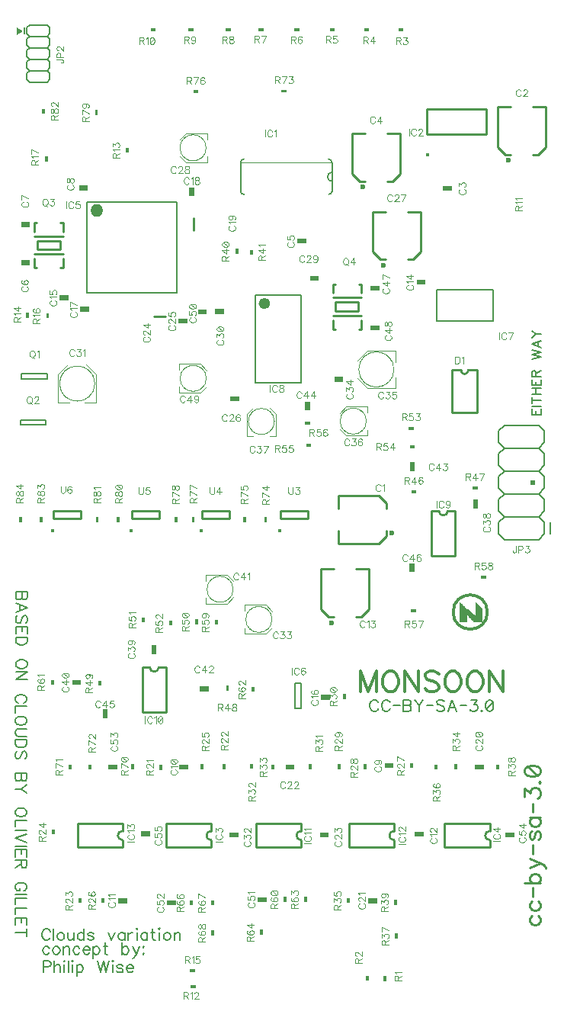
<source format=gto>
G04 DipTrace 3.3.0.0*
G04 monsooon_01.GTO*
%MOIN*%
G04 #@! TF.FileFunction,Legend,Top*
G04 #@! TF.Part,Single*
%ADD10C,0.009843*%
%ADD12C,0.001*%
%ADD15C,0.008*%
%ADD22O,0.055791X0.054759*%
%ADD23O,0.051096X0.048747*%
%ADD24C,0.006*%
%ADD25C,0.013189*%
%ADD26C,0.02362*%
%ADD33C,0.000013*%
%ADD34C,0.004*%
%ADD36C,0.002*%
%ADD37C,0.015403*%
%ADD41C,0.005*%
%ADD56C,0.015401*%
%ADD121C,0.004632*%
%ADD122C,0.010807*%
%ADD123C,0.006176*%
%ADD124C,0.013895*%
%ADD125C,0.00772*%
%FSLAX26Y26*%
G04*
G70*
G90*
G75*
G01*
G04 TopSilk*
%LPD*%
X1831205Y2395798D2*
D10*
X1831177Y2450926D1*
X1831205Y2395798D2*
X2006373D1*
X2039846Y2429267D2*
X2006373Y2395798D1*
X2039846Y2429267D2*
X2039874Y2450926D1*
X1831177Y2549331D2*
X1831205Y2604459D1*
X2006373D1*
X2039846Y2570990D2*
X2006373Y2604459D1*
X2039874Y2549331D2*
X2039846Y2570990D1*
D26*
X2065451Y2443039D3*
X2528671Y4305421D2*
D10*
X2583799Y4305449D1*
X2528671Y4305421D2*
Y4130253D1*
X2562140Y4096780D2*
X2528671Y4130253D1*
X2562140Y4096780D2*
X2583799Y4096752D1*
X2682204Y4305449D2*
X2737332Y4305421D1*
Y4130253D1*
X2703863Y4096780D2*
X2737332Y4130253D1*
X2682204Y4096752D2*
X2703863Y4096780D1*
D26*
X2575911Y4071175D3*
G36*
X2328388Y3959752D2*
X2289164D1*
Y3938509D1*
X2328388D1*
Y3959752D1*
G37*
X1891501Y4187985D2*
D10*
X1946630Y4188013D1*
X1891501Y4187985D2*
Y4012818D1*
X1924971Y3979344D2*
X1891501Y4012818D1*
X1924971Y3979344D2*
X1946630Y3979316D1*
X2045034Y4188013D2*
X2100163Y4187985D1*
Y4012818D1*
X2066693Y3979344D2*
X2100163Y4012818D1*
X2045034Y3979316D2*
X2066693Y3979344D1*
D26*
X1938742Y3953739D3*
G36*
X1690325Y3728383D2*
X1651101D1*
Y3707141D1*
X1690325D1*
Y3728383D1*
G37*
G36*
X482564Y3634037D2*
X443340D1*
Y3612794D1*
X482564D1*
Y3634037D1*
G37*
G36*
X443336Y3779360D2*
X482560D1*
Y3800602D1*
X443336D1*
Y3779360D1*
G37*
G36*
X695984Y3939360D2*
X735209D1*
Y3960602D1*
X695984D1*
Y3939360D1*
G37*
G36*
X2033006Y1414008D2*
X2072231D1*
Y1435250D1*
X2033006D1*
Y1414008D1*
G37*
G36*
X1133692Y1408396D2*
X1172916D1*
Y1429639D1*
X1133692D1*
Y1408396D1*
G37*
G36*
X868336Y823111D2*
X907560D1*
Y844354D1*
X868336D1*
Y823111D1*
G37*
G36*
X2165370Y1114503D2*
X2204594D1*
Y1135745D1*
X2165370D1*
Y1114503D1*
G37*
X1754172Y2283658D2*
D10*
X1809300Y2283686D1*
X1754172Y2283658D2*
Y2108490D1*
X1787641Y2075017D2*
X1754172Y2108490D1*
X1787641Y2075017D2*
X1809300Y2074989D1*
X1907705Y2283686D2*
X1962833Y2283658D1*
Y2108490D1*
X1929364Y2075017D2*
X1962833Y2108490D1*
X1907705Y2074989D2*
X1929364Y2075017D1*
D26*
X1801413Y2049412D3*
G36*
X2212168Y3549650D2*
X2172944D1*
Y3528407D1*
X2212168D1*
Y3549650D1*
G37*
G36*
X651690Y3481005D2*
X612466D1*
Y3459763D1*
X651690D1*
Y3481005D1*
G37*
G36*
X1795064Y1734038D2*
X1755840D1*
Y1712795D1*
X1795064D1*
Y1734038D1*
G37*
G36*
X740836Y3430514D2*
X701611D1*
Y3409272D1*
X740836D1*
Y3430514D1*
G37*
G36*
X1178508Y3953021D2*
X1199750D1*
Y3913797D1*
X1178508D1*
Y3953021D1*
G37*
X1198264Y3766337D2*
D10*
Y3817479D1*
G36*
X2426873Y1408396D2*
X2466097D1*
Y1429639D1*
X2426873D1*
Y1408396D1*
G37*
G36*
X1962085Y823113D2*
X2001310D1*
Y844355D1*
X1962085D1*
Y823113D1*
G37*
G36*
X1599569Y1408396D2*
X1638794D1*
Y1429639D1*
X1599569D1*
Y1408396D1*
G37*
G36*
X1749585Y1110611D2*
X1788810D1*
Y1131854D1*
X1749585D1*
Y1110611D1*
G37*
X1023917Y3388747D2*
D10*
X1075059D1*
G36*
X1170967Y3378774D2*
X1131743D1*
Y3357532D1*
X1170967D1*
Y3378774D1*
G37*
G36*
X1398360Y3038409D2*
X1359135D1*
Y3017167D1*
X1398360D1*
Y3038409D1*
G37*
X1980833Y3846799D2*
D10*
X2035961Y3846827D1*
X1980833Y3846799D2*
Y3671632D1*
X2014302Y3638158D2*
X1980833Y3671632D1*
X2014302Y3638158D2*
X2035961Y3638131D1*
X2134366Y3846827D2*
X2189494Y3846799D1*
Y3671632D1*
X2156025Y3638158D2*
X2189494Y3671632D1*
X2134366Y3638131D2*
X2156025Y3638158D1*
D26*
X2028073Y3612553D3*
X1138057Y4125727D2*
D33*
G02X1138057Y4125727I57083J0D01*
G01*
X1238442Y4088322D2*
D34*
G02X1151839Y4088322I-43302J37399D01*
G01*
X1238442Y4163132D2*
G03X1149865Y4161154I-43476J-37384D01*
G01*
X1258128Y4088322D2*
Y4062735D1*
X1163647D1*
X1136083Y4090300D1*
Y4161154D2*
X1163647Y4188719D1*
X1258128D1*
Y4163132D1*
G36*
X1706496Y3544707D2*
X1745720D1*
Y3565950D1*
X1706496D1*
Y3544707D1*
G37*
G36*
X1331758Y3420938D2*
X1292534D1*
Y3399696D1*
X1331758D1*
Y3420938D1*
G37*
X611742Y3095063D2*
D33*
G02X611742Y3095063I76774J0D01*
G01*
X655048Y3026160D2*
D34*
G02X655048Y3163966I33484J68903D01*
G01*
X721983Y3026160D2*
G03X721983Y3163966I-33483J68903D01*
G01*
X655048Y3012383D2*
X605839D1*
Y3134436D1*
X649145Y3177742D1*
X727887D2*
X771193Y3134436D1*
Y3012383D1*
X721983D1*
G36*
X1355836Y1110611D2*
X1395060D1*
Y1131854D1*
X1355836D1*
Y1110611D1*
G37*
X1426024Y2064089D2*
D33*
G02X1426024Y2064089I57083J0D01*
G01*
X1439806Y2101494D2*
D34*
G02X1526409Y2101494I43302J-37399D01*
G01*
X1439806Y2026684D2*
G03X1528383Y2028662I43476J37384D01*
G01*
X1420120Y2101494D2*
Y2127081D1*
X1514601D1*
X1542165Y2099516D1*
Y2028662D2*
X1514601Y2001097D1*
X1420120D1*
Y2026684D1*
G36*
X1852072Y3124031D2*
X1812848D1*
Y3102789D1*
X1852072D1*
Y3124031D1*
G37*
X1920052Y3156812D2*
D33*
G02X1920052Y3156812I76769J0D01*
G01*
X2065725Y3123345D2*
D34*
G02X1927918Y3123345I-68903J33484D01*
G01*
X2065725Y3190280D2*
G03X1927918Y3190280I-68903J-33483D01*
G01*
X2079501Y3123345D2*
Y3074135D1*
X1957448D1*
X1914142Y3117441D1*
Y3196183D2*
X1957448Y3239489D1*
X2079501D1*
Y3190280D1*
X1838751Y2930890D2*
D33*
G02X1838751Y2930890I57083J0D01*
G01*
X1939136Y2893485D2*
D34*
G02X1852533Y2893485I-43302J37399D01*
G01*
X1939136Y2968294D2*
G03X1850559Y2966316I-43476J-37384D01*
G01*
X1958822Y2893485D2*
Y2867898D1*
X1864341D1*
X1836777Y2895463D1*
Y2966316D2*
X1864341Y2993882D1*
X1958822D1*
Y2968294D1*
X1436885Y2929432D2*
D33*
G02X1436885Y2929432I57083J0D01*
G01*
X1456564Y2886130D2*
D34*
G02X1456564Y2972733I37399J43302D01*
G01*
X1531373Y2886130D2*
G03X1529395Y2974707I-37384J43476D01*
G01*
X1456564Y2866444D2*
X1430976D1*
Y2960925D1*
X1458542Y2988489D1*
X1529395D2*
X1556961Y2960925D1*
Y2866444D1*
X1531373D1*
G36*
X2419768Y2587979D2*
X2441010D1*
Y2548755D1*
X2419768D1*
Y2587979D1*
G37*
G36*
X1034038Y1912085D2*
X1012795D1*
Y1951310D1*
X1034038D1*
Y1912085D1*
G37*
G36*
X665921Y1778151D2*
X705146D1*
Y1799393D1*
X665921D1*
Y1778151D1*
G37*
X1256176Y2195773D2*
D33*
G02X1256176Y2195773I57083J0D01*
G01*
X1269958Y2233178D2*
D34*
G02X1356561Y2233178I43302J-37399D01*
G01*
X1269958Y2158368D2*
G03X1358535Y2160346I43476J37384D01*
G01*
X1250272Y2233178D2*
Y2258765D1*
X1344753D1*
X1372317Y2231200D1*
Y2160346D2*
X1344753Y2132781D1*
X1250272D1*
Y2158368D1*
G36*
X1224585Y1749932D2*
X1263810D1*
Y1771174D1*
X1224585D1*
Y1749932D1*
G37*
G36*
X2143936Y2750409D2*
X2165178D1*
Y2711185D1*
X2143936D1*
Y2750409D1*
G37*
G36*
X1684954Y3016714D2*
X1706197D1*
Y2977489D1*
X1684954D1*
Y3016714D1*
G37*
G36*
X799300Y1670357D2*
X820543D1*
Y1631132D1*
X799300D1*
Y1670357D1*
G37*
G36*
X2141564Y2309762D2*
X2162807D1*
Y2270538D1*
X2141564D1*
Y2309762D1*
G37*
G36*
X1972547Y3502321D2*
X2011772D1*
Y3523564D1*
X1972547D1*
Y3502321D1*
G37*
G36*
X2009954Y3348928D2*
X1970730D1*
Y3327685D1*
X2009954D1*
Y3348928D1*
G37*
X1138720Y3117924D2*
D33*
G02X1138720Y3117924I57083J0D01*
G01*
X1152502Y3155329D2*
D34*
G02X1239105Y3155329I43302J-37399D01*
G01*
X1152502Y3080519D2*
G03X1241079Y3082497I43476J37384D01*
G01*
X1132816Y3155329D2*
Y3180916D1*
X1227297D1*
X1254861Y3153351D1*
Y3082497D2*
X1227297Y3054932D1*
X1132816D1*
Y3080519D1*
G36*
X1255567Y3419664D2*
X1216342D1*
Y3398421D1*
X1255567D1*
Y3419664D1*
G37*
G36*
X1478562Y828227D2*
X1517786D1*
Y849469D1*
X1478562D1*
Y828227D1*
G37*
G36*
X1080836Y814646D2*
X1120060D1*
Y835888D1*
X1080836D1*
Y814646D1*
G37*
G36*
X824585Y1408396D2*
X863810D1*
Y1429639D1*
X824585D1*
Y1408396D1*
G37*
G36*
X2562085Y1110611D2*
X2601310D1*
Y1131854D1*
X2562085D1*
Y1110611D1*
G37*
G36*
X968336Y1116861D2*
X1007560D1*
Y1138103D1*
X968336D1*
Y1116861D1*
G37*
X2327726Y3153926D2*
D10*
Y2968879D1*
X2436005D1*
X2437967D2*
Y3153926D1*
X2398604D1*
X2327726D2*
X2367089D1*
G03X2398604Y3153926I15758J-1844D01*
G01*
X1417943Y4075934D2*
D24*
G03X1402943Y4060929I0J-15000D01*
G01*
X1802943Y3936959D2*
G02X1787943Y3921953I-14987J-18D01*
G01*
X1417943D2*
G02X1402943Y3936959I-13J14987D01*
G01*
X1802943Y4060929D2*
G03X1787943Y4075934I-14974J32D01*
G01*
X1402943Y4060929D2*
Y3936959D1*
X1802943D2*
Y3978947D1*
Y4018940D1*
Y4060929D1*
Y3978947D2*
G02X1802943Y4018940I-4J19996D01*
G01*
Y4061959D2*
D36*
X1402943D1*
D37*
X2219505Y4095254D3*
X2218466Y4184504D2*
D10*
X2478296D1*
X2218466Y4294740D2*
X2478296D1*
Y4184504D2*
Y4294740D1*
X2218466Y4184504D2*
Y4294740D1*
X1273876Y1170388D2*
X1077022D1*
X1273876Y1068011D2*
X1077022D1*
Y1170388D2*
Y1068011D1*
X1273876Y1138894D2*
Y1170388D1*
Y1099505D2*
Y1068011D1*
Y1138894D2*
G03X1273876Y1099505I9J-19694D01*
G01*
X2492627Y1170338D2*
X2295772D1*
X2492627Y1067961D2*
X2295772D1*
Y1170338D2*
Y1067961D1*
X2492627Y1138844D2*
Y1170338D1*
Y1099455D2*
Y1067961D1*
Y1138844D2*
G03X2492627Y1099455I9J-19694D01*
G01*
X753785Y3850309D2*
D33*
G02X753785Y3850309I14124J0D01*
G01*
X1124758Y3887140D2*
D41*
X731073D1*
Y3493458D1*
X1124758D1*
Y3887140D1*
X2260258Y3504560D2*
D24*
Y3368332D1*
X2506243D2*
Y3504560D1*
X2260258D2*
X2506243D1*
Y3368332D2*
X2260258D1*
X1483906Y3444021D2*
D33*
G02X1483906Y3444021I21004J0D01*
G01*
X1466680Y3481030D2*
D24*
Y3098707D1*
X1667167D1*
Y3481030D1*
X1466680D1*
X2238440Y2538632D2*
D10*
Y2341777D1*
X2340817Y2538632D2*
Y2341777D1*
X2238440D2*
X2340817D1*
X2269934Y2538632D2*
X2238440D1*
X2309323D2*
X2340817D1*
X2269934D2*
G03X2309323Y2538632I19694J9D01*
G01*
X974310Y1855127D2*
Y1658272D1*
X1076687Y1855127D2*
Y1658272D1*
X974310D2*
X1076687D1*
X1005804Y1855127D2*
X974310D1*
X1045193D2*
X1076687D1*
X1005804D2*
G03X1045193Y1855127I19694J9D01*
G01*
X1667628Y1170388D2*
X1470774D1*
X1667628Y1068011D2*
X1470774D1*
Y1170388D2*
Y1068011D1*
X1667628Y1138894D2*
Y1170388D1*
Y1099505D2*
Y1068011D1*
Y1138894D2*
G03X1667628Y1099505I9J-19694D01*
G01*
X2073877Y1170338D2*
X1877023D1*
X2073877Y1067961D2*
X1877023D1*
Y1170338D2*
Y1067961D1*
X2073877Y1138844D2*
Y1170338D1*
Y1099455D2*
Y1067961D1*
Y1138844D2*
G03X2073877Y1099455I9J-19694D01*
G01*
X886376Y1170388D2*
X689522D1*
X886376Y1068011D2*
X689522D1*
Y1170388D2*
Y1068011D1*
X886376Y1138894D2*
Y1170388D1*
Y1099505D2*
Y1068011D1*
Y1138894D2*
G03X886376Y1099505I9J-19694D01*
G01*
X481698Y4662950D2*
D24*
X469199Y4650450D1*
Y4625450D2*
X481698Y4612950D1*
X469199Y4600450D1*
Y4575450D2*
X481698Y4562950D1*
X469199Y4550450D1*
Y4525450D2*
X481698Y4512950D1*
X469199Y4500450D1*
Y4475450D2*
X481698Y4462950D1*
Y4662950D2*
X556701D1*
X569200Y4650450D1*
Y4625450D1*
X556701Y4612950D1*
X569200Y4600450D1*
Y4575450D1*
X556701Y4562950D1*
X569200Y4550450D1*
Y4525450D1*
X556701Y4512950D1*
X569200Y4500450D1*
Y4475450D1*
X556701Y4462950D1*
Y4612950D2*
X481698D1*
X556701Y4562950D2*
X481698D1*
X556701Y4512950D2*
X481698D1*
X556701Y4462950D2*
X481698D1*
X469199Y4500450D2*
Y4475450D1*
Y4550450D2*
Y4525450D1*
Y4600450D2*
Y4575450D1*
Y4650450D2*
Y4625450D1*
X481698Y4462950D2*
X469199Y4450450D1*
Y4425450D2*
X481698Y4412950D1*
X556701Y4462950D2*
X569200Y4450450D1*
Y4425450D1*
X556701Y4412950D1*
X481698D1*
X469199Y4450450D2*
Y4425450D1*
X456700Y4650450D2*
D15*
Y4625450D1*
G36*
X2671694Y2652950D2*
X2691674D1*
Y2672950D1*
X2671694D1*
Y2652950D1*
G37*
X2706704Y2412950D2*
D24*
X2731702Y2437950D1*
Y2487950D2*
X2706704Y2512950D1*
X2731702Y2537950D1*
Y2587950D2*
X2706704Y2612950D1*
X2731702Y2637950D1*
Y2687950D2*
X2706704Y2712950D1*
X2731702Y2737950D1*
Y2787950D2*
X2706704Y2812950D1*
Y2412950D2*
X2556697D1*
X2531699Y2437950D1*
Y2487950D1*
X2556697Y2512950D1*
X2531699Y2537950D1*
Y2587950D1*
X2556697Y2612950D1*
X2531699Y2637950D1*
Y2687950D1*
X2556697Y2712950D1*
X2531699Y2737950D1*
Y2787950D1*
X2556697Y2812950D1*
Y2512950D2*
X2706704D1*
X2556697Y2612950D2*
X2706704D1*
X2556697Y2712950D2*
X2706704D1*
X2556697Y2812950D2*
X2706704D1*
X2731702Y2737950D2*
Y2787950D1*
Y2637950D2*
Y2687950D1*
Y2537950D2*
Y2587950D1*
Y2437950D2*
Y2487950D1*
X2706704Y2812950D2*
X2731702Y2837950D1*
Y2887950D2*
X2706704Y2912950D1*
X2556697Y2812950D2*
X2531699Y2837950D1*
Y2887950D1*
X2556697Y2912950D1*
X2706704D1*
X2731702Y2837950D2*
Y2887950D1*
X2756699Y2437950D2*
D15*
Y2487950D1*
X625942Y3660896D2*
D10*
X499958D1*
X625942Y3739631D2*
X499958D1*
X612953Y3719010D2*
X512947D1*
Y3681517D1*
X612953D1*
Y3719010D2*
Y3681517D1*
X625942Y3601860D2*
Y3641228D1*
X499958D2*
Y3601860D1*
Y3759331D2*
Y3798699D1*
X625942D2*
Y3759331D1*
Y3798699D2*
X614125D1*
X625942Y3601860D2*
X614125D1*
X499958Y3798699D2*
X511775D1*
X499958Y3601860D2*
X511775D1*
X1806207Y3471253D2*
X1932192D1*
X1806207Y3392518D2*
X1932192D1*
X1819196Y3413139D2*
X1919203D1*
Y3450632D1*
X1819196D1*
Y3413139D2*
Y3450632D1*
X1806207Y3530289D2*
Y3490921D1*
X1932192D2*
Y3530289D1*
Y3372818D2*
Y3333451D1*
X1806207D2*
Y3372818D1*
Y3333451D2*
X1818025D1*
X1806207Y3530289D2*
X1818025D1*
X1932192Y3333451D2*
X1920374D1*
X1932192Y3530289D2*
X1920374D1*
G36*
X2027592Y482343D2*
X2040509D1*
Y504512D1*
X2027592D1*
Y482343D1*
G37*
G36*
X1950163Y484177D2*
X1963080D1*
Y506345D1*
X1950163D1*
Y484177D1*
G37*
G36*
X1965630Y4635056D2*
X1943462D1*
Y4647974D1*
X1965630D1*
Y4635056D1*
G37*
G36*
X2115630D2*
X2093462D1*
Y4647974D1*
X2115630D1*
Y4635056D1*
G37*
G36*
X1815630D2*
X1793462D1*
Y4647974D1*
X1815630D1*
Y4635056D1*
G37*
G36*
X1659380D2*
X1637211D1*
Y4647974D1*
X1659380D1*
Y4635056D1*
G37*
G36*
X1503130D2*
X1480962D1*
Y4647974D1*
X1503130D1*
Y4635056D1*
G37*
G36*
X1359380D2*
X1337211D1*
Y4647974D1*
X1359380D1*
Y4635056D1*
G37*
G36*
X1196880D2*
X1174711D1*
Y4647974D1*
X1196880D1*
Y4635056D1*
G37*
G36*
X1032165D2*
X1009996D1*
Y4647974D1*
X1032165D1*
Y4635056D1*
G37*
G36*
X1205978Y453606D2*
X1183810D1*
Y466524D1*
X1205978D1*
Y453606D1*
G37*
G36*
X913195Y4126031D2*
X900278D1*
Y4103862D1*
X913195D1*
Y4126031D1*
G37*
G36*
X463365Y3382548D2*
X476282D1*
Y3404716D1*
X463365D1*
Y3382548D1*
G37*
G36*
X1204049Y521157D2*
X1181881D1*
Y534075D1*
X1204049D1*
Y521157D1*
G37*
G36*
X552678Y3380430D2*
X565596D1*
Y3402598D1*
X552678D1*
Y3380430D1*
G37*
G36*
X560849Y4087733D2*
X547932D1*
Y4065564D1*
X560849D1*
Y4087733D1*
G37*
G36*
X1048022Y1406177D2*
X1060940D1*
Y1428345D1*
X1048022D1*
Y1406177D1*
G37*
G36*
X1324224Y1410177D2*
X1337142D1*
Y1432345D1*
X1324224D1*
Y1410177D1*
G37*
G36*
X694933Y823665D2*
X707850D1*
Y845833D1*
X694933D1*
Y823665D1*
G37*
G36*
X576903Y1124024D2*
X589820D1*
Y1146193D1*
X576903D1*
Y1124024D1*
G37*
G36*
X1240592Y1430344D2*
X1227674D1*
Y1408176D1*
X1240592D1*
Y1430344D1*
G37*
G36*
X806486Y846880D2*
X793568D1*
Y824711D1*
X806486D1*
Y846880D1*
G37*
G36*
X2158656Y1435956D2*
X2145739D1*
Y1413787D1*
X2158656D1*
Y1435956D1*
G37*
G36*
X1940913Y1410024D2*
X1953831D1*
Y1432193D1*
X1940913D1*
Y1410024D1*
G37*
G36*
X1828352Y1408204D2*
X1841269D1*
Y1430373D1*
X1828352D1*
Y1408204D1*
G37*
G36*
X1850664Y1716519D2*
X1863581D1*
Y1738688D1*
X1850664D1*
Y1716519D1*
G37*
G36*
X1712719Y1430344D2*
X1699802D1*
Y1408176D1*
X1712719D1*
Y1430344D1*
G37*
G36*
X1445710Y1410555D2*
X1458627D1*
Y1432723D1*
X1445710D1*
Y1410555D1*
G37*
G36*
X1538148Y1408055D2*
X1551066D1*
Y1430223D1*
X1538148D1*
Y1408055D1*
G37*
G36*
X2350235Y1430344D2*
X2337318D1*
Y1408176D1*
X2350235D1*
Y1430344D1*
G37*
G36*
X1881486Y846880D2*
X1868568D1*
Y824711D1*
X1881486D1*
Y846880D1*
G37*
G36*
X2250525Y1408055D2*
X2263442D1*
Y1430223D1*
X2250525D1*
Y1408055D1*
G37*
G36*
X2090554Y691229D2*
X2077636D1*
Y669060D1*
X2090554D1*
Y691229D1*
G37*
G36*
X2521232Y1408055D2*
X2534150D1*
Y1430223D1*
X2521232D1*
Y1408055D1*
G37*
G36*
X2075664Y816519D2*
X2088581D1*
Y838688D1*
X2075664D1*
Y816519D1*
G37*
G36*
X1379728Y3662400D2*
X1392646D1*
Y3684568D1*
X1379728D1*
Y3662400D1*
G37*
G36*
X1445089Y3657394D2*
X1458006D1*
Y3679563D1*
X1445089D1*
Y3657394D1*
G37*
G36*
X2171644Y2616619D2*
X2149475D1*
Y2629537D1*
X2171644D1*
Y2616619D1*
G37*
G36*
X2417737Y2645307D2*
X2439905D1*
Y2632390D1*
X2417737D1*
Y2645307D1*
G37*
G36*
X1352450Y1774095D2*
X1339533D1*
Y1751926D1*
X1352450D1*
Y1774095D1*
G37*
G36*
X794392Y1796767D2*
X781475D1*
Y1774598D1*
X794392D1*
Y1796767D1*
G37*
G36*
X1203894Y2042352D2*
X1216811D1*
Y2064521D1*
X1203894D1*
Y2042352D1*
G37*
G36*
X971261Y2050565D2*
X984178D1*
Y2072734D1*
X971261D1*
Y2050565D1*
G37*
G36*
X1092269Y2037414D2*
X1105186D1*
Y2059583D1*
X1092269D1*
Y2037414D1*
G37*
G36*
X2137516Y2906467D2*
X2159685D1*
Y2893550D1*
X2137516D1*
Y2906467D1*
G37*
G36*
X2165039Y2812088D2*
X2142870D1*
Y2825005D1*
X2165039D1*
Y2812088D1*
G37*
G36*
X1689431Y2833055D2*
X1711600D1*
Y2820138D1*
X1689431D1*
Y2833055D1*
G37*
G36*
X1706902Y2916071D2*
X1684734D1*
Y2928988D1*
X1706902D1*
Y2916071D1*
G37*
G36*
X2148090Y2107084D2*
X2170258D1*
Y2094167D1*
X2148090D1*
Y2107084D1*
G37*
G36*
X2454847Y2255058D2*
X2477016D1*
Y2242140D1*
X2454847D1*
Y2255058D1*
G37*
G36*
X1291152Y2040737D2*
X1304069D1*
Y2062905D1*
X1291152D1*
Y2040737D1*
G37*
G36*
X1604551Y851311D2*
X1591634D1*
Y829143D1*
X1604551D1*
Y851311D1*
G37*
G36*
X573251Y1777809D2*
X586168D1*
Y1799978D1*
X573251D1*
Y1777809D1*
G37*
G36*
X1450664Y1747770D2*
X1463581D1*
Y1769938D1*
X1450664D1*
Y1747770D1*
G37*
G36*
X1681850Y829022D2*
X1694768D1*
Y851190D1*
X1681850D1*
Y829022D1*
G37*
G36*
X1500235Y707560D2*
X1487318D1*
Y685391D1*
X1500235D1*
Y707560D1*
G37*
G36*
X1193986Y836594D2*
X1181068D1*
Y814425D1*
X1193986D1*
Y836594D1*
G37*
G36*
X1275664Y814304D2*
X1288581D1*
Y836472D1*
X1275664D1*
Y814304D1*
G37*
G36*
X1288663Y704455D2*
X1275745D1*
Y682286D1*
X1288663D1*
Y704455D1*
G37*
G36*
X937735Y1430344D2*
X924818D1*
Y1408176D1*
X937735D1*
Y1430344D1*
G37*
G36*
X650664Y1408055D2*
X663581D1*
Y1430223D1*
X650664D1*
Y1408055D1*
G37*
G36*
X738164D2*
X751081D1*
Y1430223D1*
X738164D1*
Y1408055D1*
G37*
G36*
X1582488Y4380085D2*
X1604656D1*
Y4367168D1*
X1582488D1*
Y4380085D1*
G37*
G36*
X1518986Y2511126D2*
X1506068D1*
Y2488957D1*
X1518986D1*
Y2511126D1*
G37*
G36*
X1413164Y2488836D2*
X1426081D1*
Y2511005D1*
X1413164D1*
Y2488836D1*
G37*
G36*
X1218872Y4364953D2*
X1196703D1*
Y4377870D1*
X1218872D1*
Y4364953D1*
G37*
G36*
X1202450Y2511126D2*
X1189533D1*
Y2488957D1*
X1202450D1*
Y2511126D1*
G37*
G36*
X1113164Y2488836D2*
X1126081D1*
Y2511005D1*
X1113164D1*
Y2488836D1*
G37*
G36*
X779017Y4291294D2*
X766100D1*
Y4269126D1*
X779017D1*
Y4291294D1*
G37*
G36*
X875235Y2511126D2*
X862318D1*
Y2488957D1*
X875235D1*
Y2511126D1*
G37*
G36*
X769415Y2488836D2*
X782332D1*
Y2511005D1*
X769415D1*
Y2488836D1*
G37*
G36*
X548370Y4295902D2*
X535453D1*
Y4273734D1*
X548370D1*
Y4295902D1*
G37*
G36*
X537735Y2511126D2*
X524818D1*
Y2488957D1*
X537735D1*
Y2511126D1*
G37*
G36*
X434129Y2488836D2*
X447046D1*
Y2511005D1*
X434129D1*
Y2488836D1*
G37*
D56*
X1573535Y2452569D3*
X1578797Y2506631D2*
D10*
X1696905D1*
X1578797Y2538109D2*
X1696905D1*
Y2506631D2*
Y2538109D1*
X1578797Y2506631D2*
Y2538109D1*
D56*
X1229786Y2452569D3*
X1235048Y2506631D2*
D10*
X1353156D1*
X1235048Y2538109D2*
X1353156D1*
Y2506631D2*
Y2538109D1*
X1235048Y2506631D2*
Y2538109D1*
D56*
X923535Y2452569D3*
X928797Y2506631D2*
D10*
X1046905D1*
X928797Y2538109D2*
X1046905D1*
Y2506631D2*
Y2538109D1*
X928797Y2506631D2*
Y2538109D1*
D56*
X579786Y2452569D3*
X585048Y2506631D2*
D10*
X703156D1*
X585048Y2538109D2*
X703156D1*
Y2506631D2*
Y2538109D1*
X585048Y2506631D2*
Y2538109D1*
D22*
X772608Y3850821D3*
D23*
X1506631Y3444869D3*
X2332520Y2096219D2*
D25*
G02X2332520Y2096219I75000J0D01*
G01*
X439908Y2934726D2*
D24*
X550716D1*
Y2915479D1*
X439908D1*
Y2934726D1*
X445740Y3137097D2*
X557715D1*
Y3115518D1*
X445740D1*
Y3137097D1*
G36*
X423941Y4652701D2*
X423001Y4617949D1*
X451178Y4635795D1*
D1*
X423941Y4652701D1*
G37*
X1639558Y1784745D2*
D24*
X1667995D1*
Y1674852D1*
X1639558D1*
Y1784745D1*
X2429444Y2138640D2*
D12*
D3*
X2361444Y2137640D2*
X2362444D1*
X2429444D2*
X2430444D1*
X2361444Y2136640D2*
X2363444D1*
X2429444D2*
X2431444D1*
X2361444Y2135640D2*
X2364444D1*
X2429444D2*
X2432444D1*
X2361444Y2134640D2*
X2365444D1*
X2429444D2*
X2433444D1*
X2361444Y2133640D2*
X2366444D1*
X2429444D2*
X2434444D1*
X2361444Y2132640D2*
X2367444D1*
X2429444D2*
X2435444D1*
X2361444Y2131640D2*
X2368444D1*
X2429444D2*
X2436444D1*
X2361444Y2130640D2*
X2369444D1*
X2429444D2*
X2437444D1*
X2361444Y2129640D2*
X2370444D1*
X2429444D2*
X2438444D1*
X2361444Y2128640D2*
X2371444D1*
X2429444D2*
X2439444D1*
X2361444Y2127640D2*
X2372444D1*
X2429444D2*
X2440444D1*
X2361444Y2126640D2*
X2373444D1*
X2429444D2*
X2441444D1*
X2361444Y2125640D2*
X2374444D1*
X2429444D2*
X2442444D1*
X2361444Y2124640D2*
X2375444D1*
X2429444D2*
X2443444D1*
X2361444Y2123640D2*
X2376444D1*
X2429444D2*
X2444444D1*
X2361444Y2122640D2*
X2377444D1*
X2429444D2*
X2445444D1*
X2361444Y2121640D2*
X2378444D1*
X2429444D2*
X2446444D1*
X2361444Y2120640D2*
X2379444D1*
X2429444D2*
X2447444D1*
X2361444Y2119640D2*
X2380444D1*
X2429444D2*
X2448444D1*
X2361444Y2118640D2*
X2381444D1*
X2429444D2*
X2449444D1*
X2361444Y2117640D2*
X2382444D1*
X2429444D2*
X2450444D1*
X2361444Y2116640D2*
X2383444D1*
X2429444D2*
X2451444D1*
X2361444Y2115640D2*
X2384444D1*
X2429444D2*
X2452444D1*
X2361444Y2114640D2*
X2385444D1*
X2429444D2*
X2453444D1*
X2361444Y2113640D2*
X2386440D1*
X2429444D2*
X2454440D1*
X2361444Y2112640D2*
X2387401D1*
X2429444D2*
X2455401D1*
X2361444Y2111640D2*
X2388234D1*
X2429444D2*
X2456234D1*
X2361444Y2110640D2*
X2388828D1*
X2429444D2*
X2456828D1*
X2361444Y2109640D2*
X2389166D1*
X2395444D2*
X2396444D1*
X2429444D2*
X2457166D1*
X2361444Y2108640D2*
X2389329D1*
X2395444D2*
X2397444D1*
X2429444D2*
X2457329D1*
X2361444Y2107640D2*
X2389399D1*
X2395444D2*
X2398444D1*
X2429444D2*
X2457399D1*
X2361444Y2106640D2*
X2389427D1*
X2395444D2*
X2399444D1*
X2429444D2*
X2457427D1*
X2361444Y2105640D2*
X2389438D1*
X2395444D2*
X2400444D1*
X2429444D2*
X2457438D1*
X2361444Y2104640D2*
X2389442D1*
X2395444D2*
X2401444D1*
X2429444D2*
X2457442D1*
X2361444Y2103640D2*
X2389443D1*
X2395444D2*
X2402444D1*
X2429444D2*
X2457443D1*
X2361444Y2102640D2*
X2389443D1*
X2395444D2*
X2403444D1*
X2429444D2*
X2457443D1*
X2361444Y2101640D2*
X2389443D1*
X2395444D2*
X2404444D1*
X2429444D2*
X2457443D1*
X2361444Y2100640D2*
X2389443D1*
X2395444D2*
X2405444D1*
X2429444D2*
X2457443D1*
X2361444Y2099640D2*
X2389444D1*
X2395444D2*
X2406444D1*
X2429444D2*
X2457444D1*
X2361444Y2098640D2*
X2389444D1*
X2395444D2*
X2407444D1*
X2429444D2*
X2457444D1*
X2361444Y2097640D2*
X2389444D1*
X2395444D2*
X2408444D1*
X2429444D2*
X2457444D1*
X2361444Y2096640D2*
X2389444D1*
X2395444D2*
X2409444D1*
X2429444D2*
X2457444D1*
X2361444Y2095640D2*
X2389444D1*
X2395444D2*
X2410444D1*
X2429444D2*
X2457444D1*
X2361444Y2094640D2*
X2389444D1*
X2395444D2*
X2411444D1*
X2429444D2*
X2457444D1*
X2361444Y2093640D2*
X2389444D1*
X2395444D2*
X2412444D1*
X2429444D2*
X2457444D1*
X2361444Y2092640D2*
X2389444D1*
X2395444D2*
X2413444D1*
X2429444D2*
X2457444D1*
X2361444Y2091640D2*
X2389444D1*
X2395444D2*
X2414444D1*
X2429444D2*
X2457444D1*
X2361444Y2090640D2*
X2389444D1*
X2395444D2*
X2415444D1*
X2429444D2*
X2457444D1*
X2361444Y2089640D2*
X2389444D1*
X2395444D2*
X2416444D1*
X2429444D2*
X2457444D1*
X2361444Y2088640D2*
X2389444D1*
X2395444D2*
X2417444D1*
X2429444D2*
X2457444D1*
X2361444Y2087640D2*
X2389444D1*
X2395444D2*
X2418444D1*
X2429444D2*
X2457444D1*
X2361444Y2086640D2*
X2389444D1*
X2395447D2*
X2419467D1*
X2429444D2*
X2457444D1*
X2361444Y2085640D2*
X2389444D1*
X2395486D2*
X2420695D1*
X2429444D2*
X2457444D1*
X2361444Y2084640D2*
X2389444D1*
X2395653D2*
X2422623D1*
X2429444D2*
X2457444D1*
X2361444Y2083640D2*
X2389444D1*
X2396059D2*
X2425674D1*
X2429444D2*
X2457444D1*
X2361444Y2082640D2*
X2389444D1*
X2396721D2*
X2457444D1*
X2361444Y2081640D2*
X2389444D1*
X2397558D2*
X2457444D1*
X2361444Y2080640D2*
X2389444D1*
X2398488D2*
X2457444D1*
X2361444Y2079640D2*
X2389444D1*
X2399460D2*
X2457444D1*
X2361444Y2078640D2*
X2389444D1*
X2400449D2*
X2457444D1*
X2361444Y2077640D2*
X2389444D1*
X2401445D2*
X2457444D1*
X2361444Y2076640D2*
X2389444D1*
X2402444D2*
X2457444D1*
X2361444Y2075640D2*
X2389444D1*
X2403444D2*
X2457444D1*
X2361444Y2074640D2*
X2389444D1*
X2404444D2*
X2457444D1*
X2361444Y2073640D2*
X2389444D1*
X2405444D2*
X2457444D1*
X2361444Y2072640D2*
X2389444D1*
X2406444D2*
X2457444D1*
X2361444Y2071640D2*
X2389444D1*
X2407444D2*
X2457444D1*
X2361444Y2070640D2*
X2389444D1*
X2408444D2*
X2457444D1*
X2361444Y2069640D2*
X2389444D1*
X2409444D2*
X2457444D1*
X2361444Y2068640D2*
X2389444D1*
X2410444D2*
X2457444D1*
X2361444Y2067640D2*
X2389444D1*
X2411444D2*
X2457444D1*
X2361444Y2066640D2*
X2389444D1*
X2412444D2*
X2457444D1*
X2361444Y2065640D2*
X2389444D1*
X2413444D2*
X2457444D1*
X2361444Y2064640D2*
X2389444D1*
X2414444D2*
X2457444D1*
X2361444Y2063640D2*
X2389444D1*
X2415444D2*
X2457444D1*
X2361444Y2062640D2*
X2389444D1*
X2416444D2*
X2457444D1*
X2361444Y2061640D2*
X2389444D1*
X2417444D2*
X2457444D1*
X2361444Y2060640D2*
X2389444D1*
X2418444D2*
X2457444D1*
X2361444Y2059640D2*
X2389444D1*
X2419444D2*
X2457444D1*
X2361444Y2058640D2*
X2389444D1*
X2420444D2*
X2457444D1*
X2361444Y2057640D2*
X2389444D1*
X2421444D2*
X2457444D1*
X2361444Y2056640D2*
X2389444D1*
X2422444D2*
X2457444D1*
X2361444Y2055640D2*
X2389444D1*
X2423444D2*
X2457444D1*
X2429444Y2138640D2*
Y2137640D1*
Y2136640D1*
Y2135640D1*
Y2134640D1*
Y2133640D1*
Y2132640D1*
Y2131640D1*
Y2130640D1*
Y2129640D1*
Y2128640D1*
Y2127640D1*
Y2126640D1*
Y2125640D1*
Y2124640D1*
Y2123640D1*
Y2122640D1*
Y2121640D1*
Y2120640D1*
Y2119640D1*
Y2118640D1*
Y2117640D1*
Y2116640D1*
Y2115640D1*
Y2114640D1*
Y2113640D1*
Y2112640D1*
Y2111640D1*
Y2110640D1*
Y2109640D1*
Y2108640D1*
Y2107640D1*
Y2106640D1*
Y2105640D1*
Y2104640D1*
Y2103640D1*
Y2102640D1*
Y2101640D1*
Y2100640D1*
Y2099640D1*
Y2098640D1*
Y2097640D1*
Y2096640D1*
Y2095640D1*
Y2094640D1*
Y2093640D1*
Y2092640D1*
Y2091640D1*
Y2090640D1*
Y2089640D1*
Y2088640D1*
Y2087640D1*
Y2086640D1*
Y2085640D1*
Y2084640D1*
Y2083640D1*
X2423444Y2082640D1*
X2361444Y2137640D2*
Y2136640D1*
Y2135640D1*
Y2134640D1*
Y2133640D1*
Y2132640D1*
Y2131640D1*
Y2130640D1*
Y2129640D1*
Y2128640D1*
Y2127640D1*
Y2126640D1*
Y2125640D1*
Y2124640D1*
Y2123640D1*
Y2122640D1*
Y2121640D1*
Y2120640D1*
Y2119640D1*
Y2118640D1*
Y2117640D1*
Y2116640D1*
Y2115640D1*
Y2114640D1*
Y2113640D1*
Y2112640D1*
Y2111640D1*
Y2110640D1*
Y2109640D1*
Y2108640D1*
Y2107640D1*
Y2106640D1*
Y2105640D1*
Y2104640D1*
Y2103640D1*
Y2102640D1*
Y2101640D1*
Y2100640D1*
Y2099640D1*
Y2098640D1*
Y2097640D1*
Y2096640D1*
Y2095640D1*
Y2094640D1*
Y2093640D1*
Y2092640D1*
Y2091640D1*
Y2090640D1*
Y2089640D1*
Y2088640D1*
Y2087640D1*
Y2086640D1*
Y2085640D1*
Y2084640D1*
Y2083640D1*
Y2082640D1*
Y2081640D1*
Y2080640D1*
Y2079640D1*
Y2078640D1*
Y2077640D1*
Y2076640D1*
Y2075640D1*
Y2074640D1*
Y2073640D1*
Y2072640D1*
Y2071640D1*
Y2070640D1*
Y2069640D1*
Y2068640D1*
Y2067640D1*
Y2066640D1*
Y2065640D1*
Y2064640D1*
Y2063640D1*
Y2062640D1*
Y2061640D1*
Y2060640D1*
Y2059640D1*
Y2058640D1*
Y2057640D1*
Y2056640D1*
Y2055640D1*
X2362444Y2137640D2*
X2363444Y2136640D1*
X2364444Y2135640D1*
X2365444Y2134640D1*
X2366444Y2133640D1*
X2367444Y2132640D1*
X2368444Y2131640D1*
X2369444Y2130640D1*
X2370444Y2129640D1*
X2371444Y2128640D1*
X2372444Y2127640D1*
X2373444Y2126640D1*
X2374444Y2125640D1*
X2375444Y2124640D1*
X2376444Y2123640D1*
X2377444Y2122640D1*
X2378444Y2121640D1*
X2379444Y2120640D1*
X2380444Y2119640D1*
X2381444Y2118640D1*
X2382444Y2117640D1*
X2383444Y2116640D1*
X2384444Y2115640D1*
X2385444Y2114640D1*
X2386440Y2113640D1*
X2387401Y2112640D1*
X2388234Y2111640D1*
X2388828Y2110640D1*
X2389166Y2109640D1*
X2389329Y2108640D1*
X2389399Y2107640D1*
X2389427Y2106640D1*
X2389438Y2105640D1*
X2389442Y2104640D1*
X2389443Y2103640D1*
Y2102640D1*
Y2101640D1*
Y2100640D1*
X2389444Y2099640D1*
Y2098640D1*
Y2097640D1*
Y2096640D1*
Y2095640D1*
Y2094640D1*
Y2093640D1*
Y2092640D1*
Y2091640D1*
Y2090640D1*
Y2089640D1*
Y2088640D1*
Y2087640D1*
Y2086640D1*
Y2085640D1*
Y2084640D1*
Y2083640D1*
Y2082640D1*
Y2081640D1*
Y2080640D1*
Y2079640D1*
Y2078640D1*
Y2077640D1*
Y2076640D1*
Y2075640D1*
Y2074640D1*
Y2073640D1*
Y2072640D1*
Y2071640D1*
Y2070640D1*
Y2069640D1*
Y2068640D1*
Y2067640D1*
Y2066640D1*
Y2065640D1*
Y2064640D1*
Y2063640D1*
Y2062640D1*
Y2061640D1*
Y2060640D1*
Y2059640D1*
Y2058640D1*
Y2057640D1*
Y2056640D1*
Y2055640D1*
X2430444Y2137640D2*
X2431444Y2136640D1*
X2432444Y2135640D1*
X2433444Y2134640D1*
X2434444Y2133640D1*
X2435444Y2132640D1*
X2436444Y2131640D1*
X2437444Y2130640D1*
X2438444Y2129640D1*
X2439444Y2128640D1*
X2440444Y2127640D1*
X2441444Y2126640D1*
X2442444Y2125640D1*
X2443444Y2124640D1*
X2444444Y2123640D1*
X2445444Y2122640D1*
X2446444Y2121640D1*
X2447444Y2120640D1*
X2448444Y2119640D1*
X2449444Y2118640D1*
X2450444Y2117640D1*
X2451444Y2116640D1*
X2452444Y2115640D1*
X2453444Y2114640D1*
X2454440Y2113640D1*
X2455401Y2112640D1*
X2456234Y2111640D1*
X2456828Y2110640D1*
X2457166Y2109640D1*
X2457329Y2108640D1*
X2457399Y2107640D1*
X2457427Y2106640D1*
X2457438Y2105640D1*
X2457442Y2104640D1*
X2457443Y2103640D1*
Y2102640D1*
Y2101640D1*
Y2100640D1*
X2457444Y2099640D1*
Y2098640D1*
Y2097640D1*
Y2096640D1*
Y2095640D1*
Y2094640D1*
Y2093640D1*
Y2092640D1*
Y2091640D1*
Y2090640D1*
Y2089640D1*
Y2088640D1*
Y2087640D1*
Y2086640D1*
Y2085640D1*
Y2084640D1*
Y2083640D1*
Y2082640D1*
Y2081640D1*
Y2080640D1*
Y2079640D1*
Y2078640D1*
Y2077640D1*
Y2076640D1*
Y2075640D1*
Y2074640D1*
Y2073640D1*
Y2072640D1*
Y2071640D1*
Y2070640D1*
Y2069640D1*
Y2068640D1*
Y2067640D1*
Y2066640D1*
Y2065640D1*
Y2064640D1*
Y2063640D1*
Y2062640D1*
Y2061640D1*
Y2060640D1*
Y2059640D1*
Y2058640D1*
Y2057640D1*
Y2056640D1*
Y2055640D1*
X2395444Y2109640D2*
Y2108640D1*
Y2107640D1*
Y2106640D1*
Y2105640D1*
Y2104640D1*
Y2103640D1*
Y2102640D1*
Y2101640D1*
Y2100640D1*
Y2099640D1*
Y2098640D1*
Y2097640D1*
Y2096640D1*
Y2095640D1*
Y2094640D1*
Y2093640D1*
Y2092640D1*
Y2091640D1*
Y2090640D1*
Y2089640D1*
Y2088640D1*
Y2087640D1*
X2395447Y2086640D1*
X2395486Y2085640D1*
X2395653Y2084640D1*
X2396059Y2083640D1*
X2396721Y2082640D1*
X2397558Y2081640D1*
X2398488Y2080640D1*
X2399460Y2079640D1*
X2400449Y2078640D1*
X2401445Y2077640D1*
X2402444Y2076640D1*
X2403444Y2075640D1*
X2404444Y2074640D1*
X2405444Y2073640D1*
X2406444Y2072640D1*
X2407444Y2071640D1*
X2408444Y2070640D1*
X2409444Y2069640D1*
X2410444Y2068640D1*
X2411444Y2067640D1*
X2412444Y2066640D1*
X2413444Y2065640D1*
X2414444Y2064640D1*
X2415444Y2063640D1*
X2416444Y2062640D1*
X2417444Y2061640D1*
X2418444Y2060640D1*
X2419444Y2059640D1*
X2420444Y2058640D1*
X2421444Y2057640D1*
X2422444Y2056640D1*
X2423444Y2055640D1*
X2396444Y2109640D2*
X2397444Y2108640D1*
X2398444Y2107640D1*
X2399444Y2106640D1*
X2400444Y2105640D1*
X2401444Y2104640D1*
X2402444Y2103640D1*
X2403444Y2102640D1*
X2404444Y2101640D1*
X2405444Y2100640D1*
X2406444Y2099640D1*
X2407444Y2098640D1*
X2408444Y2097640D1*
X2409444Y2096640D1*
X2410444Y2095640D1*
X2411444Y2094640D1*
X2412444Y2093640D1*
X2413444Y2092640D1*
X2414444Y2091640D1*
X2415444Y2090640D1*
X2416444Y2089640D1*
X2417444Y2088640D1*
X2418444Y2087640D1*
X2419467Y2086640D1*
X2420695Y2085640D1*
X2422623Y2084640D1*
X2425674Y2083640D1*
X2429444Y2082640D1*
X2016005Y2647511D2*
D121*
X2014579Y2650363D1*
X2011694Y2653248D1*
X2008842Y2654674D1*
X2003105D1*
X2000220Y2653248D1*
X1997368Y2650363D1*
X1995909Y2647511D1*
X1994483Y2643200D1*
Y2636004D1*
X1995909Y2631726D1*
X1997368Y2628841D1*
X2000220Y2625989D1*
X2003105Y2624530D1*
X2008842D1*
X2011694Y2625989D1*
X2014579Y2628841D1*
X2016005Y2631726D1*
X2025268Y2648904D2*
X2028153Y2650363D1*
X2032464Y2654641D1*
Y2624530D1*
X2629082Y4373695D2*
X2627656Y4376547D1*
X2624771Y4379432D1*
X2621920Y4380858D1*
X2616183D1*
X2613297Y4379432D1*
X2610446Y4376547D1*
X2608986Y4373695D1*
X2607560Y4369384D1*
Y4362188D1*
X2608986Y4357910D1*
X2610446Y4355025D1*
X2613297Y4352173D1*
X2616183Y4350714D1*
X2621920D1*
X2624771Y4352173D1*
X2627656Y4355025D1*
X2629082Y4357910D1*
X2639805Y4373662D2*
Y4375088D1*
X2641231Y4377973D1*
X2642657Y4379399D1*
X2645542Y4380825D1*
X2651279D1*
X2654131Y4379399D1*
X2655557Y4377973D1*
X2657016Y4375088D1*
Y4372236D1*
X2655557Y4369351D1*
X2652705Y4365073D1*
X2638346Y4350714D1*
X2658442D1*
X2364818Y3945030D2*
X2361966Y3943604D1*
X2359081Y3940719D1*
X2357655Y3937867D1*
Y3932130D1*
X2359081Y3929245D1*
X2361966Y3926393D1*
X2364818Y3924934D1*
X2369129Y3923508D1*
X2376325D1*
X2380603Y3924934D1*
X2383488Y3926393D1*
X2386340Y3929245D1*
X2387799Y3932130D1*
Y3937867D1*
X2386340Y3940719D1*
X2383488Y3943604D1*
X2380603Y3945030D1*
X2357689Y3957179D2*
Y3972930D1*
X2369163Y3964342D1*
Y3968653D1*
X2370588Y3971504D1*
X2372014Y3972930D1*
X2376325Y3974390D1*
X2379177D1*
X2383488Y3972930D1*
X2386373Y3970078D1*
X2387799Y3965767D1*
Y3961456D1*
X2386373Y3957179D1*
X2384914Y3955753D1*
X2382062Y3954294D1*
X1991200Y4256259D2*
X1989774Y4259111D1*
X1986889Y4261996D1*
X1984037Y4263422D1*
X1978300D1*
X1975415Y4261996D1*
X1972563Y4259111D1*
X1971104Y4256259D1*
X1969678Y4251948D1*
Y4244752D1*
X1971104Y4240474D1*
X1972563Y4237589D1*
X1975415Y4234737D1*
X1978300Y4233278D1*
X1984037D1*
X1986889Y4234737D1*
X1989774Y4237589D1*
X1991200Y4240474D1*
X2014823Y4233278D2*
Y4263389D1*
X2000464Y4243326D1*
X2021986D1*
X1614255Y3713661D2*
X1611403Y3712235D1*
X1608518Y3709350D1*
X1607092Y3706498D1*
Y3700761D1*
X1608518Y3697876D1*
X1611403Y3695024D1*
X1614255Y3693565D1*
X1618566Y3692139D1*
X1625762D1*
X1630040Y3693565D1*
X1632925Y3695024D1*
X1635777Y3697876D1*
X1637236Y3700761D1*
Y3706498D1*
X1635777Y3709350D1*
X1632925Y3712235D1*
X1630040Y3713661D1*
X1607126Y3740136D2*
Y3725810D1*
X1620025Y3724384D1*
X1618600Y3725810D1*
X1617140Y3730121D1*
Y3734399D1*
X1618600Y3738710D1*
X1621451Y3741595D1*
X1625762Y3743021D1*
X1628614D1*
X1632925Y3741595D1*
X1635810Y3738710D1*
X1637236Y3734399D1*
Y3730121D1*
X1635810Y3725810D1*
X1634351Y3724384D1*
X1631499Y3722925D1*
X450896Y3520142D2*
X448044Y3518716D1*
X445159Y3515830D1*
X443733Y3512979D1*
Y3507242D1*
X445159Y3504357D1*
X448044Y3501505D1*
X450896Y3500046D1*
X455207Y3498620D1*
X462403D1*
X466681Y3500046D1*
X469566Y3501505D1*
X472418Y3504357D1*
X473877Y3507242D1*
Y3512979D1*
X472418Y3515830D1*
X469566Y3518716D1*
X466681Y3520141D1*
X448044Y3546616D2*
X445192Y3545190D1*
X443766Y3540879D1*
Y3538027D1*
X445192Y3533716D1*
X449503Y3530831D1*
X456666Y3529405D1*
X463829D1*
X469566Y3530831D1*
X472451Y3533716D1*
X473877Y3538027D1*
Y3539453D1*
X472451Y3543731D1*
X469566Y3546616D1*
X465255Y3548042D1*
X463829D1*
X459518Y3546616D1*
X456666Y3543731D1*
X455240Y3539453D1*
Y3538027D1*
X456666Y3533716D1*
X459518Y3530831D1*
X463829Y3529405D1*
X452603Y3888709D2*
X449751Y3887283D1*
X446866Y3884398D1*
X445440Y3881546D1*
Y3875809D1*
X446866Y3872924D1*
X449751Y3870072D1*
X452603Y3868613D1*
X456914Y3867187D1*
X464110D1*
X468388Y3868613D1*
X471273Y3870072D1*
X474125Y3872924D1*
X475584Y3875809D1*
Y3881546D1*
X474125Y3884397D1*
X471273Y3887283D1*
X468388Y3888708D1*
X475584Y3903709D2*
X445473Y3918068D1*
Y3897972D1*
X650614Y3963866D2*
X647762Y3962440D1*
X644877Y3959555D1*
X643451Y3956703D1*
Y3950966D1*
X644877Y3948081D1*
X647762Y3945229D1*
X650614Y3943770D1*
X654925Y3942344D1*
X662121D1*
X666399Y3943770D1*
X669284Y3945229D1*
X672136Y3948081D1*
X673595Y3950966D1*
Y3956703D1*
X672136Y3959554D1*
X669284Y3962440D1*
X666399Y3963865D1*
X643484Y3980292D2*
X644910Y3976014D1*
X647762Y3974555D1*
X650647D1*
X653499Y3976014D1*
X654958Y3978866D1*
X656384Y3984603D1*
X657810Y3988914D1*
X660695Y3991766D1*
X663547Y3993192D1*
X667858D1*
X670710Y3991766D1*
X672169Y3990340D1*
X673595Y3986029D1*
Y3980292D1*
X672169Y3976014D1*
X670710Y3974555D1*
X667858Y3973129D1*
X663547D1*
X660695Y3974555D1*
X657810Y3977440D1*
X656384Y3981718D1*
X654958Y3987455D1*
X653499Y3990340D1*
X650647Y3991766D1*
X647762D1*
X644910Y3990340D1*
X643484Y3986029D1*
Y3980292D1*
X1996165Y1421605D2*
X1993313Y1420179D1*
X1990428Y1417294D1*
X1989002Y1414442D1*
Y1408705D1*
X1990428Y1405820D1*
X1993313Y1402968D1*
X1996165Y1401509D1*
X2000476Y1400083D1*
X2007672D1*
X2011950Y1401509D1*
X2014835Y1402968D1*
X2017687Y1405820D1*
X2019146Y1408705D1*
Y1414442D1*
X2017687Y1417294D1*
X2014835Y1420179D1*
X2011950Y1421605D1*
X1999050Y1449539D2*
X2003361Y1448080D1*
X2006246Y1445228D1*
X2007672Y1440917D1*
Y1439491D1*
X2006246Y1435180D1*
X2003361Y1432328D1*
X1999050Y1430869D1*
X1997624D1*
X1993313Y1432328D1*
X1990461Y1435180D1*
X1989035Y1439491D1*
Y1440917D1*
X1990461Y1445228D1*
X1993313Y1448080D1*
X1999050Y1449539D1*
X2006246D1*
X2013409Y1448080D1*
X2017720Y1445228D1*
X2019146Y1440917D1*
Y1438065D1*
X2017720Y1433754D1*
X2014835Y1432328D1*
X1103100Y1407051D2*
X1100249Y1405625D1*
X1097363Y1402740D1*
X1095938Y1399888D1*
Y1394151D1*
X1097363Y1391266D1*
X1100249Y1388414D1*
X1103100Y1386955D1*
X1107411Y1385529D1*
X1114608D1*
X1118885Y1386955D1*
X1121770Y1388414D1*
X1124622Y1391266D1*
X1126082Y1394151D1*
Y1399888D1*
X1124622Y1402740D1*
X1121771Y1405625D1*
X1118885Y1407051D1*
X1101708Y1416314D2*
X1100249Y1419199D1*
X1095971Y1423511D1*
X1126082Y1423510D1*
X1095971Y1441396D2*
X1097397Y1437085D1*
X1101708Y1434200D1*
X1108871Y1432774D1*
X1113182D1*
X1120345Y1434200D1*
X1124656Y1437085D1*
X1126082Y1441396D1*
Y1444248D1*
X1124656Y1448559D1*
X1120345Y1451411D1*
X1113182Y1452870D1*
X1108871D1*
X1101708Y1451411D1*
X1097397Y1448559D1*
X1095971Y1444248D1*
Y1441396D1*
X1101708Y1451411D2*
X1120345Y1434200D1*
X831494Y828216D2*
X828642Y826790D1*
X825757Y823905D1*
X824331Y821053D1*
Y815316D1*
X825757Y812431D1*
X828642Y809579D1*
X831494Y808120D1*
X835805Y806694D1*
X843001D1*
X847279Y808120D1*
X850164Y809579D1*
X853016Y812431D1*
X854475Y815316D1*
Y821053D1*
X853016Y823905D1*
X850164Y826790D1*
X847279Y828216D1*
X830101Y837480D2*
X828642Y840365D1*
X824364Y844676D1*
X854475D1*
X830101Y853939D2*
X828642Y856824D1*
X824364Y861135D1*
X854475D1*
X2239031Y1107382D2*
X2236179Y1105956D1*
X2233294Y1103071D1*
X2231868Y1100219D1*
Y1094482D1*
X2233294Y1091597D1*
X2236179Y1088745D1*
X2239031Y1087286D1*
X2243342Y1085860D1*
X2250538D1*
X2254816Y1087286D1*
X2257701Y1088745D1*
X2260553Y1091597D1*
X2262012Y1094482D1*
Y1100219D1*
X2260553Y1103071D1*
X2257701Y1105956D1*
X2254816Y1107382D1*
X2237638Y1116645D2*
X2236179Y1119530D1*
X2231901Y1123841D1*
X2262012D1*
X2239064Y1134564D2*
X2237638D1*
X2234753Y1135990D1*
X2233327Y1137416D1*
X2231901Y1140301D1*
Y1146038D1*
X2233327Y1148890D1*
X2234753Y1150316D1*
X2237638Y1151775D1*
X2240490D1*
X2243375Y1150316D1*
X2247653Y1147464D1*
X2262012Y1133105D1*
Y1153201D1*
X1946354Y2051932D2*
X1944928Y2054784D1*
X1942043Y2057669D1*
X1939191Y2059095D1*
X1933454D1*
X1930569Y2057669D1*
X1927717Y2054784D1*
X1926258Y2051932D1*
X1924832Y2047621D1*
Y2040425D1*
X1926258Y2036147D1*
X1927717Y2033262D1*
X1930569Y2030410D1*
X1933454Y2028951D1*
X1939191D1*
X1942043Y2030410D1*
X1944928Y2033262D1*
X1946354Y2036147D1*
X1955617Y2053325D2*
X1958502Y2054784D1*
X1962813Y2059061D1*
Y2028951D1*
X1974962Y2059061D2*
X1990714D1*
X1982125Y2047588D1*
X1986436D1*
X1989288Y2046162D1*
X1990714Y2044736D1*
X1992173Y2040425D1*
Y2037573D1*
X1990714Y2033262D1*
X1987862Y2030377D1*
X1983551Y2028951D1*
X1979240D1*
X1974962Y2030377D1*
X1973536Y2031836D1*
X1972077Y2034688D1*
X2136098Y3525985D2*
X2133246Y3524559D1*
X2130361Y3521674D1*
X2128935Y3518822D1*
Y3513085D1*
X2130361Y3510200D1*
X2133246Y3507348D1*
X2136098Y3505889D1*
X2140409Y3504463D1*
X2147605D1*
X2151883Y3505889D1*
X2154768Y3507348D1*
X2157620Y3510200D1*
X2159079Y3513085D1*
Y3518822D1*
X2157620Y3521674D1*
X2154768Y3524559D1*
X2151883Y3525985D1*
X2134705Y3535248D2*
X2133246Y3538133D1*
X2128968Y3542445D1*
X2159079Y3542444D1*
Y3566067D2*
X2128968D1*
X2149031Y3551708D1*
Y3573230D1*
X575620Y3458054D2*
X572768Y3456628D1*
X569883Y3453743D1*
X568457Y3450891D1*
Y3445154D1*
X569883Y3442269D1*
X572768Y3439417D1*
X575620Y3437958D1*
X579931Y3436532D1*
X587127D1*
X591405Y3437958D1*
X594290Y3439417D1*
X597142Y3442269D1*
X598601Y3445154D1*
Y3450891D1*
X597142Y3453742D1*
X594290Y3456628D1*
X591405Y3458053D1*
X574227Y3467317D2*
X572768Y3470202D1*
X568490Y3474513D1*
X598601D1*
X568490Y3500988D2*
Y3486662D1*
X581390Y3485236D1*
X579964Y3486662D1*
X578505Y3490973D1*
Y3495251D1*
X579964Y3499562D1*
X582816Y3502447D1*
X587127Y3503873D1*
X589979D1*
X594290Y3502447D1*
X597175Y3499562D1*
X598601Y3495251D1*
Y3490973D1*
X597175Y3486662D1*
X595716Y3485236D1*
X592864Y3483777D1*
X1718994Y1711816D2*
X1716142Y1710390D1*
X1713257Y1707505D1*
X1711831Y1704653D1*
Y1698916D1*
X1713257Y1696031D1*
X1716142Y1693179D1*
X1718994Y1691720D1*
X1723305Y1690294D1*
X1730501D1*
X1734779Y1691720D1*
X1737664Y1693179D1*
X1740516Y1696031D1*
X1741975Y1698916D1*
Y1704653D1*
X1740516Y1707505D1*
X1737664Y1710390D1*
X1734779Y1711816D1*
X1717601Y1721079D2*
X1716142Y1723964D1*
X1711864Y1728275D1*
X1741975D1*
X1716142Y1754750D2*
X1713290Y1753324D1*
X1711864Y1749013D1*
Y1746161D1*
X1713290Y1741850D1*
X1717601Y1738965D1*
X1724764Y1737539D1*
X1731927D1*
X1737664Y1738965D1*
X1740549Y1741850D1*
X1741975Y1746161D1*
Y1747587D1*
X1740549Y1751865D1*
X1737664Y1754750D1*
X1733353Y1756176D1*
X1731927D1*
X1727616Y1754750D1*
X1724764Y1751865D1*
X1723338Y1747587D1*
Y1746161D1*
X1724764Y1741850D1*
X1727616Y1738965D1*
X1731927Y1737539D1*
X664766Y3407563D2*
X661914Y3406137D1*
X659029Y3403252D1*
X657603Y3400400D1*
Y3394663D1*
X659029Y3391778D1*
X661914Y3388926D1*
X664766Y3387467D1*
X669077Y3386041D1*
X676273D1*
X680551Y3387467D1*
X683436Y3388926D1*
X686288Y3391778D1*
X687747Y3394663D1*
Y3400400D1*
X686288Y3403252D1*
X683436Y3406137D1*
X680551Y3407563D1*
X663373Y3416826D2*
X661914Y3419711D1*
X657636Y3424022D1*
X687747D1*
Y3439023D2*
X657636Y3453382D1*
Y3433286D1*
X1177179Y3989863D2*
X1175753Y3992715D1*
X1172868Y3995600D1*
X1170016Y3997026D1*
X1164279D1*
X1161394Y3995600D1*
X1158542Y3992715D1*
X1157083Y3989863D1*
X1155657Y3985552D1*
Y3978356D1*
X1157083Y3974078D1*
X1158542Y3971193D1*
X1161394Y3968341D1*
X1164279Y3966882D1*
X1170016D1*
X1172868Y3968341D1*
X1175753Y3971193D1*
X1177179Y3974078D1*
X1186442Y3991256D2*
X1189328Y3992715D1*
X1193639Y3996992D1*
Y3966882D1*
X1210065Y3996992D2*
X1205787Y3995567D1*
X1204328Y3992715D1*
Y3989830D1*
X1205787Y3986978D1*
X1208639Y3985519D1*
X1214376Y3984093D1*
X1218687Y3982667D1*
X1221539Y3979782D1*
X1222965Y3976930D1*
Y3972619D1*
X1221539Y3969767D1*
X1220113Y3968308D1*
X1215802Y3966882D1*
X1210065D1*
X1205787Y3968308D1*
X1204328Y3969767D1*
X1202902Y3972619D1*
Y3976930D1*
X1204328Y3979782D1*
X1207213Y3982667D1*
X1211491Y3984093D1*
X1217228Y3985519D1*
X1220113Y3986978D1*
X1221539Y3989830D1*
Y3992715D1*
X1220113Y3995567D1*
X1215802Y3996992D1*
X1210065D1*
X1357370Y3785000D2*
X1354518Y3783574D1*
X1351633Y3780689D1*
X1350207Y3777837D1*
Y3772100D1*
X1351632Y3769215D1*
X1354518Y3766363D1*
X1357369Y3764904D1*
X1361680Y3763478D1*
X1368877D1*
X1373154Y3764904D1*
X1376040Y3766363D1*
X1378891Y3769215D1*
X1380351Y3772100D1*
Y3777837D1*
X1378891Y3780689D1*
X1376040Y3783574D1*
X1373154Y3785000D1*
X1355977Y3794264D2*
X1354518Y3797149D1*
X1350240Y3801460D1*
X1380351D1*
X1360255Y3829393D2*
X1364566Y3827934D1*
X1367451Y3825082D1*
X1368877Y3820771D1*
Y3819345D1*
X1367451Y3815034D1*
X1364566Y3812182D1*
X1360255Y3810723D1*
X1358829D1*
X1354518Y3812182D1*
X1351666Y3815034D1*
X1350240Y3819345D1*
Y3820771D1*
X1351666Y3825082D1*
X1354518Y3827934D1*
X1360255Y3829393D1*
X1367451D1*
X1374614Y3827934D1*
X1378925Y3825082D1*
X1380351Y3820771D1*
Y3817919D1*
X1378925Y3813608D1*
X1376040Y3812182D1*
X2437535Y1513107D2*
X2434683Y1511682D1*
X2431798Y1508796D1*
X2430372Y1505945D1*
Y1500208D1*
X2431798Y1497323D1*
X2434683Y1494471D1*
X2437535Y1493012D1*
X2441846Y1491586D1*
X2449042D1*
X2453320Y1493012D1*
X2456205Y1494471D1*
X2459057Y1497323D1*
X2460516Y1500208D1*
Y1505945D1*
X2459057Y1508796D1*
X2456205Y1511681D1*
X2453320Y1513107D1*
X2437568Y1523830D2*
X2436142D1*
X2433257Y1525256D1*
X2431831Y1526682D1*
X2430405Y1529567D1*
Y1535304D1*
X2431831Y1538156D1*
X2433257Y1539582D1*
X2436142Y1541041D1*
X2438994D1*
X2441879Y1539582D1*
X2446157Y1536730D1*
X2460516Y1522371D1*
Y1542467D1*
X2430405Y1560353D2*
X2431831Y1556042D1*
X2436142Y1553156D1*
X2443305Y1551731D1*
X2447616D1*
X2454779Y1553156D1*
X2459090Y1556042D1*
X2460516Y1560353D1*
Y1563204D1*
X2459090Y1567515D1*
X2454779Y1570367D1*
X2447616Y1571827D1*
X2443305D1*
X2436142Y1570367D1*
X2431831Y1567516D1*
X2430405Y1563204D1*
Y1560353D1*
X2436142Y1570367D2*
X2454779Y1553156D1*
X1925244Y821767D2*
X1922392Y820341D1*
X1919507Y817456D1*
X1918081Y814605D1*
Y808868D1*
X1919506Y805982D1*
X1922392Y803131D1*
X1925243Y801671D1*
X1929554Y800246D1*
X1936751D1*
X1941028Y801671D1*
X1943914Y803131D1*
X1946765Y805982D1*
X1948225Y808868D1*
Y814604D1*
X1946765Y817456D1*
X1943914Y820341D1*
X1941029Y821767D1*
X1925277Y832490D2*
X1923851D1*
X1920966Y833916D1*
X1919540Y835342D1*
X1918114Y838227D1*
Y843964D1*
X1919540Y846816D1*
X1920966Y848242D1*
X1923851Y849701D1*
X1926703D1*
X1929588Y848242D1*
X1933866Y845390D1*
X1948225Y831031D1*
Y851127D1*
X1923851Y860390D2*
X1922392Y863276D1*
X1918114Y867587D1*
X1948225D1*
X1597947Y1348564D2*
X1596521Y1351415D1*
X1593636Y1354300D1*
X1590784Y1355726D1*
X1585047D1*
X1582162Y1354300D1*
X1579310Y1351415D1*
X1577851Y1348564D1*
X1576425Y1344252D1*
Y1337056D1*
X1577851Y1332779D1*
X1579310Y1329893D1*
X1582162Y1327042D1*
X1585047Y1325582D1*
X1590784D1*
X1593636Y1327042D1*
X1596521Y1329893D1*
X1597947Y1332779D1*
X1608670Y1348530D2*
Y1349956D1*
X1610096Y1352841D1*
X1611522Y1354267D1*
X1614407Y1355693D1*
X1620144D1*
X1622996Y1354267D1*
X1624422Y1352841D1*
X1625881Y1349956D1*
Y1347104D1*
X1624422Y1344219D1*
X1621570Y1339941D1*
X1607211Y1325582D1*
X1627307D1*
X1638030Y1348530D2*
Y1349956D1*
X1639455Y1352841D1*
X1640881Y1354267D1*
X1643766Y1355693D1*
X1649503D1*
X1652355Y1354267D1*
X1653781Y1352841D1*
X1655240Y1349956D1*
Y1347104D1*
X1653781Y1344219D1*
X1650929Y1339941D1*
X1636570Y1325582D1*
X1656666D1*
X1821121Y1094412D2*
X1818270Y1092986D1*
X1815384Y1090101D1*
X1813959Y1087249D1*
Y1081512D1*
X1815384Y1078627D1*
X1818270Y1075775D1*
X1821121Y1074316D1*
X1825432Y1072890D1*
X1832629D1*
X1836906Y1074316D1*
X1839791Y1075775D1*
X1842643Y1078627D1*
X1844103Y1081512D1*
Y1087249D1*
X1842643Y1090101D1*
X1839792Y1092986D1*
X1836906Y1094412D1*
X1821155Y1105135D2*
X1819729D1*
X1816844Y1106561D1*
X1815418Y1107987D1*
X1813992Y1110872D1*
Y1116609D1*
X1815418Y1119460D1*
X1816844Y1120886D1*
X1819729Y1122346D1*
X1822581D1*
X1825466Y1120886D1*
X1829744Y1118034D1*
X1844103Y1103675D1*
Y1123771D1*
X1813992Y1135920D2*
Y1151672D1*
X1825466Y1143083D1*
Y1147394D1*
X1826892Y1150246D1*
X1828318Y1151672D1*
X1832629Y1153131D1*
X1835480D1*
X1839791Y1151672D1*
X1842677Y1148820D1*
X1844103Y1144509D1*
Y1140198D1*
X1842677Y1135920D1*
X1841217Y1134494D1*
X1838366Y1133035D1*
X983190Y3298559D2*
X980338Y3297133D1*
X977453Y3294248D1*
X976027Y3291396D1*
Y3285659D1*
X977453Y3282774D1*
X980338Y3279922D1*
X983190Y3278463D1*
X987501Y3277037D1*
X994697D1*
X998975Y3278463D1*
X1001860Y3279922D1*
X1004712Y3282774D1*
X1006171Y3285659D1*
Y3291396D1*
X1004712Y3294247D1*
X1001860Y3297133D1*
X998975Y3298559D1*
X983223Y3309281D2*
X981797D1*
X978912Y3310707D1*
X977486Y3312133D1*
X976060Y3315018D1*
Y3320755D1*
X977486Y3323607D1*
X978912Y3325033D1*
X981797Y3326492D1*
X984649D1*
X987534Y3325033D1*
X991812Y3322181D1*
X1006171Y3307822D1*
Y3327918D1*
Y3351541D2*
X976060D1*
X996123Y3337182D1*
Y3358704D1*
X1094897Y3349373D2*
X1092045Y3347947D1*
X1089160Y3345062D1*
X1087734Y3342210D1*
Y3336473D1*
X1089160Y3333588D1*
X1092045Y3330736D1*
X1094897Y3329277D1*
X1099208Y3327851D1*
X1106404D1*
X1110682Y3329277D1*
X1113567Y3330736D1*
X1116419Y3333588D1*
X1117878Y3336473D1*
Y3342210D1*
X1116419Y3345062D1*
X1113567Y3347947D1*
X1110682Y3349373D1*
X1094930Y3360095D2*
X1093504D1*
X1090619Y3361521D1*
X1089193Y3362947D1*
X1087767Y3365832D1*
Y3371569D1*
X1089193Y3374421D1*
X1090619Y3375847D1*
X1093504Y3377306D1*
X1096356D1*
X1099241Y3375847D1*
X1103519Y3372995D1*
X1117878Y3358636D1*
Y3378732D1*
X1087767Y3405207D2*
Y3390881D1*
X1100667Y3389455D1*
X1099241Y3390881D1*
X1097782Y3395192D1*
Y3399470D1*
X1099241Y3403781D1*
X1102093Y3406666D1*
X1106404Y3408092D1*
X1109256D1*
X1113567Y3406666D1*
X1116452Y3403781D1*
X1117878Y3399470D1*
Y3395192D1*
X1116452Y3390881D1*
X1114993Y3389455D1*
X1112141Y3387996D1*
X1343899Y2953877D2*
X1342473Y2956729D1*
X1339588Y2959614D1*
X1336736Y2961040D1*
X1330999D1*
X1328114Y2959614D1*
X1325262Y2956729D1*
X1323803Y2953877D1*
X1322377Y2949566D1*
Y2942370D1*
X1323803Y2938092D1*
X1325262Y2935207D1*
X1328114Y2932355D1*
X1330999Y2930896D1*
X1336736D1*
X1339588Y2932355D1*
X1342473Y2935207D1*
X1343899Y2938092D1*
X1354621Y2953844D2*
Y2955270D1*
X1356047Y2958155D1*
X1357473Y2959581D1*
X1360358Y2961007D1*
X1366095D1*
X1368947Y2959581D1*
X1370373Y2958155D1*
X1371832Y2955270D1*
Y2952418D1*
X1370373Y2949533D1*
X1367521Y2945255D1*
X1353162Y2930896D1*
X1373258D1*
X1399733Y2956729D2*
X1398307Y2959581D1*
X1393996Y2961007D1*
X1391144D1*
X1386833Y2959581D1*
X1383948Y2955270D1*
X1382522Y2948107D1*
Y2940944D1*
X1383948Y2935207D1*
X1386833Y2932322D1*
X1391144Y2930896D1*
X1392570D1*
X1396848Y2932322D1*
X1399733Y2935207D1*
X1401159Y2939518D1*
Y2940944D1*
X1399733Y2945255D1*
X1396848Y2948107D1*
X1392570Y2949533D1*
X1391144D1*
X1386833Y2948107D1*
X1383948Y2945255D1*
X1382522Y2940944D1*
X2066565Y3915073D2*
X2065139Y3917925D1*
X2062254Y3920810D1*
X2059402Y3922236D1*
X2053665D1*
X2050780Y3920810D1*
X2047928Y3917925D1*
X2046469Y3915073D1*
X2045043Y3910762D1*
Y3903566D1*
X2046469Y3899288D1*
X2047928Y3896403D1*
X2050780Y3893551D1*
X2053665Y3892092D1*
X2059402D1*
X2062254Y3893551D1*
X2065139Y3896403D1*
X2066565Y3899288D1*
X2077287Y3915040D2*
Y3916466D1*
X2078713Y3919351D1*
X2080139Y3920777D1*
X2083024Y3922203D1*
X2088761D1*
X2091613Y3920777D1*
X2093039Y3919351D1*
X2094498Y3916466D1*
Y3913614D1*
X2093039Y3910729D1*
X2090187Y3906451D1*
X2075828Y3892092D1*
X2095924D1*
X2110925D2*
X2125284Y3922203D1*
X2105188D1*
X1120308Y4037990D2*
X1118882Y4040842D1*
X1115997Y4043727D1*
X1113145Y4045153D1*
X1107408D1*
X1104523Y4043727D1*
X1101671Y4040842D1*
X1100212Y4037990D1*
X1098786Y4033679D1*
Y4026483D1*
X1100212Y4022205D1*
X1101671Y4019320D1*
X1104523Y4016468D1*
X1107408Y4015009D1*
X1113145D1*
X1115997Y4016468D1*
X1118882Y4019320D1*
X1120308Y4022205D1*
X1131030Y4037957D2*
Y4039383D1*
X1132456Y4042268D1*
X1133882Y4043694D1*
X1136767Y4045120D1*
X1142504D1*
X1145356Y4043694D1*
X1146782Y4042268D1*
X1148241Y4039383D1*
Y4036531D1*
X1146782Y4033646D1*
X1143930Y4029368D1*
X1129571Y4015009D1*
X1149667D1*
X1166094Y4045120D2*
X1161816Y4043694D1*
X1160357Y4040842D1*
Y4037957D1*
X1161816Y4035105D1*
X1164668Y4033646D1*
X1170405Y4032220D1*
X1174716Y4030794D1*
X1177568Y4027909D1*
X1178994Y4025057D1*
Y4020746D1*
X1177568Y4017894D1*
X1176142Y4016435D1*
X1171831Y4015009D1*
X1166094D1*
X1161816Y4016435D1*
X1160357Y4017894D1*
X1158931Y4020746D1*
Y4025057D1*
X1160357Y4027909D1*
X1163242Y4030794D1*
X1167520Y4032220D1*
X1173257Y4033646D1*
X1176142Y4035105D1*
X1177568Y4037957D1*
Y4040842D1*
X1176142Y4043694D1*
X1171831Y4045120D1*
X1166094D1*
X1682292Y3648532D2*
X1680866Y3651384D1*
X1677980Y3654269D1*
X1675129Y3655695D1*
X1669392D1*
X1666507Y3654269D1*
X1663655Y3651384D1*
X1662196Y3648532D1*
X1660770Y3644221D1*
Y3637025D1*
X1662196Y3632747D1*
X1663655Y3629862D1*
X1666507Y3627010D1*
X1669392Y3625551D1*
X1675129D1*
X1677980Y3627010D1*
X1680866Y3629862D1*
X1682292Y3632747D1*
X1693014Y3648499D2*
Y3649925D1*
X1694440Y3652810D1*
X1695866Y3654236D1*
X1698751Y3655662D1*
X1704488D1*
X1707340Y3654236D1*
X1708766Y3652810D1*
X1710225Y3649925D1*
Y3647073D1*
X1708766Y3644188D1*
X1705914Y3639910D1*
X1691555Y3625551D1*
X1711651D1*
X1739585Y3645647D2*
X1738126Y3641336D1*
X1735274Y3638451D1*
X1730963Y3637025D1*
X1729537D1*
X1725226Y3638451D1*
X1722374Y3641336D1*
X1720915Y3645647D1*
Y3647073D1*
X1722374Y3651384D1*
X1725226Y3654236D1*
X1729537Y3655662D1*
X1730963D1*
X1735274Y3654236D1*
X1738126Y3651384D1*
X1739585Y3645647D1*
Y3638451D1*
X1738126Y3631288D1*
X1735274Y3626977D1*
X1730963Y3625551D1*
X1728111D1*
X1723800Y3626977D1*
X1722374Y3629862D1*
X1305688Y3285287D2*
X1302836Y3283861D1*
X1299951Y3280976D1*
X1298525Y3278124D1*
Y3272387D1*
X1299951Y3269502D1*
X1302836Y3266650D1*
X1305688Y3265191D1*
X1309999Y3263765D1*
X1317195D1*
X1321473Y3265191D1*
X1324358Y3266650D1*
X1327210Y3269502D1*
X1328669Y3272387D1*
Y3278124D1*
X1327210Y3280976D1*
X1324358Y3283861D1*
X1321473Y3285287D1*
X1298559Y3297436D2*
Y3313188D1*
X1310033Y3304599D1*
Y3308910D1*
X1311459Y3311762D1*
X1312884Y3313188D1*
X1317196Y3314647D1*
X1320047D1*
X1324358Y3313188D1*
X1327243Y3310336D1*
X1328669Y3306025D1*
Y3301714D1*
X1327244Y3297436D1*
X1325784Y3296010D1*
X1322932Y3294551D1*
X1298559Y3332532D2*
X1299985Y3328221D1*
X1304296Y3325336D1*
X1311459Y3323910D1*
X1315770D1*
X1322932Y3325336D1*
X1327243Y3328221D1*
X1328669Y3332532D1*
Y3335384D1*
X1327243Y3339695D1*
X1322932Y3342547D1*
X1315770Y3344006D1*
X1311459D1*
X1304296Y3342547D1*
X1299985Y3339695D1*
X1298559Y3335384D1*
Y3332532D1*
X1304296Y3342547D2*
X1322932Y3325336D1*
X676367Y3238133D2*
X674941Y3240985D1*
X672056Y3243870D1*
X669204Y3245296D1*
X663467D1*
X660582Y3243870D1*
X657730Y3240985D1*
X656271Y3238133D1*
X654845Y3233822D1*
Y3226626D1*
X656271Y3222348D1*
X657730Y3219463D1*
X660582Y3216611D1*
X663467Y3215152D1*
X669204D1*
X672056Y3216611D1*
X674941Y3219463D1*
X676367Y3222348D1*
X688516Y3245263D2*
X704268D1*
X695679Y3233789D1*
X699990D1*
X702842Y3232363D1*
X704268Y3230937D1*
X705727Y3226626D1*
Y3223774D1*
X704268Y3219463D1*
X701416Y3216578D1*
X697105Y3215152D1*
X692794D1*
X688516Y3216578D1*
X687090Y3218037D1*
X685631Y3220889D1*
X714990Y3239526D2*
X717875Y3240985D1*
X722186Y3245263D1*
Y3215152D1*
X1423995Y1094290D2*
X1421144Y1092864D1*
X1418258Y1089979D1*
X1416833Y1087127D1*
Y1081390D1*
X1418258Y1078505D1*
X1421144Y1075653D1*
X1423995Y1074194D1*
X1428306Y1072768D1*
X1435503D1*
X1439780Y1074194D1*
X1442665Y1075653D1*
X1445517Y1078505D1*
X1446977Y1081390D1*
Y1087127D1*
X1445517Y1089979D1*
X1442666Y1092864D1*
X1439780Y1094290D1*
X1416866Y1106439D2*
Y1122190D1*
X1428340Y1113601D1*
Y1117912D1*
X1429766Y1120764D1*
X1431192Y1122190D1*
X1435503Y1123649D1*
X1438354D1*
X1442666Y1122190D1*
X1445551Y1119338D1*
X1446977Y1115027D1*
Y1110716D1*
X1445551Y1106438D1*
X1444091Y1105013D1*
X1441240Y1103553D1*
X1424029Y1134372D2*
X1422603D1*
X1419718Y1135798D1*
X1418292Y1137224D1*
X1416866Y1140109D1*
Y1145846D1*
X1418292Y1148698D1*
X1419718Y1150124D1*
X1422603Y1151583D1*
X1425455D1*
X1428340Y1150124D1*
X1432618Y1147272D1*
X1446977Y1132913D1*
Y1153009D1*
X1566593Y2003494D2*
X1565167Y2006346D1*
X1562282Y2009231D1*
X1559430Y2010657D1*
X1553693D1*
X1550808Y2009231D1*
X1547956Y2006346D1*
X1546497Y2003494D1*
X1545071Y1999183D1*
Y1991987D1*
X1546497Y1987709D1*
X1547956Y1984824D1*
X1550808Y1981972D1*
X1553693Y1980513D1*
X1559430D1*
X1562282Y1981972D1*
X1565167Y1984824D1*
X1566593Y1987709D1*
X1578742Y2010624D2*
X1594493D1*
X1585905Y1999150D1*
X1590216D1*
X1593067Y1997724D1*
X1594493Y1996298D1*
X1595953Y1991987D1*
Y1989135D1*
X1594493Y1984824D1*
X1591641Y1981939D1*
X1587330Y1980513D1*
X1583019D1*
X1578742Y1981939D1*
X1577316Y1983398D1*
X1575857Y1986250D1*
X1608101Y2010624D2*
X1623853D1*
X1615264Y1999150D1*
X1619575D1*
X1622427Y1997724D1*
X1623853Y1996298D1*
X1625312Y1991987D1*
Y1989135D1*
X1623853Y1984824D1*
X1621001Y1981939D1*
X1616690Y1980513D1*
X1612379D1*
X1608101Y1981939D1*
X1606675Y1983398D1*
X1605216Y1986250D1*
X1872031Y3050744D2*
X1869179Y3049318D1*
X1866294Y3046433D1*
X1864868Y3043581D1*
Y3037844D1*
X1866294Y3034959D1*
X1869179Y3032107D1*
X1872031Y3030648D1*
X1876342Y3029222D1*
X1883538D1*
X1887816Y3030648D1*
X1890701Y3032107D1*
X1893553Y3034959D1*
X1895012Y3037844D1*
Y3043581D1*
X1893553Y3046433D1*
X1890701Y3049318D1*
X1887816Y3050744D1*
X1864901Y3062892D2*
Y3078644D1*
X1876375Y3070055D1*
Y3074366D1*
X1877801Y3077218D1*
X1879227Y3078644D1*
X1883538Y3080103D1*
X1886390D1*
X1890701Y3078644D1*
X1893586Y3075792D1*
X1895012Y3071481D1*
Y3067170D1*
X1893586Y3062892D1*
X1892127Y3061466D1*
X1889275Y3060007D1*
X1895012Y3103726D2*
X1864901D1*
X1884964Y3089367D1*
Y3110889D1*
X2027174Y3052401D2*
X2025748Y3055253D1*
X2022863Y3058138D1*
X2020011Y3059564D1*
X2014274D1*
X2011389Y3058138D1*
X2008537Y3055253D1*
X2007078Y3052401D1*
X2005652Y3048090D1*
Y3040894D1*
X2007078Y3036616D1*
X2008537Y3033731D1*
X2011389Y3030879D1*
X2014274Y3029420D1*
X2020011D1*
X2022863Y3030879D1*
X2025748Y3033731D1*
X2027174Y3036616D1*
X2039323Y3059531D2*
X2055075D1*
X2046486Y3048057D1*
X2050797D1*
X2053649Y3046631D1*
X2055075Y3045205D1*
X2056534Y3040894D1*
Y3038042D1*
X2055075Y3033731D1*
X2052223Y3030846D1*
X2047912Y3029420D1*
X2043601D1*
X2039323Y3030846D1*
X2037897Y3032305D1*
X2036438Y3035157D1*
X2083008Y3059531D2*
X2068682D1*
X2067257Y3046631D1*
X2068682Y3048057D1*
X2072994Y3049516D1*
X2077271D1*
X2081582Y3048057D1*
X2084467Y3045205D1*
X2085893Y3040894D1*
Y3038042D1*
X2084467Y3033731D1*
X2081582Y3030846D1*
X2077271Y3029420D1*
X2072994D1*
X2068682Y3030846D1*
X2067257Y3032305D1*
X2065797Y3035157D1*
X1878329Y2846857D2*
X1876903Y2849709D1*
X1874018Y2852594D1*
X1871166Y2854020D1*
X1865429D1*
X1862544Y2852594D1*
X1859692Y2849709D1*
X1858233Y2846857D1*
X1856807Y2842546D1*
Y2835350D1*
X1858233Y2831072D1*
X1859692Y2828187D1*
X1862544Y2825336D1*
X1865429Y2823876D1*
X1871166D1*
X1874018Y2825336D1*
X1876903Y2828187D1*
X1878329Y2831072D1*
X1890478Y2853987D2*
X1906230D1*
X1897641Y2842513D1*
X1901952D1*
X1904804Y2841087D1*
X1906230Y2839661D1*
X1907689Y2835350D1*
Y2832498D1*
X1906230Y2828187D1*
X1903378Y2825302D1*
X1899067Y2823876D1*
X1894756D1*
X1890478Y2825302D1*
X1889052Y2826761D1*
X1887593Y2829613D1*
X1934163Y2849709D2*
X1932737Y2852561D1*
X1928426Y2853987D1*
X1925574D1*
X1921263Y2852561D1*
X1918378Y2848250D1*
X1916952Y2841087D1*
Y2833924D1*
X1918378Y2828187D1*
X1921263Y2825302D1*
X1925574Y2823876D1*
X1927000D1*
X1931278Y2825302D1*
X1934163Y2828187D1*
X1935589Y2832498D1*
Y2833924D1*
X1934163Y2838235D1*
X1931278Y2841087D1*
X1927000Y2842513D1*
X1925574D1*
X1921263Y2841087D1*
X1918378Y2838235D1*
X1916952Y2833924D1*
X1464396Y2816482D2*
X1462970Y2819334D1*
X1460085Y2822219D1*
X1457233Y2823645D1*
X1451496D1*
X1448611Y2822219D1*
X1445759Y2819334D1*
X1444300Y2816482D1*
X1442874Y2812171D1*
Y2804975D1*
X1444300Y2800697D1*
X1445759Y2797812D1*
X1448611Y2794960D1*
X1451496Y2793501D1*
X1457233D1*
X1460085Y2794960D1*
X1462970Y2797812D1*
X1464396Y2800697D1*
X1476545Y2823612D2*
X1492297D1*
X1483708Y2812138D1*
X1488019D1*
X1490871Y2810712D1*
X1492297Y2809286D1*
X1493756Y2804975D1*
Y2802123D1*
X1492297Y2797812D1*
X1489445Y2794927D1*
X1485134Y2793501D1*
X1480823D1*
X1476545Y2794927D1*
X1475119Y2796386D1*
X1473660Y2799238D1*
X1508756Y2793501D2*
X1523115Y2823612D1*
X1503019D1*
X2471284Y2468868D2*
X2468432Y2467442D1*
X2465547Y2464557D1*
X2464121Y2461705D1*
Y2455968D1*
X2465547Y2453083D1*
X2468432Y2450231D1*
X2471284Y2448772D1*
X2475595Y2447346D1*
X2482791D1*
X2487069Y2448772D1*
X2489954Y2450231D1*
X2492806Y2453083D1*
X2494265Y2455968D1*
Y2461705D1*
X2492806Y2464557D1*
X2489954Y2467442D1*
X2487069Y2468868D1*
X2464154Y2481017D2*
Y2496769D1*
X2475628Y2488180D1*
Y2492491D1*
X2477054Y2495343D1*
X2478480Y2496769D1*
X2482791Y2498228D1*
X2485643D1*
X2489954Y2496769D1*
X2492839Y2493917D1*
X2494265Y2489606D1*
Y2485295D1*
X2492839Y2481017D1*
X2491380Y2479591D1*
X2488528Y2478132D1*
X2464154Y2514654D2*
X2465580Y2510376D1*
X2468432Y2508917D1*
X2471317D1*
X2474169Y2510376D1*
X2475628Y2513228D1*
X2477054Y2518965D1*
X2478480Y2523276D1*
X2481365Y2526128D1*
X2484217Y2527554D1*
X2488528D1*
X2491380Y2526128D1*
X2492839Y2524702D1*
X2494265Y2520391D1*
Y2514654D1*
X2492839Y2510376D1*
X2491380Y2508917D1*
X2488528Y2507491D1*
X2484217D1*
X2481365Y2508917D1*
X2478480Y2511802D1*
X2477054Y2516080D1*
X2475628Y2521817D1*
X2474169Y2524702D1*
X2471317Y2526128D1*
X2468432D1*
X2465580Y2524702D1*
X2464154Y2520391D1*
Y2514654D1*
X917645Y1915668D2*
X914793Y1914242D1*
X911908Y1911357D1*
X910482Y1908505D1*
Y1902768D1*
X911908Y1899883D1*
X914793Y1897031D1*
X917645Y1895572D1*
X921956Y1894146D1*
X929152D1*
X933430Y1895572D1*
X936315Y1897031D1*
X939167Y1899883D1*
X940626Y1902768D1*
Y1908505D1*
X939167Y1911357D1*
X936315Y1914242D1*
X933430Y1915668D1*
X910515Y1927817D2*
Y1943569D1*
X921989Y1934980D1*
Y1939291D1*
X923415Y1942143D1*
X924841Y1943569D1*
X929152Y1945028D1*
X932004D1*
X936315Y1943569D1*
X939200Y1940717D1*
X940626Y1936406D1*
Y1932095D1*
X939200Y1927817D1*
X937741Y1926391D1*
X934889Y1924932D1*
X920530Y1972961D2*
X924841Y1971502D1*
X927726Y1968650D1*
X929152Y1964339D1*
Y1962913D1*
X927726Y1958602D1*
X924841Y1955750D1*
X920530Y1954291D1*
X919104D1*
X914793Y1955750D1*
X911941Y1958602D1*
X910515Y1962913D1*
Y1964339D1*
X911941Y1968650D1*
X914793Y1971502D1*
X920530Y1972961D1*
X927726D1*
X934889Y1971502D1*
X939200Y1968650D1*
X940626Y1964339D1*
Y1961487D1*
X939200Y1957176D1*
X936315Y1955750D1*
X629079Y1769643D2*
X626228Y1768217D1*
X623342Y1765332D1*
X621917Y1762480D1*
Y1756743D1*
X623342Y1753858D1*
X626228Y1751006D1*
X629079Y1749547D1*
X633390Y1748121D1*
X640587D1*
X644864Y1749547D1*
X647749Y1751006D1*
X650601Y1753858D1*
X652061Y1756743D1*
Y1762480D1*
X650601Y1765331D1*
X647750Y1768217D1*
X644864Y1769643D1*
X652061Y1793265D2*
X621950D1*
X642013Y1778906D1*
Y1800428D1*
X621950Y1818314D2*
X623376Y1814003D1*
X627687Y1811117D1*
X634850Y1809692D1*
X639161D1*
X646324Y1811117D1*
X650635Y1814003D1*
X652061Y1818314D1*
Y1821165D1*
X650635Y1825476D1*
X646324Y1828328D1*
X639161Y1829788D1*
X634850D1*
X627687Y1828328D1*
X623376Y1825477D1*
X621950Y1821165D1*
Y1818314D1*
X627687Y1828328D2*
X646324Y1811117D1*
X1393632Y2260204D2*
X1392206Y2263056D1*
X1389321Y2265941D1*
X1386469Y2267367D1*
X1380732D1*
X1377847Y2265941D1*
X1374995Y2263056D1*
X1373536Y2260204D1*
X1372110Y2255893D1*
Y2248697D1*
X1373536Y2244419D1*
X1374995Y2241534D1*
X1377847Y2238682D1*
X1380732Y2237223D1*
X1386469D1*
X1389321Y2238682D1*
X1392206Y2241534D1*
X1393632Y2244419D1*
X1417254Y2237223D2*
Y2267334D1*
X1402895Y2247271D1*
X1424417D1*
X1433681Y2261597D2*
X1436566Y2263056D1*
X1440877Y2267334D1*
Y2237223D1*
X1223953Y1853755D2*
X1222528Y1856607D1*
X1219642Y1859492D1*
X1216791Y1860918D1*
X1211054D1*
X1208169Y1859492D1*
X1205317Y1856607D1*
X1203857Y1853755D1*
X1202432Y1849444D1*
Y1842248D1*
X1203857Y1837970D1*
X1205317Y1835085D1*
X1208169Y1832233D1*
X1211054Y1830774D1*
X1216791D1*
X1219642Y1832233D1*
X1222528Y1835085D1*
X1223953Y1837970D1*
X1247576Y1830774D2*
Y1860885D1*
X1233217Y1840822D1*
X1254739D1*
X1265462Y1853722D2*
Y1855148D1*
X1266888Y1858033D1*
X1268314Y1859459D1*
X1271199Y1860885D1*
X1276936D1*
X1279788Y1859459D1*
X1281213Y1858033D1*
X1282673Y1855148D1*
Y1852296D1*
X1281213Y1849411D1*
X1278362Y1845133D1*
X1264003Y1830774D1*
X1284099D1*
X2247573Y2739535D2*
X2246147Y2742387D1*
X2243262Y2745272D1*
X2240410Y2746698D1*
X2234673D1*
X2231788Y2745272D1*
X2228936Y2742387D1*
X2227477Y2739535D1*
X2226051Y2735224D1*
Y2728028D1*
X2227477Y2723750D1*
X2228936Y2720865D1*
X2231788Y2718013D1*
X2234673Y2716554D1*
X2240410D1*
X2243262Y2718013D1*
X2246147Y2720865D1*
X2247573Y2723750D1*
X2271195Y2716554D2*
Y2746664D1*
X2256836Y2726602D1*
X2278358D1*
X2290507Y2746664D2*
X2306259D1*
X2297670Y2735190D1*
X2301981D1*
X2304833Y2733764D1*
X2306259Y2732339D1*
X2307718Y2728028D1*
Y2725176D1*
X2306259Y2720865D1*
X2303407Y2717980D1*
X2299096Y2716554D1*
X2294785D1*
X2290507Y2717980D1*
X2289081Y2719439D1*
X2287622Y2722291D1*
X1669471Y3053552D2*
X1668046Y3056404D1*
X1665160Y3059289D1*
X1662309Y3060715D1*
X1656572D1*
X1653686Y3059289D1*
X1650835Y3056404D1*
X1649375Y3053552D1*
X1647950Y3049241D1*
Y3042045D1*
X1649375Y3037767D1*
X1650835Y3034882D1*
X1653686Y3032030D1*
X1656572Y3030571D1*
X1662309D1*
X1665160Y3032030D1*
X1668046Y3034882D1*
X1669471Y3037767D1*
X1693094Y3030571D2*
Y3060681D1*
X1678735Y3040619D1*
X1700257D1*
X1723880Y3030571D2*
Y3060681D1*
X1709521Y3040619D1*
X1731042D1*
X789855Y1702075D2*
X788429Y1704927D1*
X785544Y1707812D1*
X782692Y1709238D1*
X776955D1*
X774070Y1707812D1*
X771218Y1704927D1*
X769759Y1702075D1*
X768333Y1697764D1*
Y1690568D1*
X769759Y1686290D1*
X771218Y1683405D1*
X774070Y1680553D1*
X776955Y1679094D1*
X782692D1*
X785544Y1680553D1*
X788429Y1683405D1*
X789855Y1686290D1*
X813478Y1679094D2*
Y1709205D1*
X799119Y1689142D1*
X820641D1*
X847115Y1709205D2*
X832789D1*
X831363Y1696305D1*
X832789Y1697731D1*
X837100Y1699190D1*
X841378D1*
X845689Y1697731D1*
X848574Y1694879D1*
X850000Y1690568D1*
Y1687716D1*
X848574Y1683405D1*
X845689Y1680520D1*
X841378Y1679094D1*
X837100D1*
X832789Y1680520D1*
X831363Y1681979D1*
X829904Y1684831D1*
X2132848Y2341481D2*
X2131422Y2344333D1*
X2128537Y2347218D1*
X2125685Y2348644D1*
X2119948D1*
X2117063Y2347218D1*
X2114212Y2344333D1*
X2112752Y2341481D1*
X2111326Y2337170D1*
Y2329974D1*
X2112752Y2325696D1*
X2114212Y2322811D1*
X2117063Y2319959D1*
X2119948Y2318500D1*
X2125685D1*
X2128537Y2319959D1*
X2131422Y2322811D1*
X2132848Y2325696D1*
X2156471Y2318500D2*
Y2348611D1*
X2142112Y2328548D1*
X2163634D1*
X2190108Y2344333D2*
X2188682Y2347185D1*
X2184371Y2348611D1*
X2181519D1*
X2177208Y2347185D1*
X2174323Y2342874D1*
X2172897Y2335711D1*
Y2328548D1*
X2174323Y2322811D1*
X2177208Y2319926D1*
X2181519Y2318500D1*
X2182945D1*
X2187223Y2319926D1*
X2190108Y2322811D1*
X2191534Y2327122D1*
Y2328548D1*
X2190108Y2332859D1*
X2187223Y2335711D1*
X2182945Y2337137D1*
X2181519D1*
X2177208Y2335711D1*
X2174323Y2332859D1*
X2172897Y2328548D1*
X2030835Y3511375D2*
X2027983Y3509949D1*
X2025098Y3507064D1*
X2023672Y3504212D1*
Y3498475D1*
X2025098Y3495590D1*
X2027983Y3492738D1*
X2030835Y3491279D1*
X2035146Y3489853D1*
X2042342D1*
X2046620Y3491279D1*
X2049505Y3492738D1*
X2052357Y3495590D1*
X2053816Y3498475D1*
Y3504212D1*
X2052357Y3507064D1*
X2049505Y3509949D1*
X2046620Y3511375D1*
X2053816Y3534997D2*
X2023706D1*
X2043768Y3520638D1*
Y3542160D1*
X2053816Y3557161D2*
X2023706Y3571520D1*
Y3551424D1*
X2040569Y3306366D2*
X2037717Y3304941D1*
X2034832Y3302055D1*
X2033406Y3299204D1*
Y3293467D1*
X2034832Y3290582D1*
X2037717Y3287730D1*
X2040569Y3286271D1*
X2044880Y3284845D1*
X2052076D1*
X2056354Y3286271D1*
X2059239Y3287730D1*
X2062091Y3290582D1*
X2063550Y3293467D1*
Y3299204D1*
X2062091Y3302055D1*
X2059239Y3304940D1*
X2056354Y3306366D1*
X2063550Y3329989D2*
X2033439D1*
X2053502Y3315630D1*
Y3337152D1*
X2033439Y3353578D2*
X2034865Y3349301D1*
X2037717Y3347841D1*
X2040602D1*
X2043454Y3349301D1*
X2044913Y3352152D1*
X2046339Y3357889D1*
X2047765Y3362200D1*
X2050650Y3365052D1*
X2053502Y3366478D1*
X2057813D1*
X2060665Y3365052D1*
X2062124Y3363626D1*
X2063550Y3359315D1*
Y3353578D1*
X2062124Y3349301D1*
X2060665Y3347841D1*
X2057813Y3346415D1*
X2053502D1*
X2050650Y3347841D1*
X2047765Y3350726D1*
X2046339Y3355004D1*
X2044913Y3360741D1*
X2043454Y3363626D1*
X2040602Y3365052D1*
X2037717D1*
X2034865Y3363626D1*
X2033439Y3359315D1*
Y3353578D1*
X1159827Y3036449D2*
X1158401Y3039301D1*
X1155516Y3042186D1*
X1152664Y3043612D1*
X1146927D1*
X1144042Y3042186D1*
X1141190Y3039301D1*
X1139731Y3036449D1*
X1138305Y3032138D1*
Y3024942D1*
X1139731Y3020664D1*
X1141190Y3017779D1*
X1144042Y3014927D1*
X1146927Y3013468D1*
X1152664D1*
X1155516Y3014927D1*
X1158401Y3017779D1*
X1159827Y3020664D1*
X1183449Y3013468D2*
Y3043579D1*
X1169090Y3023516D1*
X1190612D1*
X1218546Y3033564D2*
X1217087Y3029253D1*
X1214235Y3026368D1*
X1209924Y3024942D1*
X1208498D1*
X1204187Y3026368D1*
X1201335Y3029253D1*
X1199876Y3033564D1*
Y3034990D1*
X1201335Y3039301D1*
X1204187Y3042153D1*
X1208498Y3043579D1*
X1209924D1*
X1214235Y3042153D1*
X1217087Y3039301D1*
X1218546Y3033564D1*
Y3026368D1*
X1217087Y3019205D1*
X1214235Y3014894D1*
X1209924Y3013468D1*
X1207072D1*
X1202761Y3014894D1*
X1201335Y3017779D1*
X1185746Y3384013D2*
X1182894Y3382587D1*
X1180009Y3379702D1*
X1178583Y3376850D1*
Y3371113D1*
X1180009Y3368228D1*
X1182894Y3365376D1*
X1185746Y3363917D1*
X1190057Y3362491D1*
X1197253D1*
X1201531Y3363917D1*
X1204416Y3365376D1*
X1207268Y3368228D1*
X1208727Y3371113D1*
Y3376850D1*
X1207268Y3379702D1*
X1204416Y3382587D1*
X1201531Y3384013D1*
X1178616Y3410487D2*
Y3396162D1*
X1191516Y3394736D1*
X1190090Y3396162D1*
X1188631Y3400473D1*
Y3404750D1*
X1190090Y3409061D1*
X1192942Y3411947D1*
X1197253Y3413372D1*
X1200105D1*
X1204416Y3411947D1*
X1207301Y3409061D1*
X1208727Y3404750D1*
Y3400473D1*
X1207301Y3396162D1*
X1205842Y3394736D1*
X1202990Y3393276D1*
X1178616Y3431258D2*
X1180042Y3426947D1*
X1184353Y3424062D1*
X1191516Y3422636D1*
X1195827D1*
X1202990Y3424062D1*
X1207301Y3426947D1*
X1208727Y3431258D1*
Y3434110D1*
X1207301Y3438421D1*
X1202990Y3441273D1*
X1195827Y3442732D1*
X1191516D1*
X1184353Y3441273D1*
X1180042Y3438421D1*
X1178616Y3434110D1*
Y3431258D1*
X1184353Y3441273D2*
X1202990Y3424062D1*
X1441720Y826882D2*
X1438868Y825456D1*
X1435983Y822571D1*
X1434557Y819719D1*
Y813982D1*
X1435983Y811097D1*
X1438868Y808245D1*
X1441720Y806786D1*
X1446031Y805360D1*
X1453227D1*
X1457505Y806786D1*
X1460390Y808245D1*
X1463242Y811097D1*
X1464701Y813982D1*
Y819719D1*
X1463242Y822571D1*
X1460390Y825456D1*
X1457505Y826882D1*
X1434590Y853356D2*
Y839030D1*
X1447490Y837604D1*
X1446064Y839030D1*
X1444605Y843341D1*
Y847619D1*
X1446064Y851930D1*
X1448916Y854815D1*
X1453227Y856241D1*
X1456079D1*
X1460390Y854815D1*
X1463275Y851930D1*
X1464701Y847619D1*
Y843341D1*
X1463275Y839030D1*
X1461816Y837604D1*
X1458964Y836145D1*
X1440327Y865505D2*
X1438868Y868390D1*
X1434590Y872701D1*
X1464701D1*
X1043994Y806850D2*
X1041142Y805424D1*
X1038257Y802539D1*
X1036831Y799687D1*
Y793950D1*
X1038257Y791065D1*
X1041142Y788213D1*
X1043994Y786754D1*
X1048305Y785328D1*
X1055501D1*
X1059779Y786754D1*
X1062664Y788213D1*
X1065516Y791065D1*
X1066975Y793950D1*
Y799687D1*
X1065516Y802539D1*
X1062664Y805424D1*
X1059779Y806850D1*
X1036864Y833325D2*
Y818999D1*
X1049764Y817573D1*
X1048338Y818999D1*
X1046879Y823310D1*
Y827588D1*
X1048338Y831899D1*
X1051190Y834784D1*
X1055501Y836210D1*
X1058353D1*
X1062664Y834784D1*
X1065549Y831899D1*
X1066975Y827588D1*
Y823310D1*
X1065549Y818999D1*
X1064090Y817573D1*
X1061238Y816114D1*
X1044027Y846932D2*
X1042601D1*
X1039716Y848358D1*
X1038290Y849784D1*
X1036864Y852669D1*
Y858406D1*
X1038290Y861258D1*
X1039716Y862684D1*
X1042601Y864143D1*
X1045453D1*
X1048338Y862684D1*
X1052616Y859832D1*
X1066975Y845473D1*
Y865569D1*
X842750Y1510614D2*
X839898Y1509188D1*
X837013Y1506303D1*
X835587Y1503451D1*
Y1497714D1*
X837013Y1494829D1*
X839898Y1491977D1*
X842750Y1490518D1*
X847061Y1489092D1*
X854257D1*
X858535Y1490518D1*
X861420Y1491977D1*
X864272Y1494829D1*
X865731Y1497714D1*
Y1503451D1*
X864272Y1506303D1*
X861420Y1509188D1*
X858535Y1510614D1*
X835620Y1537089D2*
Y1522763D1*
X848520Y1521337D1*
X847094Y1522763D1*
X845635Y1527074D1*
Y1531352D1*
X847094Y1535663D1*
X849946Y1538548D1*
X854257Y1539974D1*
X857109D1*
X861420Y1538548D1*
X864305Y1535663D1*
X865731Y1531351D1*
Y1527074D1*
X864305Y1522763D1*
X862846Y1521337D1*
X859994Y1519878D1*
X835620Y1552122D2*
Y1567874D1*
X847094Y1559285D1*
Y1563596D1*
X848520Y1566448D1*
X849946Y1567874D1*
X854257Y1569333D1*
X857109D1*
X861420Y1567874D1*
X864305Y1565022D1*
X865731Y1560711D1*
Y1556400D1*
X864305Y1552122D1*
X862846Y1550696D1*
X859994Y1549237D1*
X2627006Y1111729D2*
X2624154Y1110303D1*
X2621269Y1107418D1*
X2619843Y1104566D1*
Y1098829D1*
X2621269Y1095944D1*
X2624154Y1093092D1*
X2627006Y1091633D1*
X2631317Y1090207D1*
X2638513D1*
X2642791Y1091633D1*
X2645676Y1093092D1*
X2648528Y1095944D1*
X2649987Y1098829D1*
Y1104566D1*
X2648528Y1107418D1*
X2645676Y1110303D1*
X2642791Y1111729D1*
X2619876Y1138204D2*
Y1123878D1*
X2632776Y1122452D1*
X2631350Y1123878D1*
X2629891Y1128189D1*
Y1132467D1*
X2631350Y1136778D1*
X2634202Y1139663D1*
X2638513Y1141089D1*
X2641365D1*
X2645676Y1139663D1*
X2648561Y1136778D1*
X2649987Y1132467D1*
Y1128189D1*
X2648561Y1123878D1*
X2647102Y1122452D1*
X2644250Y1120993D1*
X2649987Y1164711D2*
X2619876D1*
X2639939Y1150352D1*
Y1171874D1*
X1034632Y1100815D2*
X1031780Y1099389D1*
X1028895Y1096504D1*
X1027469Y1093652D1*
Y1087915D1*
X1028895Y1085030D1*
X1031780Y1082178D1*
X1034632Y1080719D1*
X1038943Y1079293D1*
X1046139D1*
X1050417Y1080719D1*
X1053302Y1082178D1*
X1056154Y1085030D1*
X1057613Y1087915D1*
Y1093652D1*
X1056154Y1096504D1*
X1053302Y1099389D1*
X1050417Y1100815D1*
X1027502Y1127289D2*
Y1112963D1*
X1040402Y1111537D1*
X1038976Y1112963D1*
X1037517Y1117274D1*
Y1121552D1*
X1038976Y1125863D1*
X1041828Y1128748D1*
X1046139Y1130174D1*
X1048991D1*
X1053302Y1128748D1*
X1056187Y1125863D1*
X1057613Y1121552D1*
Y1117274D1*
X1056187Y1112963D1*
X1054728Y1111537D1*
X1051876Y1110078D1*
X1027502Y1156649D2*
Y1142323D1*
X1040402Y1140897D1*
X1038976Y1142323D1*
X1037517Y1146634D1*
Y1150912D1*
X1038976Y1155223D1*
X1041828Y1158108D1*
X1046139Y1159534D1*
X1048991D1*
X1053302Y1158108D1*
X1056187Y1155223D1*
X1057613Y1150912D1*
Y1146634D1*
X1056187Y1142323D1*
X1054728Y1140897D1*
X1051876Y1139438D1*
X2342069Y3212994D2*
Y3182850D1*
X2352117D1*
X2356428Y3184309D1*
X2359313Y3187161D1*
X2360739Y3190046D1*
X2362165Y3194324D1*
Y3201520D1*
X2360739Y3205831D1*
X2359313Y3208683D1*
X2356428Y3211568D1*
X2352117Y3212994D1*
X2342069D1*
X2371428Y3207224D2*
X2374313Y3208683D1*
X2378624Y3212961D1*
Y3182850D1*
X1510572Y4203877D2*
Y4173733D1*
X1541357Y4196714D2*
X1539931Y4199566D1*
X1537046Y4202451D1*
X1534194Y4203877D1*
X1528457D1*
X1525572Y4202451D1*
X1522720Y4199566D1*
X1521261Y4196714D1*
X1519835Y4192403D1*
Y4185207D1*
X1521261Y4180929D1*
X1522720Y4178044D1*
X1525572Y4175192D1*
X1528457Y4173733D1*
X1534194D1*
X1537046Y4175192D1*
X1539931Y4178044D1*
X1541357Y4180929D1*
X1550621Y4198107D2*
X1553506Y4199566D1*
X1557817Y4203844D1*
Y4173733D1*
X2139977Y4209726D2*
Y4179582D1*
X2170763Y4202564D2*
X2169337Y4205415D1*
X2166452Y4208300D1*
X2163600Y4209726D1*
X2157863D1*
X2154978Y4208300D1*
X2152126Y4205415D1*
X2150667Y4202564D1*
X2149241Y4198252D1*
Y4191056D1*
X2150667Y4186779D1*
X2152126Y4183893D1*
X2154978Y4181042D1*
X2157863Y4179582D1*
X2163600D1*
X2166452Y4181042D1*
X2169337Y4183893D1*
X2170763Y4186779D1*
X2181485Y4202530D2*
Y4203956D1*
X2182911Y4206841D1*
X2184337Y4208267D1*
X2187222Y4209693D1*
X2192959D1*
X2195811Y4208267D1*
X2197237Y4206841D1*
X2198696Y4203956D1*
Y4201104D1*
X2197237Y4198219D1*
X2194385Y4193941D1*
X2180026Y4179582D1*
X2200122D1*
X1293021Y1093275D2*
X1323165D1*
X1300184Y1124061D2*
X1297332Y1122635D1*
X1294447Y1119750D1*
X1293021Y1116898D1*
Y1111161D1*
X1294447Y1108276D1*
X1297332Y1105424D1*
X1300184Y1103965D1*
X1304495Y1102539D1*
X1311691D1*
X1315969Y1103965D1*
X1318854Y1105424D1*
X1321706Y1108276D1*
X1323165Y1111161D1*
Y1116898D1*
X1321706Y1119750D1*
X1318854Y1122635D1*
X1315969Y1124061D1*
X1293054Y1136209D2*
Y1151961D1*
X1304528Y1143372D1*
Y1147683D1*
X1305954Y1150535D1*
X1307380Y1151961D1*
X1311691Y1153420D1*
X1314543D1*
X1318854Y1151961D1*
X1321739Y1149109D1*
X1323165Y1144798D1*
Y1140487D1*
X1321739Y1136209D1*
X1320280Y1134783D1*
X1317428Y1133324D1*
X2508395Y1095263D2*
X2538539D1*
X2515558Y1126049D2*
X2512706Y1124623D1*
X2509821Y1121738D1*
X2508395Y1118886D1*
Y1113149D1*
X2509821Y1110264D1*
X2512706Y1107412D1*
X2515558Y1105953D1*
X2519869Y1104527D1*
X2527065D1*
X2531343Y1105953D1*
X2534228Y1107412D1*
X2537080Y1110264D1*
X2538539Y1113149D1*
Y1118886D1*
X2537080Y1121737D1*
X2534228Y1124623D1*
X2531343Y1126049D1*
X2538539Y1149671D2*
X2508428D1*
X2528491Y1135312D1*
Y1156834D1*
X640594Y3891585D2*
Y3861441D1*
X671380Y3884422D2*
X669954Y3887274D1*
X667069Y3890159D1*
X664217Y3891585D1*
X658480D1*
X655595Y3890159D1*
X652743Y3887274D1*
X651284Y3884422D1*
X649858Y3880111D1*
Y3872915D1*
X651284Y3868637D1*
X652743Y3865752D1*
X655595Y3862900D1*
X658480Y3861441D1*
X664217D1*
X667069Y3862900D1*
X669954Y3865752D1*
X671380Y3868637D1*
X697854Y3891552D2*
X683528D1*
X682102Y3878652D1*
X683528Y3880078D1*
X687839Y3881537D1*
X692117D1*
X696428Y3880078D1*
X699313Y3877226D1*
X700739Y3872915D1*
Y3870063D1*
X699313Y3865752D1*
X696428Y3862867D1*
X692117Y3861441D1*
X687839D1*
X683528Y3862867D1*
X682102Y3864326D1*
X680643Y3867178D1*
X1627258Y1852868D2*
Y1822724D1*
X1658044Y1845705D2*
X1656618Y1848557D1*
X1653732Y1851442D1*
X1650881Y1852868D1*
X1645144D1*
X1642259Y1851442D1*
X1639407Y1848557D1*
X1637948Y1845705D1*
X1636522Y1841394D1*
Y1834198D1*
X1637948Y1829920D1*
X1639407Y1827035D1*
X1642259Y1824183D1*
X1645144Y1822724D1*
X1650881D1*
X1653732Y1824183D1*
X1656618Y1827035D1*
X1658044Y1829920D1*
X1684518Y1848557D2*
X1683092Y1851409D1*
X1678781Y1852835D1*
X1675929D1*
X1671618Y1851409D1*
X1668733Y1847098D1*
X1667307Y1839935D1*
Y1832772D1*
X1668733Y1827035D1*
X1671618Y1824150D1*
X1675929Y1822724D1*
X1677355D1*
X1681633Y1824150D1*
X1684518Y1827035D1*
X1685944Y1831346D1*
Y1832772D1*
X1684518Y1837083D1*
X1681633Y1839935D1*
X1677355Y1841361D1*
X1675929D1*
X1671618Y1839935D1*
X1668733Y1837083D1*
X1667307Y1832772D1*
X2534427Y3318847D2*
Y3288703D1*
X2565213Y3311684D2*
X2563787Y3314536D1*
X2560902Y3317421D1*
X2558050Y3318847D1*
X2552313D1*
X2549428Y3317421D1*
X2546576Y3314536D1*
X2545117Y3311684D1*
X2543691Y3307373D1*
Y3300177D1*
X2545117Y3295899D1*
X2546576Y3293014D1*
X2549428Y3290162D1*
X2552313Y3288703D1*
X2558050D1*
X2560902Y3290162D1*
X2563787Y3293014D1*
X2565213Y3295899D1*
X2580213Y3288703D2*
X2594572Y3318814D1*
X2574476D1*
X1531968Y3088472D2*
Y3058328D1*
X1562753Y3081309D2*
X1561327Y3084161D1*
X1558442Y3087046D1*
X1555590Y3088472D1*
X1549853D1*
X1546968Y3087046D1*
X1544116Y3084161D1*
X1542657Y3081309D1*
X1541231Y3076998D1*
Y3069802D1*
X1542657Y3065524D1*
X1544116Y3062639D1*
X1546968Y3059787D1*
X1549853Y3058328D1*
X1555590D1*
X1558442Y3059787D1*
X1561327Y3062639D1*
X1562753Y3065524D1*
X1579180Y3088439D2*
X1574902Y3087013D1*
X1573443Y3084161D1*
Y3081276D1*
X1574902Y3078424D1*
X1577754Y3076965D1*
X1583491Y3075539D1*
X1587802Y3074113D1*
X1590654Y3071228D1*
X1592080Y3068376D1*
Y3064065D1*
X1590654Y3061213D1*
X1589228Y3059754D1*
X1584917Y3058328D1*
X1579180D1*
X1574902Y3059754D1*
X1573443Y3061213D1*
X1572017Y3064065D1*
Y3068376D1*
X1573443Y3071228D1*
X1576328Y3074113D1*
X1580606Y3075539D1*
X1586343Y3076965D1*
X1589228Y3078424D1*
X1590654Y3081276D1*
Y3084161D1*
X1589228Y3087013D1*
X1584917Y3088439D1*
X1579180D1*
X2260269Y2582566D2*
Y2552422D1*
X2291055Y2575403D2*
X2289629Y2578255D1*
X2286743Y2581140D1*
X2283892Y2582566D1*
X2278155D1*
X2275270Y2581140D1*
X2272418Y2578255D1*
X2270958Y2575403D1*
X2269533Y2571092D1*
Y2563896D1*
X2270958Y2559618D1*
X2272418Y2556733D1*
X2275270Y2553881D1*
X2278155Y2552422D1*
X2283892D1*
X2286743Y2553881D1*
X2289629Y2556733D1*
X2291055Y2559618D1*
X2318988Y2572518D2*
X2317529Y2568207D1*
X2314677Y2565322D1*
X2310366Y2563896D1*
X2308940D1*
X2304629Y2565322D1*
X2301777Y2568207D1*
X2300318Y2572518D1*
Y2573944D1*
X2301777Y2578255D1*
X2304629Y2581107D1*
X2308940Y2582533D1*
X2310366D1*
X2314677Y2581107D1*
X2317529Y2578255D1*
X2318988Y2572518D1*
Y2565322D1*
X2317529Y2558159D1*
X2314677Y2553848D1*
X2310366Y2552422D1*
X2307514D1*
X2303203Y2553848D1*
X2301777Y2556733D1*
X985683Y1640391D2*
Y1610247D1*
X1016469Y1633228D2*
X1015043Y1636080D1*
X1012158Y1638965D1*
X1009306Y1640391D1*
X1003569D1*
X1000684Y1638965D1*
X997832Y1636080D1*
X996373Y1633228D1*
X994947Y1628917D1*
Y1621721D1*
X996373Y1617443D1*
X997832Y1614558D1*
X1000684Y1611706D1*
X1003569Y1610247D1*
X1009306D1*
X1012158Y1611706D1*
X1015043Y1614558D1*
X1016469Y1617443D1*
X1025732Y1634621D2*
X1028617Y1636080D1*
X1032928Y1640358D1*
Y1610247D1*
X1050814Y1640358D2*
X1046503Y1638932D1*
X1043618Y1634621D1*
X1042192Y1627458D1*
Y1623147D1*
X1043618Y1615984D1*
X1046503Y1611673D1*
X1050814Y1610247D1*
X1053666D1*
X1057977Y1611673D1*
X1060829Y1615984D1*
X1062288Y1623147D1*
Y1627458D1*
X1060829Y1634621D1*
X1057977Y1638932D1*
X1053666Y1640358D1*
X1050814D1*
X1060829Y1634621D2*
X1043618Y1615984D1*
X1680661Y1085873D2*
X1710805D1*
X1687824Y1116659D2*
X1684972Y1115233D1*
X1682087Y1112348D1*
X1680661Y1109496D1*
Y1103759D1*
X1682087Y1100874D1*
X1684972Y1098022D1*
X1687824Y1096563D1*
X1692135Y1095137D1*
X1699331D1*
X1703609Y1096563D1*
X1706494Y1098022D1*
X1709346Y1100874D1*
X1710805Y1103759D1*
Y1109496D1*
X1709346Y1112348D1*
X1706494Y1115233D1*
X1703609Y1116659D1*
X1686431Y1125922D2*
X1684972Y1128807D1*
X1680694Y1133118D1*
X1710805D1*
X1686431Y1142382D2*
X1684972Y1145267D1*
X1680694Y1149578D1*
X1710805D1*
X2093786Y1082124D2*
X2123930D1*
X2100949Y1112910D2*
X2098097Y1111484D1*
X2095212Y1108599D1*
X2093786Y1105747D1*
Y1100010D1*
X2095212Y1097125D1*
X2098097Y1094273D1*
X2100949Y1092814D1*
X2105260Y1091388D1*
X2112456D1*
X2116734Y1092814D1*
X2119619Y1094273D1*
X2122471Y1097125D1*
X2123930Y1100010D1*
Y1105747D1*
X2122471Y1108599D1*
X2119619Y1111484D1*
X2116734Y1112910D1*
X2099556Y1122173D2*
X2098097Y1125058D1*
X2093819Y1129369D1*
X2123930D1*
X2100982Y1140092D2*
X2099556D1*
X2096671Y1141518D1*
X2095245Y1142944D1*
X2093819Y1145829D1*
Y1151566D1*
X2095245Y1154418D1*
X2096671Y1155844D1*
X2099556Y1157303D1*
X2102408D1*
X2105293Y1155844D1*
X2109571Y1152992D1*
X2123930Y1138633D1*
Y1158729D1*
X909035Y1093175D2*
X939179D1*
X916198Y1123961D2*
X913346Y1122535D1*
X910461Y1119650D1*
X909035Y1116798D1*
Y1111061D1*
X910461Y1108176D1*
X913346Y1105324D1*
X916198Y1103865D1*
X920509Y1102439D1*
X927705D1*
X931983Y1103865D1*
X934868Y1105324D1*
X937720Y1108176D1*
X939179Y1111061D1*
Y1116798D1*
X937720Y1119650D1*
X934868Y1122535D1*
X931983Y1123961D1*
X914805Y1133224D2*
X913346Y1136109D1*
X909068Y1140420D1*
X939179D1*
X909068Y1152569D2*
Y1168321D1*
X920542Y1159732D1*
Y1164043D1*
X921968Y1166895D1*
X923394Y1168321D1*
X927705Y1169780D1*
X930557D1*
X934868Y1168321D1*
X937753Y1165469D1*
X939179Y1161158D1*
Y1156847D1*
X937753Y1152569D1*
X936294Y1151143D1*
X933442Y1149684D1*
X598953Y4511356D2*
X621901D1*
X626212Y4509930D1*
X627638Y4508471D1*
X629097Y4505619D1*
Y4502734D1*
X627638Y4499882D1*
X626212Y4498457D1*
X621901Y4496997D1*
X619049D1*
X614738Y4520620D2*
Y4533553D1*
X613312Y4537831D1*
X611853Y4539290D1*
X609001Y4540716D1*
X604690D1*
X601838Y4539290D1*
X600379Y4537831D1*
X598953Y4533553D1*
Y4520620D1*
X629097D1*
X606149Y4551439D2*
X604723D1*
X601838Y4552864D1*
X600412Y4554290D1*
X598986Y4557176D1*
Y4562912D1*
X600412Y4565764D1*
X601838Y4567190D1*
X604723Y4568649D1*
X607575D1*
X610460Y4567190D1*
X614738Y4564338D1*
X629097Y4549979D1*
Y4570075D1*
X2607753Y2385947D2*
Y2362999D1*
X2606327Y2358688D1*
X2604868Y2357262D1*
X2602016Y2355803D1*
X2599131D1*
X2596279Y2357262D1*
X2594853Y2358688D1*
X2593394Y2362999D1*
Y2365851D1*
X2617017Y2370162D2*
X2629950D1*
X2634227Y2371588D1*
X2635687Y2373047D1*
X2637113Y2375899D1*
Y2380210D1*
X2635687Y2383062D1*
X2634227Y2384521D1*
X2629950Y2385947D1*
X2617017D1*
Y2355803D1*
X2649261Y2385914D2*
X2665013D1*
X2656424Y2374440D1*
X2660735D1*
X2663587Y2373014D1*
X2665013Y2371588D1*
X2666472Y2367277D1*
Y2364425D1*
X2665013Y2360114D1*
X2662161Y2357229D1*
X2657850Y2355803D1*
X2653539D1*
X2649261Y2357229D1*
X2647835Y2358688D1*
X2646376Y2361540D1*
X489253Y3239806D2*
X486401Y3238414D1*
X483516Y3235529D1*
X482090Y3232644D1*
X480631Y3228333D1*
Y3221170D1*
X482090Y3216859D1*
X483516Y3214007D1*
X486401Y3211122D1*
X489253Y3209696D1*
X494990D1*
X497875Y3211122D1*
X500727Y3214007D1*
X502153Y3216859D1*
X503612Y3221170D1*
Y3228333D1*
X502153Y3232644D1*
X500727Y3235529D1*
X497875Y3238414D1*
X494990Y3239806D1*
X489253D1*
X493564Y3215433D2*
X502153Y3206811D1*
X512876Y3234036D2*
X515761Y3235495D1*
X520072Y3239773D1*
Y3209662D1*
X476553Y3038738D2*
X473701Y3037345D1*
X470816Y3034460D1*
X469390Y3031575D1*
X467931Y3027264D1*
Y3020101D1*
X469390Y3015790D1*
X470816Y3012938D1*
X473701Y3010053D1*
X476553Y3008627D1*
X482290D1*
X485175Y3010053D1*
X488027Y3012938D1*
X489453Y3015790D1*
X490912Y3020101D1*
Y3027264D1*
X489453Y3031575D1*
X488027Y3034460D1*
X485175Y3037345D1*
X482290Y3038738D1*
X476553D1*
X480864Y3014364D2*
X489453Y3005742D1*
X501634Y3031542D2*
Y3032968D1*
X503060Y3035853D1*
X504486Y3037279D1*
X507371Y3038705D1*
X513108D1*
X515960Y3037279D1*
X517386Y3035853D1*
X518845Y3032968D1*
Y3030116D1*
X517386Y3027231D1*
X514534Y3022953D1*
X500175Y3008594D1*
X520271D1*
X545402Y3903066D2*
X542550Y3901674D1*
X539665Y3898788D1*
X538239Y3895903D1*
X536780Y3891592D1*
Y3884429D1*
X538239Y3880118D1*
X539665Y3877267D1*
X542550Y3874381D1*
X545402Y3872955D1*
X551139D1*
X554024Y3874381D1*
X556876Y3877267D1*
X558302Y3880118D1*
X559761Y3884429D1*
Y3891592D1*
X558302Y3895903D1*
X556876Y3898788D1*
X554024Y3901674D1*
X551139Y3903066D1*
X545402D1*
X549713Y3878692D2*
X558302Y3870070D1*
X571909Y3903033D2*
X587661D1*
X579072Y3891559D1*
X583383D1*
X586235Y3890133D1*
X587661Y3888707D1*
X589120Y3884396D1*
Y3881544D1*
X587661Y3877233D1*
X584809Y3874348D1*
X580498Y3872922D1*
X576187D1*
X571909Y3874348D1*
X570483Y3875807D1*
X569024Y3878659D1*
X1860006Y3643843D2*
X1857155Y3642450D1*
X1854269Y3639565D1*
X1852843Y3636680D1*
X1851384Y3632369D1*
Y3625206D1*
X1852843Y3620895D1*
X1854269Y3618043D1*
X1857155Y3615158D1*
X1860006Y3613732D1*
X1865743D1*
X1868628Y3615158D1*
X1871480Y3618043D1*
X1872906Y3620895D1*
X1874365Y3625206D1*
Y3632369D1*
X1872906Y3636680D1*
X1871480Y3639565D1*
X1868628Y3642450D1*
X1865743Y3643843D1*
X1860006D1*
X1864317Y3619469D2*
X1872906Y3610847D1*
X1897988Y3613699D2*
Y3643810D1*
X1883629Y3623747D1*
X1905151D1*
X2091879Y486461D2*
Y499361D1*
X2090420Y503672D1*
X2088994Y505131D1*
X2086142Y506557D1*
X2083257D1*
X2080405Y505131D1*
X2078946Y503672D1*
X2077520Y499361D1*
Y486461D1*
X2107664D1*
X2091879Y496509D2*
X2107664Y506557D1*
X2083290Y515821D2*
X2081831Y518706D1*
X2077553Y523017D1*
X2107664D1*
X1918189Y561855D2*
Y574755D1*
X1916730Y579066D1*
X1915304Y580525D1*
X1912452Y581951D1*
X1909567D1*
X1906715Y580525D1*
X1905256Y579066D1*
X1903830Y574755D1*
Y561855D1*
X1933974D1*
X1918189Y571903D2*
X1933974Y581951D1*
X1911026Y592674D2*
X1909600D1*
X1906715Y594100D1*
X1905289Y595525D1*
X1903863Y598411D1*
Y604148D1*
X1905289Y606999D1*
X1906715Y608425D1*
X1909600Y609884D1*
X1912452D1*
X1915337Y608425D1*
X1919615Y605573D1*
X1933974Y591214D1*
Y611310D1*
X2083233Y4594084D2*
X2096133D1*
X2100444Y4595543D1*
X2101903Y4596969D1*
X2103329Y4599821D1*
Y4602706D1*
X2101903Y4605558D1*
X2100444Y4607017D1*
X2096133Y4608443D1*
X2083233D1*
Y4578299D1*
X2093281Y4594084D2*
X2103329Y4578299D1*
X2115477Y4608410D2*
X2131229D1*
X2122640Y4596936D1*
X2126951D1*
X2129803Y4595510D1*
X2131229Y4594084D1*
X2132688Y4589773D1*
Y4586921D1*
X2131229Y4582610D1*
X2128377Y4579725D1*
X2124066Y4578299D1*
X2119755D1*
X2115477Y4579725D1*
X2114051Y4581184D1*
X2112592Y4584036D1*
X1940402Y4596606D2*
X1953302D1*
X1957613Y4598065D1*
X1959072Y4599491D1*
X1960498Y4602343D1*
Y4605228D1*
X1959072Y4608080D1*
X1957613Y4609539D1*
X1953302Y4610965D1*
X1940402D1*
Y4580821D1*
X1950450Y4596606D2*
X1960498Y4580821D1*
X1984120D2*
Y4610932D1*
X1969761Y4590869D1*
X1991283D1*
X1776940Y4599570D2*
X1789840D1*
X1794151Y4601029D1*
X1795610Y4602455D1*
X1797036Y4605306D1*
Y4608192D1*
X1795610Y4611043D1*
X1794151Y4612503D1*
X1789840Y4613929D1*
X1776940D1*
Y4583785D1*
X1786988Y4599570D2*
X1797036Y4583785D1*
X1823511Y4613895D2*
X1809185D1*
X1807759Y4600995D1*
X1809185Y4602421D1*
X1813496Y4603881D1*
X1817774D1*
X1822085Y4602421D1*
X1824970Y4599570D1*
X1826396Y4595258D1*
Y4592407D1*
X1824970Y4588096D1*
X1822085Y4585210D1*
X1817774Y4583785D1*
X1813496D1*
X1809185Y4585210D1*
X1807759Y4586670D1*
X1806300Y4589522D1*
X1624248Y4598623D2*
X1637148D1*
X1641459Y4600082D1*
X1642918Y4601508D1*
X1644344Y4604360D1*
Y4607245D1*
X1642918Y4610097D1*
X1641459Y4611556D1*
X1637148Y4612982D1*
X1624248D1*
Y4582838D1*
X1634296Y4598623D2*
X1644344Y4582838D1*
X1670819Y4608671D2*
X1669393Y4611523D1*
X1665082Y4612949D1*
X1662230D1*
X1657919Y4611523D1*
X1655034Y4607212D1*
X1653608Y4600049D1*
Y4592886D1*
X1655034Y4587149D1*
X1657919Y4584264D1*
X1662230Y4582838D1*
X1663656D1*
X1667934Y4584264D1*
X1670819Y4587149D1*
X1672245Y4591460D1*
Y4592886D1*
X1670819Y4597197D1*
X1667934Y4600049D1*
X1663656Y4601475D1*
X1662230D1*
X1657919Y4600049D1*
X1655034Y4597197D1*
X1653608Y4592886D1*
X1465157Y4601164D2*
X1478057D1*
X1482368Y4602623D1*
X1483827Y4604049D1*
X1485253Y4606901D1*
Y4609786D1*
X1483827Y4612638D1*
X1482368Y4614097D1*
X1478057Y4615523D1*
X1465157D1*
Y4585379D1*
X1475205Y4601164D2*
X1485253Y4585379D1*
X1500253D2*
X1514612Y4615490D1*
X1494516D1*
X1323524Y4598304D2*
X1336424D1*
X1340735Y4599764D1*
X1342194Y4601189D1*
X1343620Y4604041D1*
Y4606926D1*
X1342194Y4609778D1*
X1340735Y4611237D1*
X1336424Y4612663D1*
X1323524D1*
Y4582519D1*
X1333572Y4598304D2*
X1343620Y4582519D1*
X1360046Y4612630D2*
X1355768Y4611204D1*
X1354309Y4608352D1*
Y4605467D1*
X1355768Y4602615D1*
X1358620Y4601156D1*
X1364357Y4599730D1*
X1368668Y4598304D1*
X1371520Y4595419D1*
X1372946Y4592567D1*
Y4588256D1*
X1371520Y4585405D1*
X1370094Y4583945D1*
X1365783Y4582519D1*
X1360046D1*
X1355768Y4583945D1*
X1354309Y4585405D1*
X1352883Y4588256D1*
Y4592567D1*
X1354309Y4595419D1*
X1357194Y4598304D1*
X1361472Y4599730D1*
X1367209Y4601156D1*
X1370094Y4602615D1*
X1371520Y4605467D1*
Y4608352D1*
X1370094Y4611204D1*
X1365783Y4612630D1*
X1360046D1*
X1156849Y4598411D2*
X1169749D1*
X1174060Y4599870D1*
X1175519Y4601296D1*
X1176945Y4604148D1*
Y4607033D1*
X1175519Y4609885D1*
X1174060Y4611344D1*
X1169749Y4612770D1*
X1156849D1*
Y4582626D1*
X1166897Y4598411D2*
X1176945Y4582626D1*
X1204878Y4602722D2*
X1203419Y4598411D1*
X1200567Y4595526D1*
X1196256Y4594100D1*
X1194830D1*
X1190519Y4595526D1*
X1187667Y4598411D1*
X1186208Y4602722D1*
Y4604148D1*
X1187667Y4608459D1*
X1190519Y4611311D1*
X1194830Y4612737D1*
X1196256D1*
X1200567Y4611311D1*
X1203419Y4608459D1*
X1204878Y4602722D1*
Y4595526D1*
X1203419Y4588363D1*
X1200567Y4584052D1*
X1196256Y4582626D1*
X1193404D1*
X1189093Y4584052D1*
X1187667Y4586937D1*
X960323Y4594583D2*
X973223D1*
X977534Y4596042D1*
X978993Y4597468D1*
X980419Y4600320D1*
Y4603205D1*
X978993Y4606057D1*
X977534Y4607516D1*
X973223Y4608942D1*
X960323D1*
Y4578798D1*
X970371Y4594583D2*
X980419Y4578798D1*
X989683Y4603172D2*
X992568Y4604631D1*
X996879Y4608908D1*
Y4578798D1*
X1014764Y4608908D2*
X1010453Y4607483D1*
X1007568Y4603172D1*
X1006142Y4596009D1*
Y4591698D1*
X1007568Y4584535D1*
X1010453Y4580224D1*
X1014764Y4578798D1*
X1017616D1*
X1021927Y4580224D1*
X1024779Y4584535D1*
X1026238Y4591698D1*
Y4596009D1*
X1024779Y4603172D1*
X1021927Y4607483D1*
X1017616Y4608908D1*
X1014764D1*
X1024779Y4603172D2*
X1007568Y4584535D1*
X2618940Y3851899D2*
Y3864799D1*
X2617480Y3869110D1*
X2616055Y3870569D1*
X2613203Y3871995D1*
X2610318D1*
X2607466Y3870569D1*
X2606007Y3869110D1*
X2604581Y3864799D1*
Y3851899D1*
X2634725D1*
X2618940Y3861947D2*
X2634725Y3871995D1*
X2610351Y3881259D2*
X2608892Y3884144D1*
X2604614Y3888455D1*
X2634725D1*
X2610351Y3897718D2*
X2608892Y3900603D1*
X2604614Y3904914D1*
X2634725D1*
X1153437Y420042D2*
X1166337D1*
X1170648Y421501D1*
X1172107Y422927D1*
X1173533Y425779D1*
Y428664D1*
X1172107Y431516D1*
X1170648Y432975D1*
X1166337Y434401D1*
X1153437D1*
Y404257D1*
X1163485Y420042D2*
X1173533Y404257D1*
X1182797Y428631D2*
X1185682Y430090D1*
X1189993Y434368D1*
Y404257D1*
X1200716Y427205D2*
Y428631D1*
X1202142Y431516D1*
X1203568Y432942D1*
X1206453Y434368D1*
X1212190D1*
X1215042Y432942D1*
X1216467Y431516D1*
X1217927Y428631D1*
Y425779D1*
X1216467Y422894D1*
X1213616Y418616D1*
X1199257Y404257D1*
X1219353D1*
X857900Y4081928D2*
Y4094828D1*
X856441Y4099139D1*
X855015Y4100598D1*
X852163Y4102024D1*
X849278D1*
X846426Y4100598D1*
X844967Y4099139D1*
X843541Y4094828D1*
Y4081928D1*
X873685D1*
X857900Y4091976D2*
X873685Y4102024D1*
X849311Y4111288D2*
X847852Y4114173D1*
X843574Y4118484D1*
X873685D1*
X843574Y4130632D2*
Y4146384D1*
X855048Y4137795D1*
Y4142106D1*
X856474Y4144958D1*
X857900Y4146384D1*
X862211Y4147843D1*
X865063D1*
X869374Y4146384D1*
X872259Y4143532D1*
X873685Y4139221D1*
Y4134910D1*
X872259Y4130632D1*
X870800Y4129206D1*
X867948Y4127747D1*
X426391Y3366272D2*
Y3379172D1*
X424932Y3383483D1*
X423506Y3384942D1*
X420654Y3386368D1*
X417769D1*
X414917Y3384942D1*
X413458Y3383483D1*
X412032Y3379172D1*
Y3366272D1*
X442176D1*
X426391Y3376320D2*
X442176Y3386368D1*
X417802Y3395631D2*
X416343Y3398516D1*
X412065Y3402827D1*
X442176D1*
Y3426450D2*
X412065D1*
X432128Y3412091D1*
Y3433613D1*
X1159947Y576453D2*
X1172846D1*
X1177157Y577912D1*
X1178617Y579338D1*
X1180043Y582190D1*
Y585075D1*
X1178617Y587927D1*
X1177157Y589386D1*
X1172846Y590812D1*
X1159947D1*
Y560668D1*
X1169995Y576453D2*
X1180043Y560668D1*
X1189306Y585042D2*
X1192191Y586501D1*
X1196502Y590779D1*
Y560668D1*
X1222977Y590779D2*
X1208651D1*
X1207225Y577879D1*
X1208651Y579305D1*
X1212962Y580764D1*
X1217240D1*
X1221551Y579305D1*
X1224436Y576453D1*
X1225862Y572142D1*
Y569290D1*
X1224436Y564979D1*
X1221551Y562094D1*
X1217240Y560668D1*
X1212962D1*
X1208651Y562094D1*
X1207225Y563553D1*
X1205766Y566405D1*
X509454Y3359347D2*
Y3372247D1*
X507995Y3376558D1*
X506569Y3378017D1*
X503717Y3379443D1*
X500832D1*
X497980Y3378017D1*
X496521Y3376558D1*
X495095Y3372247D1*
Y3359347D1*
X525239D1*
X509454Y3369395D2*
X525239Y3379443D1*
X500865Y3388706D2*
X499406Y3391591D1*
X495128Y3395902D1*
X525239D1*
X499406Y3422377D2*
X496554Y3420951D1*
X495128Y3416640D1*
Y3413788D1*
X496554Y3409477D1*
X500865Y3406592D1*
X508028Y3405166D1*
X515191D1*
X520928Y3406592D1*
X523813Y3409477D1*
X525239Y3413788D1*
Y3415214D1*
X523813Y3419492D1*
X520928Y3422377D1*
X516617Y3423803D1*
X515191D1*
X510880Y3422377D1*
X508028Y3419492D1*
X506602Y3415214D1*
Y3413788D1*
X508028Y3409477D1*
X510880Y3406592D1*
X515191Y3405166D1*
X502707Y4052141D2*
Y4065041D1*
X501248Y4069352D1*
X499822Y4070811D1*
X496970Y4072237D1*
X494085D1*
X491233Y4070811D1*
X489774Y4069352D1*
X488348Y4065041D1*
Y4052141D1*
X518492D1*
X502707Y4062189D2*
X518492Y4072237D1*
X494118Y4081500D2*
X492659Y4084385D1*
X488381Y4088696D1*
X518492D1*
Y4103697D2*
X488381Y4118056D1*
Y4097960D1*
X1004798Y1384364D2*
Y1397264D1*
X1003339Y1401575D1*
X1001913Y1403034D1*
X999061Y1404460D1*
X996176D1*
X993324Y1403034D1*
X991865Y1401575D1*
X990439Y1397264D1*
Y1384364D1*
X1020583D1*
X1004798Y1394412D2*
X1020583Y1404460D1*
X997635Y1415183D2*
X996209D1*
X993324Y1416609D1*
X991898Y1418035D1*
X990472Y1420920D1*
Y1426657D1*
X991898Y1429508D1*
X993324Y1430934D1*
X996209Y1432394D1*
X999061D1*
X1001946Y1430934D1*
X1006224Y1428082D1*
X1020583Y1413723D1*
Y1433819D1*
X996209Y1443083D2*
X994750Y1445968D1*
X990472Y1450279D1*
X1020583D1*
X1331006Y1495678D2*
X1331007Y1508578D1*
X1329547Y1512889D1*
X1328121Y1514348D1*
X1325270Y1515774D1*
X1322384D1*
X1319533Y1514348D1*
X1318073Y1512889D1*
X1316647Y1508578D1*
Y1495678D1*
X1346791D1*
X1331007Y1505726D2*
X1346792Y1515774D1*
X1323844Y1526496D2*
X1322418D1*
X1319533Y1527922D1*
X1318107Y1529348D1*
X1316681Y1532233D1*
Y1537970D1*
X1318107Y1540822D1*
X1319533Y1542248D1*
X1322418Y1543707D1*
X1325270D1*
X1328155Y1542248D1*
X1332432Y1539396D1*
X1346792Y1525037D1*
X1346791Y1545133D1*
X1323844Y1555856D2*
X1322418D1*
X1319533Y1557282D1*
X1318107Y1558708D1*
X1316681Y1561593D1*
Y1567330D1*
X1318107Y1570182D1*
X1319533Y1571608D1*
X1322418Y1573067D1*
X1325270D1*
X1328155Y1571608D1*
X1332432Y1568756D1*
X1346791Y1554397D1*
Y1574493D1*
X651709Y795402D2*
Y808302D1*
X650250Y812613D1*
X648824Y814072D1*
X645972Y815498D1*
X643087D1*
X640235Y814072D1*
X638776Y812613D1*
X637350Y808302D1*
Y795402D1*
X667494D1*
X651709Y805450D2*
X667494Y815498D1*
X644546Y826221D2*
X643120D1*
X640235Y827647D1*
X638809Y829073D1*
X637383Y831958D1*
Y837695D1*
X638809Y840547D1*
X640235Y841973D1*
X643120Y843432D1*
X645972D1*
X648857Y841973D1*
X653135Y839121D1*
X667494Y824762D1*
Y844858D1*
X637383Y857006D2*
Y872758D1*
X648857Y864169D1*
Y868480D1*
X650283Y871332D1*
X651709Y872758D1*
X656020Y874217D1*
X658872D1*
X663183Y872758D1*
X666068Y869906D1*
X667494Y865595D1*
Y861284D1*
X666068Y857006D1*
X664609Y855580D1*
X661757Y854121D1*
X533678Y1095049D2*
Y1107949D1*
X532219Y1112260D1*
X530793Y1113719D1*
X527941Y1115145D1*
X525056D1*
X522204Y1113719D1*
X520745Y1112260D1*
X519319Y1107949D1*
Y1095049D1*
X549463D1*
X533678Y1105097D2*
X549463Y1115145D1*
X526516Y1125867D2*
X525090D1*
X522205Y1127293D1*
X520779Y1128719D1*
X519353Y1131604D1*
Y1137341D1*
X520779Y1140193D1*
X522205Y1141619D1*
X525090Y1143078D1*
X527941D1*
X530827Y1141619D1*
X535104Y1138767D1*
X549463Y1124408D1*
Y1144504D1*
Y1168127D2*
X519353D1*
X539415Y1153768D1*
Y1175290D1*
X1247803Y1491069D2*
Y1503969D1*
X1246344Y1508280D1*
X1244918Y1509739D1*
X1242066Y1511165D1*
X1239181D1*
X1236329Y1509739D1*
X1234870Y1508280D1*
X1233444Y1503969D1*
Y1491069D1*
X1263588D1*
X1247803Y1501117D2*
X1263588Y1511165D1*
X1240640Y1521888D2*
X1239214D1*
X1236329Y1523313D1*
X1234903Y1524739D1*
X1233477Y1527624D1*
Y1533361D1*
X1234903Y1536213D1*
X1236329Y1537639D1*
X1239214Y1539098D1*
X1242066D1*
X1244951Y1537639D1*
X1249229Y1534787D1*
X1263588Y1520428D1*
Y1540524D1*
X1233477Y1566999D2*
Y1552673D1*
X1246377Y1551247D1*
X1244951Y1552673D1*
X1243492Y1556984D1*
Y1561262D1*
X1244951Y1565573D1*
X1247803Y1568458D1*
X1252114Y1569884D1*
X1254966D1*
X1259277Y1568458D1*
X1262162Y1565573D1*
X1263588Y1561262D1*
Y1556984D1*
X1262162Y1552673D1*
X1260703Y1551247D1*
X1257851Y1549788D1*
X751190Y797057D2*
Y809957D1*
X749731Y814268D1*
X748305Y815727D1*
X745453Y817153D1*
X742568D1*
X739716Y815727D1*
X738257Y814268D1*
X736831Y809957D1*
Y797057D1*
X766975D1*
X751190Y807105D2*
X766975Y817153D1*
X744027Y827876D2*
X742601D1*
X739716Y829302D1*
X738290Y830728D1*
X736864Y833613D1*
Y839350D1*
X738290Y842201D1*
X739716Y843627D1*
X742601Y845086D1*
X745453D1*
X748338Y843627D1*
X752616Y840775D1*
X766975Y826416D1*
Y846512D1*
X741142Y872987D2*
X738290Y871561D1*
X736864Y867250D1*
Y864398D1*
X738290Y860087D1*
X742601Y857202D1*
X749764Y855776D1*
X756927D1*
X762664Y857202D1*
X765549Y860087D1*
X766975Y864398D1*
Y865824D1*
X765549Y870102D1*
X762664Y872987D1*
X758353Y874413D1*
X756927D1*
X752616Y872987D1*
X749764Y870102D1*
X748338Y865824D1*
Y864398D1*
X749764Y860087D1*
X752616Y857202D1*
X756927Y855776D1*
X2103361Y1385404D2*
Y1398303D1*
X2101902Y1402614D1*
X2100476Y1404074D1*
X2097624Y1405500D1*
X2094739D1*
X2091887Y1404074D1*
X2090428Y1402614D1*
X2089002Y1398303D1*
Y1385404D1*
X2119146D1*
X2103361Y1395452D2*
X2119146Y1405499D1*
X2096198Y1416222D2*
X2094772D1*
X2091887Y1417648D1*
X2090461Y1419074D1*
X2089035Y1421959D1*
Y1427696D1*
X2090461Y1430548D1*
X2091887Y1431974D1*
X2094772Y1433433D1*
X2097624D1*
X2100509Y1431974D1*
X2104787Y1429122D1*
X2119146Y1414763D1*
Y1434859D1*
Y1449859D2*
X2089035Y1464219D1*
Y1444123D1*
X1897689Y1376778D2*
Y1389678D1*
X1896230Y1393989D1*
X1894804Y1395448D1*
X1891952Y1396874D1*
X1889067D1*
X1886215Y1395448D1*
X1884756Y1393989D1*
X1883330Y1389678D1*
Y1376778D1*
X1913474D1*
X1897689Y1386826D2*
X1913474Y1396874D1*
X1890526Y1407597D2*
X1889100D1*
X1886215Y1409023D1*
X1884789Y1410449D1*
X1883363Y1413334D1*
Y1419071D1*
X1884789Y1421923D1*
X1886215Y1423349D1*
X1889100Y1424808D1*
X1891952D1*
X1894837Y1423349D1*
X1899115Y1420497D1*
X1913474Y1406138D1*
Y1426234D1*
X1883363Y1442660D2*
X1884789Y1438382D1*
X1887641Y1436923D1*
X1890526D1*
X1893378Y1438382D1*
X1894837Y1441234D1*
X1896263Y1446971D1*
X1897689Y1451282D1*
X1900574Y1454134D1*
X1903426Y1455560D1*
X1907737D1*
X1910589Y1454134D1*
X1912048Y1452708D1*
X1913474Y1448397D1*
Y1442660D1*
X1912048Y1438382D1*
X1910589Y1436923D1*
X1907737Y1435497D1*
X1903426D1*
X1900574Y1436923D1*
X1897689Y1439808D1*
X1896263Y1444086D1*
X1894837Y1449823D1*
X1893378Y1452708D1*
X1890526Y1454134D1*
X1887641D1*
X1884789Y1452708D1*
X1883363Y1448397D1*
Y1442660D1*
X1830132Y1493168D2*
X1830133Y1506068D1*
X1828673Y1510379D1*
X1827247Y1511838D1*
X1824396Y1513264D1*
X1821510D1*
X1818659Y1511838D1*
X1817199Y1510379D1*
X1815773Y1506068D1*
Y1493168D1*
X1845917D1*
X1830133Y1503216D2*
X1845918Y1513264D1*
X1822970Y1523986D2*
X1821544D1*
X1818659Y1525412D1*
X1817233Y1526838D1*
X1815807Y1529723D1*
Y1535460D1*
X1817233Y1538312D1*
X1818659Y1539738D1*
X1821544Y1541197D1*
X1824396D1*
X1827281Y1539738D1*
X1831558Y1536886D1*
X1845917Y1522527D1*
Y1542623D1*
X1825821Y1570557D2*
X1830133Y1569098D1*
X1833018Y1566246D1*
X1834444Y1561935D1*
Y1560509D1*
X1833018Y1556198D1*
X1830133Y1553346D1*
X1825821Y1551887D1*
X1824396D1*
X1820085Y1553346D1*
X1817233Y1556198D1*
X1815807Y1560509D1*
Y1561935D1*
X1817233Y1566246D1*
X1820085Y1569098D1*
X1825821Y1570557D1*
X1833018D1*
X1840180Y1569098D1*
X1844492Y1566246D1*
X1845917Y1561935D1*
Y1559083D1*
X1844492Y1554772D1*
X1841606Y1553346D1*
X1807440Y1688257D2*
Y1701156D1*
X1805980Y1705467D1*
X1804555Y1706927D1*
X1801703Y1708353D1*
X1798818D1*
X1795966Y1706927D1*
X1794507Y1705467D1*
X1793081Y1701156D1*
Y1688257D1*
X1823225D1*
X1807440Y1698305D2*
X1823225Y1708352D1*
X1793114Y1720501D2*
Y1736253D1*
X1804588Y1727664D1*
Y1731975D1*
X1806014Y1734827D1*
X1807440Y1736253D1*
X1811751Y1737712D1*
X1814603D1*
X1818914Y1736253D1*
X1821799Y1733401D1*
X1823225Y1729090D1*
Y1724779D1*
X1821799Y1720501D1*
X1820340Y1719075D1*
X1817488Y1717616D1*
X1793114Y1755598D2*
X1794540Y1751287D1*
X1798851Y1748402D1*
X1806014Y1746976D1*
X1810325D1*
X1817488Y1748401D1*
X1821799Y1751287D1*
X1823225Y1755598D1*
Y1758449D1*
X1821799Y1762761D1*
X1817488Y1765612D1*
X1810325Y1767072D1*
X1806014D1*
X1798851Y1765612D1*
X1794540Y1762761D1*
X1793114Y1758450D1*
Y1755598D1*
X1798851Y1765612D2*
X1817488Y1748401D1*
X1745501Y1489086D2*
Y1501986D1*
X1744042Y1506297D1*
X1742616Y1507756D1*
X1739764Y1509182D1*
X1736879D1*
X1734027Y1507756D1*
X1732568Y1506297D1*
X1731142Y1501986D1*
Y1489086D1*
X1761286D1*
X1745501Y1499134D2*
X1761286Y1509182D1*
X1731175Y1521330D2*
Y1537082D1*
X1742649Y1528493D1*
Y1532804D1*
X1744075Y1535656D1*
X1745501Y1537082D1*
X1749812Y1538541D1*
X1752664D1*
X1756975Y1537082D1*
X1759860Y1534230D1*
X1761286Y1529919D1*
Y1525608D1*
X1759860Y1521330D1*
X1758401Y1519904D1*
X1755549Y1518445D1*
X1736912Y1547805D2*
X1735453Y1550690D1*
X1731175Y1555001D1*
X1761286D1*
X1451239Y1272292D2*
Y1285192D1*
X1449780Y1289503D1*
X1448354Y1290962D1*
X1445502Y1292388D1*
X1442617D1*
X1439765Y1290962D1*
X1438306Y1289503D1*
X1436880Y1285192D1*
Y1272292D1*
X1467024D1*
X1451239Y1282340D2*
X1467024Y1292388D1*
X1436913Y1304537D2*
Y1320288D1*
X1448387Y1311699D1*
Y1316010D1*
X1449813Y1318862D1*
X1451239Y1320288D1*
X1455550Y1321747D1*
X1458402D1*
X1462713Y1320288D1*
X1465598Y1317436D1*
X1467024Y1313125D1*
Y1308814D1*
X1465598Y1304536D1*
X1464139Y1303111D1*
X1461287Y1301651D1*
X1444076Y1332470D2*
X1442650D1*
X1439765Y1333896D1*
X1438339Y1335322D1*
X1436913Y1338207D1*
Y1343944D1*
X1438339Y1346796D1*
X1439765Y1348222D1*
X1442650Y1349681D1*
X1445502D1*
X1448387Y1348222D1*
X1452665Y1345370D1*
X1467024Y1331011D1*
Y1351107D1*
X1501173Y1379792D2*
Y1392692D1*
X1499714Y1397003D1*
X1498288Y1398462D1*
X1495436Y1399888D1*
X1492551D1*
X1489699Y1398462D1*
X1488240Y1397003D1*
X1486814Y1392692D1*
Y1379792D1*
X1516958D1*
X1501173Y1389840D2*
X1516958Y1399888D1*
X1486847Y1412037D2*
Y1427788D1*
X1498321Y1419199D1*
Y1423510D1*
X1499747Y1426362D1*
X1501173Y1427788D1*
X1505484Y1429247D1*
X1508336D1*
X1512647Y1427788D1*
X1515532Y1424936D1*
X1516958Y1420625D1*
Y1416314D1*
X1515532Y1412036D1*
X1514073Y1410611D1*
X1511221Y1409151D1*
X1486847Y1441396D2*
Y1457148D1*
X1498321Y1448559D1*
Y1452870D1*
X1499747Y1455722D1*
X1501173Y1457148D1*
X1505484Y1458607D1*
X1508336D1*
X1512647Y1457148D1*
X1515532Y1454296D1*
X1516958Y1449985D1*
Y1445674D1*
X1515532Y1441396D1*
X1514073Y1439970D1*
X1511221Y1438511D1*
X2343694Y1492836D2*
Y1505736D1*
X2342235Y1510047D1*
X2340809Y1511506D1*
X2337957Y1512932D1*
X2335072D1*
X2332220Y1511506D1*
X2330761Y1510047D1*
X2329335Y1505736D1*
Y1492836D1*
X2359479D1*
X2343694Y1502884D2*
X2359479Y1512932D1*
X2329368Y1525081D2*
Y1540833D1*
X2340842Y1532244D1*
Y1536555D1*
X2342268Y1539407D1*
X2343694Y1540833D1*
X2348005Y1542292D1*
X2350857D1*
X2355168Y1540833D1*
X2358053Y1537981D1*
X2359479Y1533670D1*
Y1529359D1*
X2358053Y1525081D1*
X2356594Y1523655D1*
X2353742Y1522196D1*
X2359479Y1565914D2*
X2329368D1*
X2349431Y1551555D1*
Y1573077D1*
X1826190Y796327D2*
Y809227D1*
X1824731Y813538D1*
X1823305Y814997D1*
X1820453Y816423D1*
X1817568D1*
X1814716Y814997D1*
X1813257Y813538D1*
X1811831Y809227D1*
Y796327D1*
X1841975D1*
X1826190Y806375D2*
X1841975Y816423D1*
X1811864Y828572D2*
Y844324D1*
X1823338Y835735D1*
Y840046D1*
X1824764Y842898D1*
X1826190Y844324D1*
X1830501Y845783D1*
X1833353D1*
X1837664Y844324D1*
X1840549Y841472D1*
X1841975Y837161D1*
Y832850D1*
X1840549Y828572D1*
X1839090Y827146D1*
X1836238Y825687D1*
X1811864Y872257D2*
Y857932D1*
X1824764Y856506D1*
X1823338Y857931D1*
X1821879Y862243D1*
Y866520D1*
X1823338Y870831D1*
X1826190Y873716D1*
X1830501Y875142D1*
X1833353D1*
X1837664Y873716D1*
X1840549Y870831D1*
X1841975Y866520D1*
Y862242D1*
X1840549Y857931D1*
X1839090Y856506D1*
X1836238Y855046D1*
X2259802Y1270522D2*
Y1283421D1*
X2258343Y1287732D1*
X2256917Y1289192D1*
X2254065Y1290618D1*
X2251180D1*
X2248328Y1289192D1*
X2246869Y1287732D1*
X2245443Y1283421D1*
Y1270522D1*
X2275587D1*
X2259802Y1280570D2*
X2275587Y1290617D1*
X2245476Y1302766D2*
Y1318518D1*
X2256950Y1309929D1*
Y1314240D1*
X2258376Y1317092D1*
X2259802Y1318518D1*
X2264113Y1319977D1*
X2266965D1*
X2271276Y1318518D1*
X2274161Y1315666D1*
X2275587Y1311355D1*
Y1307044D1*
X2274161Y1302766D1*
X2272702Y1301340D1*
X2269850Y1299881D1*
X2249754Y1346451D2*
X2246902Y1345026D1*
X2245476Y1340715D1*
Y1337863D1*
X2246902Y1333552D1*
X2251213Y1330667D1*
X2258376Y1329241D1*
X2265539D1*
X2271276Y1330666D1*
X2274161Y1333552D1*
X2275587Y1337863D1*
Y1339289D1*
X2274161Y1343566D1*
X2271276Y1346451D1*
X2266965Y1347877D1*
X2265539D1*
X2261228Y1346451D1*
X2258376Y1343566D1*
X2256950Y1339289D1*
Y1337863D1*
X2258376Y1333552D1*
X2261228Y1330666D1*
X2265539Y1329241D1*
X2035258Y640677D2*
X2035259Y653576D1*
X2033799Y657887D1*
X2032373Y659347D1*
X2029522Y660772D1*
X2026636D1*
X2023785Y659347D1*
X2022325Y657887D1*
X2020899Y653576D1*
Y640677D1*
X2051043D1*
X2035258Y650724D2*
X2051043Y660772D1*
X2020933Y672921D2*
Y688673D1*
X2032407Y680084D1*
Y684395D1*
X2033833Y687247D1*
X2035259Y688673D1*
X2039570Y690132D1*
X2042421D1*
X2046732Y688673D1*
X2049618Y685821D1*
X2051043Y681510D1*
Y677199D1*
X2049618Y672921D1*
X2048158Y671495D1*
X2045307Y670036D1*
X2051043Y705132D2*
X2020933Y719492D1*
Y699396D1*
X2587252Y1382845D2*
Y1395745D1*
X2585793Y1400056D1*
X2584367Y1401515D1*
X2581515Y1402941D1*
X2578630D1*
X2575778Y1401515D1*
X2574319Y1400056D1*
X2572893Y1395745D1*
Y1382845D1*
X2603037D1*
X2587252Y1392893D2*
X2603037Y1402941D1*
X2572926Y1415090D2*
Y1430842D1*
X2584400Y1422253D1*
Y1426564D1*
X2585826Y1429416D1*
X2587252Y1430842D1*
X2591563Y1432301D1*
X2594415D1*
X2598726Y1430842D1*
X2601611Y1427990D1*
X2603037Y1423679D1*
Y1419368D1*
X2601611Y1415090D1*
X2600152Y1413664D1*
X2597300Y1412205D1*
X2572926Y1448727D2*
X2574352Y1444449D1*
X2577204Y1442990D1*
X2580089D1*
X2582941Y1444449D1*
X2584400Y1447301D1*
X2585826Y1453038D1*
X2587252Y1457349D1*
X2590137Y1460201D1*
X2592989Y1461627D1*
X2597300D1*
X2600152Y1460201D1*
X2601611Y1458775D1*
X2603037Y1454464D1*
Y1448727D1*
X2601611Y1444449D1*
X2600152Y1442990D1*
X2597300Y1441564D1*
X2592989D1*
X2590137Y1442990D1*
X2587252Y1445875D1*
X2585826Y1450153D1*
X2584400Y1455890D1*
X2582941Y1458775D1*
X2580089Y1460201D1*
X2577204D1*
X2574352Y1458775D1*
X2572926Y1454464D1*
Y1448727D1*
X2032440Y788970D2*
Y801869D1*
X2030980Y806180D1*
X2029555Y807640D1*
X2026703Y809066D1*
X2023818D1*
X2020966Y807640D1*
X2019507Y806180D1*
X2018081Y801869D1*
Y788970D1*
X2048225D1*
X2032440Y799018D2*
X2048225Y809065D1*
X2018114Y821214D2*
Y836966D1*
X2029588Y828377D1*
Y832688D1*
X2031014Y835540D1*
X2032440Y836966D1*
X2036751Y838425D1*
X2039603D1*
X2043914Y836966D1*
X2046799Y834114D1*
X2048225Y829803D1*
Y825492D1*
X2046799Y821214D1*
X2045340Y819788D1*
X2042488Y818329D1*
X2028129Y866359D2*
X2032440Y864899D1*
X2035325Y862048D1*
X2036751Y857737D1*
Y856311D1*
X2035325Y852000D1*
X2032440Y849148D1*
X2028129Y847689D1*
X2026703D1*
X2022392Y849148D1*
X2019540Y852000D1*
X2018114Y856311D1*
Y857737D1*
X2019540Y862048D1*
X2022392Y864899D1*
X2028129Y866359D1*
X2035325D1*
X2042488Y864899D1*
X2046799Y862048D1*
X2048225Y857737D1*
Y854885D1*
X2046799Y850574D1*
X2043914Y849148D1*
X1336504Y3633424D2*
Y3646324D1*
X1335045Y3650635D1*
X1333619Y3652094D1*
X1330767Y3653520D1*
X1327882D1*
X1325030Y3652094D1*
X1323571Y3650635D1*
X1322145Y3646324D1*
Y3633424D1*
X1352289D1*
X1336504Y3643472D2*
X1352289Y3653520D1*
Y3677143D2*
X1322178D1*
X1342241Y3662784D1*
Y3684306D1*
X1322178Y3702191D2*
X1323604Y3697880D1*
X1327915Y3694995D1*
X1335078Y3693569D1*
X1339389D1*
X1346552Y3694995D1*
X1350863Y3697880D1*
X1352289Y3702191D1*
Y3705043D1*
X1350863Y3709354D1*
X1346552Y3712206D1*
X1339389Y3713665D1*
X1335078D1*
X1327915Y3712206D1*
X1323604Y3709354D1*
X1322178Y3705043D1*
Y3702191D1*
X1327915Y3712206D2*
X1346552Y3694995D1*
X1495614Y3634869D2*
Y3647769D1*
X1494155Y3652080D1*
X1492729Y3653539D1*
X1489877Y3654965D1*
X1486992D1*
X1484140Y3653539D1*
X1482681Y3652080D1*
X1481255Y3647769D1*
Y3634869D1*
X1511399D1*
X1495614Y3644917D2*
X1511399Y3654965D1*
Y3678587D2*
X1481288D1*
X1501351Y3664228D1*
Y3685750D1*
X1487025Y3695014D2*
X1485566Y3697899D1*
X1481288Y3702210D1*
X1511399D1*
X2121108Y2671915D2*
X2134008D1*
X2138319Y2673374D1*
X2139778Y2674800D1*
X2141204Y2677652D1*
Y2680537D1*
X2139778Y2683389D1*
X2138319Y2684848D1*
X2134008Y2686274D1*
X2121108D1*
Y2656130D1*
X2131156Y2671915D2*
X2141204Y2656130D1*
X2164826D2*
Y2686241D1*
X2150467Y2666178D1*
X2171989D1*
X2198464Y2681963D2*
X2197038Y2684815D1*
X2192727Y2686241D1*
X2189875D1*
X2185564Y2684815D1*
X2182679Y2680504D1*
X2181253Y2673341D1*
Y2666178D1*
X2182679Y2660441D1*
X2185564Y2657556D1*
X2189875Y2656130D1*
X2191301D1*
X2195579Y2657556D1*
X2198464Y2660441D1*
X2199890Y2664752D1*
Y2666178D1*
X2198464Y2670489D1*
X2195579Y2673341D1*
X2191301Y2674767D1*
X2189875D1*
X2185564Y2673341D1*
X2182679Y2670489D1*
X2181253Y2666178D1*
X2388761Y2688531D2*
X2401661D1*
X2405972Y2689991D1*
X2407431Y2691417D1*
X2408857Y2694268D1*
Y2697153D1*
X2407431Y2700005D1*
X2405972Y2701465D1*
X2401661Y2702890D1*
X2388761D1*
Y2672746D1*
X2398809Y2688531D2*
X2408857Y2672746D1*
X2432480D2*
Y2702857D1*
X2418121Y2682794D1*
X2439643D1*
X2454643Y2672746D2*
X2469002Y2702857D1*
X2448906D1*
X1305376Y1680025D2*
X1318276D1*
X1322587Y1681484D1*
X1324046Y1682910D1*
X1325472Y1685762D1*
Y1688647D1*
X1324046Y1691499D1*
X1322587Y1692958D1*
X1318276Y1694384D1*
X1305376D1*
Y1664240D1*
X1315424Y1680025D2*
X1325472Y1664240D1*
X1349095D2*
Y1694351D1*
X1334736Y1674288D1*
X1356258D1*
X1372684Y1694351D2*
X1368406Y1692925D1*
X1366947Y1690073D1*
Y1687188D1*
X1368406Y1684336D1*
X1371258Y1682877D1*
X1376995Y1681451D1*
X1381306Y1680025D1*
X1384158Y1677140D1*
X1385584Y1674288D1*
Y1669977D1*
X1384158Y1667125D1*
X1382732Y1665666D1*
X1378421Y1664240D1*
X1372684D1*
X1368406Y1665666D1*
X1366947Y1667125D1*
X1365521Y1669977D1*
Y1674288D1*
X1366947Y1677140D1*
X1369832Y1680025D1*
X1374110Y1681451D1*
X1379847Y1682877D1*
X1382732Y1684336D1*
X1384158Y1687188D1*
Y1690073D1*
X1382732Y1692925D1*
X1378421Y1694351D1*
X1372684D1*
X739097Y1746215D2*
Y1759114D1*
X737638Y1763425D1*
X736212Y1764885D1*
X733360Y1766311D1*
X730475D1*
X727623Y1764885D1*
X726164Y1763425D1*
X724738Y1759114D1*
Y1746215D1*
X754882D1*
X739097Y1756263D2*
X754882Y1766310D1*
Y1789933D2*
X724771D1*
X744834Y1775574D1*
Y1797096D1*
X734786Y1825030D2*
X739097Y1823570D1*
X741982Y1820719D1*
X743408Y1816408D1*
Y1814982D1*
X741982Y1810671D1*
X739097Y1807819D1*
X734786Y1806360D1*
X733360D1*
X729049Y1807819D1*
X726197Y1810671D1*
X724771Y1814982D1*
Y1816408D1*
X726197Y1820719D1*
X729049Y1823570D1*
X734786Y1825030D1*
X741982D1*
X749145Y1823570D1*
X753456Y1820719D1*
X754882Y1816407D1*
Y1813556D1*
X753456Y1809245D1*
X750571Y1807819D1*
X1160669Y2014090D2*
Y2026990D1*
X1159210Y2031301D1*
X1157784Y2032760D1*
X1154932Y2034186D1*
X1152047D1*
X1149195Y2032760D1*
X1147736Y2031301D1*
X1146310Y2026990D1*
Y2014090D1*
X1176454D1*
X1160669Y2024138D2*
X1176454Y2034186D1*
X1146343Y2060660D2*
Y2046334D1*
X1159243Y2044908D1*
X1157817Y2046334D1*
X1156358Y2050645D1*
Y2054923D1*
X1157817Y2059234D1*
X1160669Y2062119D1*
X1164980Y2063545D1*
X1167832D1*
X1172143Y2062119D1*
X1175028Y2059234D1*
X1176454Y2054923D1*
Y2050645D1*
X1175028Y2046334D1*
X1173569Y2044908D1*
X1170717Y2043449D1*
X1146343Y2081431D2*
X1147769Y2077120D1*
X1152080Y2074235D1*
X1159243Y2072809D1*
X1163554D1*
X1170717Y2074235D1*
X1175028Y2077120D1*
X1176454Y2081431D1*
Y2084283D1*
X1175028Y2088594D1*
X1170717Y2091446D1*
X1163554Y2092905D1*
X1159243D1*
X1152080Y2091446D1*
X1147769Y2088594D1*
X1146343Y2084283D1*
Y2081431D1*
X1152080Y2091446D2*
X1170717Y2074235D1*
X928037Y2028752D2*
Y2041652D1*
X926578Y2045963D1*
X925152Y2047422D1*
X922300Y2048848D1*
X919415D1*
X916563Y2047422D1*
X915104Y2045963D1*
X913678Y2041652D1*
Y2028752D1*
X943822D1*
X928037Y2038800D2*
X943822Y2048848D1*
X913711Y2075323D2*
Y2060997D1*
X926611Y2059571D1*
X925185Y2060997D1*
X923726Y2065308D1*
Y2069586D1*
X925185Y2073897D1*
X928037Y2076782D1*
X932348Y2078208D1*
X935200D1*
X939511Y2076782D1*
X942396Y2073897D1*
X943822Y2069586D1*
Y2065308D1*
X942396Y2060997D1*
X940937Y2059571D1*
X938085Y2058112D1*
X919448Y2087471D2*
X917989Y2090357D1*
X913711Y2094668D1*
X943822D1*
X1045506Y2008940D2*
X1045507Y2021840D1*
X1044047Y2026151D1*
X1042621Y2027610D1*
X1039770Y2029036D1*
X1036884D1*
X1034033Y2027610D1*
X1032573Y2026151D1*
X1031147Y2021840D1*
Y2008940D1*
X1061291D1*
X1045507Y2018988D2*
X1061292Y2029036D1*
X1031181Y2055511D2*
Y2041185D1*
X1044081Y2039759D1*
X1042655Y2041185D1*
X1041196Y2045496D1*
Y2049774D1*
X1042655Y2054085D1*
X1045507Y2056970D1*
X1049818Y2058396D1*
X1052669D1*
X1056980Y2056970D1*
X1059866Y2054085D1*
X1061291Y2049774D1*
Y2045496D1*
X1059866Y2041185D1*
X1058406Y2039759D1*
X1055555Y2038300D1*
X1038344Y2069118D2*
X1036918D1*
X1034033Y2070544D1*
X1032607Y2071970D1*
X1031181Y2074855D1*
Y2080592D1*
X1032607Y2083444D1*
X1034033Y2084870D1*
X1036918Y2086329D1*
X1039770D1*
X1042655Y2084870D1*
X1046932Y2082018D1*
X1061291Y2067659D1*
Y2087755D1*
X2109254Y2949692D2*
X2122154D1*
X2126465Y2951151D1*
X2127924Y2952577D1*
X2129350Y2955429D1*
Y2958314D1*
X2127924Y2961166D1*
X2126465Y2962625D1*
X2122154Y2964051D1*
X2109254D1*
Y2933907D1*
X2119302Y2949692D2*
X2129350Y2933907D1*
X2155824Y2964017D2*
X2141498D1*
X2140072Y2951118D1*
X2141498Y2952543D1*
X2145809Y2954003D1*
X2150087D1*
X2154398Y2952543D1*
X2157283Y2949692D1*
X2158709Y2945381D1*
Y2942529D1*
X2157283Y2938218D1*
X2154398Y2935333D1*
X2150087Y2933907D1*
X2145809D1*
X2141498Y2935333D1*
X2140072Y2936792D1*
X2138613Y2939644D1*
X2170858Y2964017D2*
X2186610D1*
X2178021Y2952543D1*
X2182332D1*
X2185184Y2951118D1*
X2186610Y2949692D1*
X2188069Y2945381D1*
Y2942529D1*
X2186610Y2938218D1*
X2183758Y2935333D1*
X2179447Y2933907D1*
X2175136D1*
X2170858Y2935333D1*
X2169432Y2936792D1*
X2167973Y2939644D1*
X1997840Y2819853D2*
X2010740D1*
X2015051Y2821312D1*
X2016510Y2822738D1*
X2017936Y2825590D1*
Y2828475D1*
X2016510Y2831327D1*
X2015051Y2832786D1*
X2010740Y2834212D1*
X1997840D1*
Y2804068D1*
X2007888Y2819853D2*
X2017936Y2804068D1*
X2044411Y2834179D2*
X2030085D1*
X2028659Y2821279D1*
X2030085Y2822705D1*
X2034396Y2824164D1*
X2038674D1*
X2042985Y2822705D1*
X2045870Y2819853D1*
X2047296Y2815542D1*
Y2812690D1*
X2045870Y2808379D1*
X2042985Y2805494D1*
X2038674Y2804068D1*
X2034396D1*
X2030085Y2805494D1*
X2028659Y2806953D1*
X2027200Y2809805D1*
X2070918Y2804068D2*
Y2834179D1*
X2056559Y2814116D1*
X2078081D1*
X1554359Y2811031D2*
X1567259D1*
X1571570Y2812491D1*
X1573029Y2813917D1*
X1574455Y2816768D1*
Y2819653D1*
X1573029Y2822505D1*
X1571570Y2823965D1*
X1567259Y2825390D1*
X1554359D1*
Y2795246D1*
X1564407Y2811031D2*
X1574455Y2795246D1*
X1600929Y2825357D2*
X1586603D1*
X1585177Y2812457D1*
X1586603Y2813883D1*
X1590914Y2815342D1*
X1595192D1*
X1599503Y2813883D1*
X1602388Y2811031D1*
X1603814Y2806720D1*
Y2803869D1*
X1602388Y2799557D1*
X1599503Y2796672D1*
X1595192Y2795246D1*
X1590914D1*
X1586603Y2796672D1*
X1585177Y2798132D1*
X1583718Y2800983D1*
X1630289Y2825357D2*
X1615963D1*
X1614537Y2812457D1*
X1615963Y2813883D1*
X1620274Y2815342D1*
X1624552D1*
X1628863Y2813883D1*
X1631748Y2811031D1*
X1633174Y2806720D1*
Y2803869D1*
X1631748Y2799557D1*
X1628863Y2796672D1*
X1624552Y2795246D1*
X1620274D1*
X1615963Y2796672D1*
X1614537Y2798132D1*
X1613078Y2800983D1*
X1705336Y2881350D2*
X1718236D1*
X1722547Y2882809D1*
X1724006Y2884235D1*
X1725432Y2887087D1*
Y2889972D1*
X1724006Y2892824D1*
X1722547Y2894283D1*
X1718236Y2895709D1*
X1705336D1*
Y2865565D1*
X1715384Y2881350D2*
X1725432Y2865565D1*
X1751907Y2895676D2*
X1737581D1*
X1736155Y2882776D1*
X1737581Y2884202D1*
X1741892Y2885661D1*
X1746170D1*
X1750481Y2884202D1*
X1753366Y2881350D1*
X1754792Y2877039D1*
Y2874187D1*
X1753366Y2869876D1*
X1750481Y2866991D1*
X1746170Y2865565D1*
X1741892D1*
X1737581Y2866991D1*
X1736155Y2868450D1*
X1734696Y2871302D1*
X1781266Y2891398D2*
X1779840Y2894250D1*
X1775529Y2895676D1*
X1772678D1*
X1768367Y2894250D1*
X1765481Y2889939D1*
X1764055Y2882776D1*
Y2875613D1*
X1765481Y2869876D1*
X1768367Y2866991D1*
X1772678Y2865565D1*
X1774103D1*
X1778381Y2866991D1*
X1781266Y2869876D1*
X1782692Y2874187D1*
Y2875613D1*
X1781266Y2879924D1*
X1778381Y2882776D1*
X1774103Y2884202D1*
X1772678D1*
X1768367Y2882776D1*
X1765481Y2879924D1*
X1764055Y2875613D1*
X2122301Y2045177D2*
X2135201D1*
X2139512Y2046636D1*
X2140971Y2048062D1*
X2142397Y2050914D1*
Y2053799D1*
X2140971Y2056651D1*
X2139512Y2058110D1*
X2135201Y2059536D1*
X2122301D1*
Y2029392D1*
X2132349Y2045177D2*
X2142397Y2029392D1*
X2168872Y2059503D2*
X2154546D1*
X2153120Y2046603D1*
X2154546Y2048029D1*
X2158857Y2049488D1*
X2163135D1*
X2167446Y2048029D1*
X2170331Y2045177D1*
X2171757Y2040866D1*
Y2038014D1*
X2170331Y2033703D1*
X2167446Y2030818D1*
X2163135Y2029392D1*
X2158857D1*
X2154546Y2030818D1*
X2153120Y2032277D1*
X2151661Y2035129D1*
X2186757Y2029392D2*
X2201116Y2059503D1*
X2181020D1*
X2426601Y2298282D2*
X2439501D1*
X2443812Y2299741D1*
X2445271Y2301167D1*
X2446697Y2304019D1*
Y2306904D1*
X2445271Y2309756D1*
X2443812Y2311215D1*
X2439501Y2312641D1*
X2426601D1*
Y2282497D1*
X2436649Y2298282D2*
X2446697Y2282497D1*
X2473172Y2312608D2*
X2458846D1*
X2457420Y2299708D1*
X2458846Y2301134D1*
X2463157Y2302593D1*
X2467435D1*
X2471746Y2301134D1*
X2474631Y2298282D1*
X2476057Y2293971D1*
Y2291119D1*
X2474631Y2286808D1*
X2471746Y2283923D1*
X2467435Y2282497D1*
X2463157D1*
X2458846Y2283923D1*
X2457420Y2285382D1*
X2455961Y2288234D1*
X2492483Y2312608D2*
X2488205Y2311182D1*
X2486746Y2308330D1*
Y2305445D1*
X2488205Y2302593D1*
X2491057Y2301134D1*
X2496794Y2299708D1*
X2501105Y2298282D1*
X2503957Y2295397D1*
X2505383Y2292545D1*
Y2288234D1*
X2503957Y2285382D1*
X2502531Y2283923D1*
X2498220Y2282497D1*
X2492483D1*
X2488205Y2283923D1*
X2486746Y2285382D1*
X2485320Y2288234D1*
Y2292545D1*
X2486746Y2295397D1*
X2489631Y2298282D1*
X2493909Y2299708D1*
X2499646Y2301134D1*
X2502531Y2302593D1*
X2503957Y2305445D1*
Y2308330D1*
X2502531Y2311182D1*
X2498220Y2312608D1*
X2492483D1*
X1247928Y2013187D2*
Y2026087D1*
X1246469Y2030398D1*
X1245043Y2031857D1*
X1242191Y2033283D1*
X1239306D1*
X1236454Y2031857D1*
X1234995Y2030398D1*
X1233569Y2026087D1*
Y2013187D1*
X1263713D1*
X1247928Y2023235D2*
X1263713Y2033283D1*
X1233602Y2059758D2*
Y2045432D1*
X1246502Y2044006D1*
X1245076Y2045432D1*
X1243617Y2049743D1*
Y2054021D1*
X1245076Y2058332D1*
X1247928Y2061217D1*
X1252239Y2062643D1*
X1255091D1*
X1259402Y2061217D1*
X1262287Y2058332D1*
X1263713Y2054021D1*
Y2049743D1*
X1262287Y2045432D1*
X1260828Y2044006D1*
X1257976Y2042547D1*
X1243617Y2090576D2*
X1247928Y2089117D1*
X1250813Y2086265D1*
X1252239Y2081954D1*
Y2080528D1*
X1250813Y2076217D1*
X1247928Y2073365D1*
X1243617Y2071906D1*
X1242191D1*
X1237880Y2073366D1*
X1235028Y2076217D1*
X1233602Y2080528D1*
Y2081954D1*
X1235028Y2086265D1*
X1237880Y2089117D1*
X1243617Y2090576D1*
X1250813D1*
X1257976Y2089117D1*
X1262287Y2086265D1*
X1263713Y2081954D1*
Y2079102D1*
X1262287Y2074791D1*
X1259402Y2073365D1*
X1549256Y801489D2*
Y814389D1*
X1547797Y818700D1*
X1546371Y820159D1*
X1543519Y821585D1*
X1540634D1*
X1537782Y820159D1*
X1536323Y818700D1*
X1534897Y814389D1*
Y801489D1*
X1565041D1*
X1549256Y811537D2*
X1565041Y821585D1*
X1539208Y848059D2*
X1536356Y846633D1*
X1534930Y842322D1*
Y839470D1*
X1536356Y835159D1*
X1540667Y832274D1*
X1547830Y830848D1*
X1554993D1*
X1560730Y832274D1*
X1563615Y835159D1*
X1565041Y839470D1*
Y840896D1*
X1563615Y845174D1*
X1560730Y848059D1*
X1556419Y849485D1*
X1554993D1*
X1550682Y848059D1*
X1547830Y845174D1*
X1546404Y840896D1*
Y839470D1*
X1547830Y835159D1*
X1550682Y832274D1*
X1554993Y830848D1*
X1534930Y867371D2*
X1536356Y863060D1*
X1540667Y860175D1*
X1547830Y858749D1*
X1552141D1*
X1559304Y860175D1*
X1563615Y863060D1*
X1565041Y867371D1*
Y870223D1*
X1563615Y874534D1*
X1559304Y877385D1*
X1552141Y878845D1*
X1547830D1*
X1540667Y877386D1*
X1536356Y874534D1*
X1534930Y870223D1*
Y867371D1*
X1540667Y877386D2*
X1559304Y860175D1*
X530026Y1756726D2*
Y1769626D1*
X528567Y1773937D1*
X527141Y1775396D1*
X524289Y1776822D1*
X521404D1*
X518552Y1775396D1*
X517093Y1773937D1*
X515667Y1769626D1*
Y1756726D1*
X545811D1*
X530026Y1766774D2*
X545811Y1776822D1*
X519978Y1803297D2*
X517126Y1801871D1*
X515700Y1797560D1*
Y1794708D1*
X517126Y1790397D1*
X521437Y1787512D1*
X528600Y1786086D1*
X535763D1*
X541500Y1787511D1*
X544385Y1790397D1*
X545811Y1794708D1*
Y1796134D1*
X544385Y1800411D1*
X541500Y1803296D1*
X537189Y1804722D1*
X535763D1*
X531452Y1803296D1*
X528600Y1800411D1*
X527174Y1796134D1*
Y1794708D1*
X528600Y1790397D1*
X531452Y1787512D1*
X535763Y1786086D1*
X521437Y1813986D2*
X519978Y1816871D1*
X515700Y1821182D1*
X545811D1*
X1407440Y1720237D2*
Y1733137D1*
X1405980Y1737448D1*
X1404555Y1738907D1*
X1401703Y1740333D1*
X1398818D1*
X1395966Y1738907D1*
X1394507Y1737448D1*
X1393081Y1733137D1*
Y1720237D1*
X1423225D1*
X1407440Y1730285D2*
X1423225Y1740333D1*
X1397392Y1766807D2*
X1394540Y1765381D1*
X1393114Y1761070D1*
Y1758218D1*
X1394540Y1753907D1*
X1398851Y1751022D1*
X1406014Y1749596D1*
X1413177D1*
X1418914Y1751022D1*
X1421799Y1753907D1*
X1423225Y1758218D1*
Y1759644D1*
X1421799Y1763922D1*
X1418914Y1766807D1*
X1414603Y1768233D1*
X1413177D1*
X1408866Y1766807D1*
X1406014Y1763922D1*
X1404588Y1759644D1*
Y1758218D1*
X1406014Y1753907D1*
X1408866Y1751022D1*
X1413177Y1749596D1*
X1400277Y1778956D2*
X1398851D1*
X1395966Y1780382D1*
X1394540Y1781808D1*
X1393114Y1784693D1*
Y1790430D1*
X1394540Y1793282D1*
X1395966Y1794708D1*
X1398851Y1796167D1*
X1401703D1*
X1404588Y1794708D1*
X1408866Y1791856D1*
X1423225Y1777497D1*
Y1797593D1*
X1638626Y801489D2*
Y814389D1*
X1637167Y818700D1*
X1635741Y820159D1*
X1632889Y821585D1*
X1630004D1*
X1627152Y820159D1*
X1625693Y818700D1*
X1624267Y814389D1*
Y801489D1*
X1654411D1*
X1638626Y811537D2*
X1654411Y821585D1*
X1628578Y848059D2*
X1625726Y846633D1*
X1624300Y842322D1*
Y839470D1*
X1625726Y835159D1*
X1630037Y832274D1*
X1637200Y830848D1*
X1644363D1*
X1650100Y832274D1*
X1652985Y835159D1*
X1654411Y839470D1*
Y840896D1*
X1652985Y845174D1*
X1650100Y848059D1*
X1645789Y849485D1*
X1644363D1*
X1640052Y848059D1*
X1637200Y845174D1*
X1635774Y840896D1*
Y839470D1*
X1637200Y835159D1*
X1640052Y832274D1*
X1644363Y830848D1*
X1624300Y861634D2*
Y877386D1*
X1635774Y868797D1*
Y873108D1*
X1637200Y875960D1*
X1638626Y877385D1*
X1642937Y878845D1*
X1645789D1*
X1650100Y877385D1*
X1652985Y874534D1*
X1654411Y870223D1*
Y865912D1*
X1652985Y861634D1*
X1651526Y860208D1*
X1648674Y858749D1*
X1444940Y657024D2*
Y669924D1*
X1443480Y674235D1*
X1442055Y675694D1*
X1439203Y677120D1*
X1436318D1*
X1433466Y675694D1*
X1432007Y674235D1*
X1430581Y669924D1*
Y657024D1*
X1460725D1*
X1444940Y667072D2*
X1460725Y677120D1*
X1434892Y703594D2*
X1432040Y702168D1*
X1430614Y697857D1*
Y695005D1*
X1432040Y690694D1*
X1436351Y687809D1*
X1443514Y686383D1*
X1450677D1*
X1456414Y687809D1*
X1459299Y690694D1*
X1460725Y695005D1*
Y696431D1*
X1459299Y700709D1*
X1456414Y703594D1*
X1452103Y705020D1*
X1450677D1*
X1446366Y703594D1*
X1443514Y700709D1*
X1442088Y696431D1*
Y695005D1*
X1443514Y690694D1*
X1446366Y687809D1*
X1450677Y686383D1*
X1460725Y728643D2*
X1430614D1*
X1450677Y714284D1*
Y735806D1*
X1138690Y787500D2*
Y800400D1*
X1137231Y804711D1*
X1135805Y806170D1*
X1132953Y807596D1*
X1130068D1*
X1127216Y806170D1*
X1125757Y804711D1*
X1124331Y800400D1*
Y787500D1*
X1154475D1*
X1138690Y797548D2*
X1154475Y807596D1*
X1128642Y834071D2*
X1125790Y832645D1*
X1124364Y828334D1*
Y825482D1*
X1125790Y821171D1*
X1130101Y818286D1*
X1137264Y816860D1*
X1144427D1*
X1150164Y818286D1*
X1153049Y821171D1*
X1154475Y825482D1*
Y826908D1*
X1153049Y831186D1*
X1150164Y834071D1*
X1145853Y835497D1*
X1144427D1*
X1140116Y834071D1*
X1137264Y831186D1*
X1135838Y826908D1*
Y825482D1*
X1137264Y821171D1*
X1140116Y818286D1*
X1144427Y816860D1*
X1128642Y861971D2*
X1125790Y860545D1*
X1124364Y856234D1*
Y853382D1*
X1125790Y849071D1*
X1130101Y846186D1*
X1137264Y844760D1*
X1144427D1*
X1150164Y846186D1*
X1153049Y849071D1*
X1154475Y853382D1*
Y854808D1*
X1153049Y859086D1*
X1150164Y861971D1*
X1145853Y863397D1*
X1144427D1*
X1140116Y861971D1*
X1137264Y859086D1*
X1135838Y854808D1*
Y853382D1*
X1137264Y849071D1*
X1140116Y846186D1*
X1144427Y844760D1*
X1232440Y786771D2*
Y799671D1*
X1230980Y803982D1*
X1229555Y805441D1*
X1226703Y806867D1*
X1223818D1*
X1220966Y805441D1*
X1219507Y803982D1*
X1218081Y799671D1*
Y786771D1*
X1248225D1*
X1232440Y796819D2*
X1248225Y806867D1*
X1222392Y833341D2*
X1219540Y831915D1*
X1218114Y827604D1*
Y824752D1*
X1219540Y820441D1*
X1223851Y817556D1*
X1231014Y816130D1*
X1238177D1*
X1243914Y817556D1*
X1246799Y820441D1*
X1248225Y824752D1*
Y826178D1*
X1246799Y830456D1*
X1243914Y833341D1*
X1239603Y834767D1*
X1238177D1*
X1233866Y833341D1*
X1231014Y830456D1*
X1229588Y826178D1*
Y824752D1*
X1231014Y820441D1*
X1233866Y817556D1*
X1238177Y816130D1*
X1248225Y849768D2*
X1218114Y864127D1*
Y844031D1*
X1233367Y654648D2*
Y667548D1*
X1231908Y671859D1*
X1230482Y673318D1*
X1227630Y674744D1*
X1224745D1*
X1221893Y673318D1*
X1220434Y671859D1*
X1219008Y667548D1*
Y654648D1*
X1249152D1*
X1233367Y664696D2*
X1249152Y674744D1*
X1223319Y701219D2*
X1220468Y699793D1*
X1219042Y695482D1*
Y692630D1*
X1220468Y688319D1*
X1224779Y685434D1*
X1231941Y684008D1*
X1239104D1*
X1244841Y685434D1*
X1247726Y688319D1*
X1249152Y692630D1*
Y694056D1*
X1247726Y698334D1*
X1244841Y701219D1*
X1240530Y702645D1*
X1239104D1*
X1234793Y701219D1*
X1231941Y698334D1*
X1230516Y694056D1*
Y692630D1*
X1231941Y688319D1*
X1234793Y685434D1*
X1239104Y684008D1*
X1219042Y719071D2*
X1220468Y714793D1*
X1223319Y713334D1*
X1226204D1*
X1229056Y714793D1*
X1230516Y717645D1*
X1231941Y723382D1*
X1233367Y727693D1*
X1236252Y730545D1*
X1239104Y731971D1*
X1243415D1*
X1246267Y730545D1*
X1247726Y729119D1*
X1249152Y724808D1*
Y719071D1*
X1247726Y714793D1*
X1246267Y713334D1*
X1243415Y711908D1*
X1239104D1*
X1236252Y713334D1*
X1233367Y716219D1*
X1231941Y720497D1*
X1230516Y726234D1*
X1229056Y729119D1*
X1226204Y730545D1*
X1223319D1*
X1220468Y729119D1*
X1219042Y724808D1*
Y719071D1*
X893692Y1384792D2*
Y1397692D1*
X892232Y1402003D1*
X890807Y1403462D1*
X887955Y1404888D1*
X885070D1*
X882218Y1403462D1*
X880758Y1402003D1*
X879333Y1397692D1*
X879332Y1384792D1*
X909476D1*
X893692Y1394840D2*
X909477Y1404888D1*
Y1419888D2*
X879366Y1434247D1*
Y1414151D1*
Y1452133D2*
X880792Y1447822D1*
X885103Y1444937D1*
X892266Y1443511D1*
X896577D1*
X903740Y1444937D1*
X908051Y1447822D1*
X909477Y1452133D1*
Y1454985D1*
X908051Y1459296D1*
X903740Y1462148D1*
X896577Y1463607D1*
X892266D1*
X885103Y1462148D1*
X880792Y1459296D1*
X879366Y1454985D1*
Y1452133D1*
X885103Y1462148D2*
X903740Y1444937D1*
X607440Y1386242D2*
Y1399142D1*
X605980Y1403453D1*
X604555Y1404912D1*
X601703Y1406338D1*
X598818D1*
X595966Y1404912D1*
X594507Y1403453D1*
X593081Y1399142D1*
Y1386242D1*
X623225D1*
X607440Y1396290D2*
X623225Y1406338D1*
Y1421338D2*
X593114Y1435697D1*
Y1415601D1*
X598851Y1444961D2*
X597392Y1447846D1*
X593114Y1452157D1*
X623225D1*
X752446Y1484805D2*
Y1497705D1*
X750987Y1502016D1*
X749561Y1503475D1*
X746709Y1504901D1*
X743824D1*
X740972Y1503475D1*
X739513Y1502016D1*
X738087Y1497705D1*
Y1484805D1*
X768231D1*
X752446Y1494853D2*
X768231Y1504901D1*
Y1519902D2*
X738120Y1534261D1*
Y1514165D1*
X745283Y1544983D2*
X743857D1*
X740972Y1546409D1*
X739546Y1547835D1*
X738120Y1550720D1*
Y1556457D1*
X739546Y1559309D1*
X740972Y1560735D1*
X743857Y1562194D1*
X746709D1*
X749594Y1560735D1*
X753872Y1557883D1*
X768231Y1543524D1*
Y1563620D1*
X1554225Y4423310D2*
X1567125D1*
X1571436Y4424769D1*
X1572895Y4426195D1*
X1574321Y4429047D1*
Y4431932D1*
X1572895Y4434784D1*
X1571436Y4436243D1*
X1567125Y4437669D1*
X1554225D1*
Y4407525D1*
X1564273Y4423310D2*
X1574321Y4407525D1*
X1589321D2*
X1603680Y4437636D1*
X1583584D1*
X1615829D2*
X1631581D1*
X1622992Y4426162D1*
X1627303D1*
X1630155Y4424736D1*
X1631581Y4423310D1*
X1633040Y4418999D1*
Y4416147D1*
X1631581Y4411836D1*
X1628729Y4408951D1*
X1624418Y4407525D1*
X1620107D1*
X1615829Y4408951D1*
X1614403Y4410410D1*
X1612944Y4413262D1*
X1513283Y2568345D2*
Y2581245D1*
X1511824Y2585556D1*
X1510398Y2587015D1*
X1507546Y2588441D1*
X1504661D1*
X1501809Y2587015D1*
X1500350Y2585556D1*
X1498924Y2581245D1*
Y2568345D1*
X1529068D1*
X1513283Y2578393D2*
X1529068Y2588441D1*
Y2603441D2*
X1498957Y2617800D1*
Y2597704D1*
X1529068Y2641423D2*
X1498957D1*
X1519020Y2627064D1*
Y2648586D1*
X1418217Y2571030D2*
Y2583930D1*
X1416758Y2588241D1*
X1415332Y2589700D1*
X1412480Y2591126D1*
X1409595D1*
X1406743Y2589700D1*
X1405284Y2588241D1*
X1403858Y2583930D1*
Y2571030D1*
X1434002D1*
X1418217Y2581078D2*
X1434002Y2591126D1*
Y2606126D2*
X1403891Y2620485D1*
Y2600389D1*
Y2646960D2*
Y2632634D1*
X1416791Y2631208D1*
X1415365Y2632634D1*
X1413906Y2636945D1*
Y2641223D1*
X1415365Y2645534D1*
X1418217Y2648419D1*
X1422528Y2649845D1*
X1425380D1*
X1429691Y2648419D1*
X1432576Y2645534D1*
X1434002Y2641223D1*
Y2636945D1*
X1432576Y2632634D1*
X1431117Y2631208D1*
X1428265Y2629749D1*
X1169049Y4420248D2*
X1181949D1*
X1186260Y4421707D1*
X1187719Y4423133D1*
X1189145Y4425985D1*
Y4428870D1*
X1187719Y4431722D1*
X1186260Y4433181D1*
X1181949Y4434607D1*
X1169049D1*
Y4404463D1*
X1179097Y4420248D2*
X1189145Y4404463D1*
X1204146D2*
X1218505Y4434574D1*
X1198409D1*
X1244979Y4430296D2*
X1243553Y4433148D1*
X1239242Y4434574D1*
X1236390D1*
X1232079Y4433148D1*
X1229194Y4428837D1*
X1227768Y4421674D1*
Y4414511D1*
X1229194Y4408774D1*
X1232079Y4405889D1*
X1236390Y4404463D1*
X1237816D1*
X1242094Y4405889D1*
X1244979Y4408774D1*
X1246405Y4413085D1*
Y4414511D1*
X1244979Y4418822D1*
X1242094Y4421674D1*
X1237816Y4423100D1*
X1236390D1*
X1232079Y4421674D1*
X1229194Y4418822D1*
X1227768Y4414511D1*
X1196747Y2574600D2*
Y2587500D1*
X1195288Y2591811D1*
X1193862Y2593270D1*
X1191010Y2594696D1*
X1188125D1*
X1185273Y2593270D1*
X1183814Y2591811D1*
X1182388Y2587500D1*
Y2574600D1*
X1212532D1*
X1196747Y2584648D2*
X1212532Y2594696D1*
Y2609696D2*
X1182421Y2624055D1*
Y2603959D1*
X1212532Y2639056D2*
X1182421Y2653415D1*
Y2633319D1*
X1117466Y2571141D2*
Y2584041D1*
X1116007Y2588352D1*
X1114581Y2589811D1*
X1111729Y2591237D1*
X1108844D1*
X1105992Y2589811D1*
X1104533Y2588352D1*
X1103107Y2584041D1*
Y2571141D1*
X1133251D1*
X1117466Y2581189D2*
X1133251Y2591237D1*
Y2606237D2*
X1103140Y2620596D1*
Y2600500D1*
Y2637023D2*
X1104566Y2632745D1*
X1107418Y2631286D1*
X1110303D1*
X1113155Y2632745D1*
X1114614Y2635597D1*
X1116040Y2641334D1*
X1117466Y2645645D1*
X1120351Y2648497D1*
X1123203Y2649922D1*
X1127514D1*
X1130366Y2648497D1*
X1131825Y2647071D1*
X1133251Y2642760D1*
Y2637023D1*
X1131825Y2632745D1*
X1130366Y2631286D1*
X1127514Y2629860D1*
X1123203D1*
X1120351Y2631286D1*
X1117466Y2634171D1*
X1116040Y2638449D1*
X1114614Y2644186D1*
X1113155Y2647071D1*
X1110303Y2648497D1*
X1107418D1*
X1104566Y2647071D1*
X1103140Y2642760D1*
Y2637023D1*
X723722Y4241455D2*
Y4254355D1*
X722263Y4258666D1*
X720837Y4260125D1*
X717985Y4261551D1*
X715100D1*
X712248Y4260125D1*
X710789Y4258666D1*
X709363Y4254355D1*
Y4241455D1*
X739507D1*
X723722Y4251503D2*
X739507Y4261551D1*
Y4276552D2*
X709396Y4290911D1*
Y4270815D1*
X719411Y4318844D2*
X723722Y4317385D1*
X726607Y4314533D1*
X728033Y4310222D1*
Y4308796D1*
X726607Y4304485D1*
X723722Y4301633D1*
X719411Y4300174D1*
X717985D1*
X713674Y4301633D1*
X710822Y4304485D1*
X709396Y4308796D1*
Y4310222D1*
X710822Y4314533D1*
X713674Y4317385D1*
X719411Y4318844D1*
X726607D1*
X733770Y4317385D1*
X738081Y4314533D1*
X739507Y4310222D1*
Y4307370D1*
X738081Y4303059D1*
X735196Y4301633D1*
X869532Y2574240D2*
Y2587140D1*
X868073Y2591451D1*
X866647Y2592910D1*
X863795Y2594336D1*
X860910D1*
X858058Y2592910D1*
X856599Y2591451D1*
X855173Y2587140D1*
Y2574240D1*
X885317D1*
X869532Y2584288D2*
X885317Y2594336D1*
X855207Y2610763D2*
X856632Y2606485D1*
X859484Y2605026D1*
X862369D1*
X865221Y2606485D1*
X866680Y2609337D1*
X868106Y2615074D1*
X869532Y2619385D1*
X872417Y2622237D1*
X875269Y2623662D1*
X879580D1*
X882432Y2622237D1*
X883891Y2620811D1*
X885317Y2616500D1*
Y2610763D1*
X883891Y2606485D1*
X882432Y2605026D1*
X879580Y2603600D1*
X875269D1*
X872417Y2605026D1*
X869532Y2607911D1*
X868106Y2612189D1*
X866680Y2617926D1*
X865221Y2620811D1*
X862369Y2622237D1*
X859484D1*
X856632Y2620811D1*
X855207Y2616500D1*
Y2610763D1*
Y2641548D2*
X856632Y2637237D1*
X860944Y2634352D1*
X868106Y2632926D1*
X872417D1*
X879580Y2634352D1*
X883891Y2637237D1*
X885317Y2641548D1*
Y2644400D1*
X883891Y2648711D1*
X879580Y2651563D1*
X872417Y2653022D1*
X868106D1*
X860944Y2651563D1*
X856632Y2648711D1*
X855207Y2644400D1*
Y2641548D1*
X860944Y2651563D2*
X879580Y2634352D1*
X774750Y2574491D2*
Y2587391D1*
X773291Y2591702D1*
X771865Y2593161D1*
X769013Y2594587D1*
X766128D1*
X763276Y2593161D1*
X761817Y2591702D1*
X760391Y2587391D1*
Y2574491D1*
X790535D1*
X774750Y2584539D2*
X790535Y2594587D1*
X760424Y2611013D2*
X761850Y2606736D1*
X764702Y2605277D1*
X767587D1*
X770439Y2606736D1*
X771898Y2609588D1*
X773324Y2615324D1*
X774750Y2619635D1*
X777635Y2622487D1*
X780487Y2623913D1*
X784798D1*
X787650Y2622487D1*
X789109Y2621061D1*
X790535Y2616750D1*
Y2611013D1*
X789109Y2606736D1*
X787650Y2605276D1*
X784798Y2603851D1*
X780487D1*
X777635Y2605276D1*
X774750Y2608162D1*
X773324Y2612439D1*
X771898Y2618176D1*
X770439Y2621061D1*
X767587Y2622487D1*
X764702D1*
X761850Y2621061D1*
X760424Y2616750D1*
Y2611013D1*
X766161Y2633177D2*
X764702Y2636062D1*
X760424Y2640373D1*
X790535D1*
X588541Y4247639D2*
Y4260539D1*
X587082Y4264850D1*
X585656Y4266309D1*
X582804Y4267735D1*
X579919D1*
X577067Y4266309D1*
X575608Y4264850D1*
X574182Y4260539D1*
Y4247639D1*
X604326D1*
X588541Y4257687D2*
X604326Y4267735D1*
X574215Y4284162D2*
X575641Y4279884D1*
X578493Y4278425D1*
X581378D1*
X584230Y4279884D1*
X585689Y4282736D1*
X587115Y4288473D1*
X588541Y4292784D1*
X591426Y4295636D1*
X594278Y4297062D1*
X598589D1*
X601441Y4295636D1*
X602900Y4294210D1*
X604326Y4289899D1*
Y4284162D1*
X602900Y4279884D1*
X601441Y4278425D1*
X598589Y4276999D1*
X594278D1*
X591426Y4278425D1*
X588541Y4281310D1*
X587115Y4285588D1*
X585689Y4291325D1*
X584230Y4294210D1*
X581378Y4295636D1*
X578493D1*
X575641Y4294210D1*
X574215Y4289899D1*
Y4284162D1*
X581378Y4307784D2*
X579952D1*
X577067Y4309210D1*
X575641Y4310636D1*
X574215Y4313521D1*
Y4319258D1*
X575641Y4322110D1*
X577067Y4323536D1*
X579952Y4324995D1*
X582804D1*
X585689Y4323536D1*
X589967Y4320684D1*
X604326Y4306325D1*
Y4326421D1*
X528933Y2576307D2*
Y2589206D1*
X527474Y2593517D1*
X526048Y2594977D1*
X523196Y2596403D1*
X520311D1*
X517459Y2594977D1*
X516000Y2593517D1*
X514574Y2589206D1*
Y2576307D1*
X544718D1*
X528933Y2586355D2*
X544718Y2596402D1*
X514607Y2612829D2*
X516033Y2608551D1*
X518885Y2607092D1*
X521770D1*
X524622Y2608551D1*
X526081Y2611403D1*
X527507Y2617140D1*
X528933Y2621451D1*
X531818Y2624303D1*
X534670Y2625729D1*
X538981D1*
X541833Y2624303D1*
X543292Y2622877D1*
X544718Y2618566D1*
Y2612829D1*
X543292Y2608551D1*
X541833Y2607092D1*
X538981Y2605666D1*
X534670D1*
X531818Y2607092D1*
X528933Y2609977D1*
X527507Y2614255D1*
X526081Y2619992D1*
X524622Y2622877D1*
X521770Y2624303D1*
X518885D1*
X516033Y2622877D1*
X514607Y2618566D1*
Y2612829D1*
Y2637877D2*
Y2653629D1*
X526081Y2645040D1*
Y2649351D1*
X527507Y2652203D1*
X528933Y2653629D1*
X533244Y2655088D1*
X536096D1*
X540407Y2653629D1*
X543292Y2650777D1*
X544718Y2646466D1*
Y2642155D1*
X543292Y2637877D1*
X541833Y2636452D1*
X538981Y2634992D1*
X436619Y2575767D2*
Y2588667D1*
X435160Y2592978D1*
X433734Y2594437D1*
X430882Y2595863D1*
X427997D1*
X425145Y2594437D1*
X423686Y2592978D1*
X422260Y2588667D1*
Y2575767D1*
X452404D1*
X436619Y2585815D2*
X452404Y2595863D1*
X422293Y2612290D2*
X423719Y2608012D1*
X426571Y2606553D1*
X429456D1*
X432308Y2608012D1*
X433767Y2610864D1*
X435193Y2616601D1*
X436619Y2620912D1*
X439504Y2623764D1*
X442356Y2625190D1*
X446667D1*
X449519Y2623764D1*
X450978Y2622338D1*
X452404Y2618027D1*
Y2612290D1*
X450978Y2608012D1*
X449519Y2606553D1*
X446667Y2605127D1*
X442356D1*
X439504Y2606553D1*
X436619Y2609438D1*
X435193Y2613716D1*
X433767Y2619453D1*
X432308Y2622338D1*
X429456Y2623764D1*
X426571D1*
X423719Y2622338D1*
X422293Y2618027D1*
Y2612290D1*
X452404Y2648812D2*
X422293D1*
X442356Y2634453D1*
Y2655975D1*
X1612184Y2642118D2*
Y2620596D1*
X1613610Y2616285D1*
X1616495Y2613433D1*
X1620806Y2611974D1*
X1623658D1*
X1627969Y2613433D1*
X1630854Y2616285D1*
X1632280Y2620596D1*
Y2642118D1*
X1644429Y2642085D2*
X1660181D1*
X1651592Y2630611D1*
X1655903D1*
X1658755Y2629185D1*
X1660181Y2627759D1*
X1661640Y2623448D1*
Y2620596D1*
X1660181Y2616285D1*
X1657329Y2613400D1*
X1653018Y2611974D1*
X1648707D1*
X1644429Y2613400D1*
X1643003Y2614859D1*
X1641544Y2617711D1*
X1268379Y2641649D2*
Y2620127D1*
X1269805Y2615816D1*
X1272690Y2612964D1*
X1277001Y2611505D1*
X1279853D1*
X1284164Y2612964D1*
X1287049Y2615816D1*
X1288475Y2620127D1*
Y2641649D1*
X1312098Y2611505D2*
Y2641616D1*
X1297739Y2621553D1*
X1319261D1*
X957018Y2641461D2*
Y2619939D1*
X958444Y2615628D1*
X961329Y2612776D1*
X965640Y2611317D1*
X968492D1*
X972803Y2612776D1*
X975688Y2615628D1*
X977114Y2619939D1*
Y2641461D1*
X1003588Y2641428D2*
X989263D1*
X987837Y2628528D1*
X989263Y2629954D1*
X993574Y2631413D1*
X997851D1*
X1002162Y2629954D1*
X1005048Y2627102D1*
X1006473Y2622791D1*
Y2619939D1*
X1005048Y2615628D1*
X1002162Y2612743D1*
X997851Y2611317D1*
X993574D1*
X989263Y2612743D1*
X987837Y2614202D1*
X986377Y2617054D1*
X616159Y2646345D2*
Y2624823D1*
X617585Y2620512D1*
X620470Y2617660D1*
X624781Y2616201D1*
X627633D1*
X631944Y2617660D1*
X634829Y2620512D1*
X636255Y2624823D1*
Y2646345D1*
X662730Y2642034D2*
X661304Y2644886D1*
X656993Y2646312D1*
X654141D1*
X649830Y2644886D1*
X646945Y2640575D1*
X645519Y2633412D1*
Y2626249D1*
X646945Y2620512D1*
X649830Y2617627D1*
X654141Y2616201D1*
X655567D1*
X659844Y2617627D1*
X662730Y2620512D1*
X664155Y2624823D1*
Y2626249D1*
X662730Y2630560D1*
X659844Y2633412D1*
X655567Y2634838D1*
X654141D1*
X649830Y2633412D1*
X646945Y2630560D1*
X645519Y2626249D1*
X2676542Y2984134D2*
D123*
Y2959285D1*
X2716734D1*
Y2984134D1*
X2695687Y2959285D2*
Y2974583D1*
X2676542Y2996485D2*
X2716734D1*
X2676542Y3022234D2*
X2716734D1*
X2676542Y3008837D2*
Y3035631D1*
Y3047983D2*
X2716734D1*
X2676542Y3074777D2*
X2716734D1*
X2695687Y3047983D2*
Y3074777D1*
X2676542Y3111978D2*
Y3087129D1*
X2716734D1*
Y3111978D1*
X2695687Y3087129D2*
Y3102427D1*
Y3124329D2*
Y3141529D1*
X2693742Y3147277D1*
X2691841Y3149223D1*
X2688038Y3151124D1*
X2684191D1*
X2680389Y3149223D1*
X2678443Y3147277D1*
X2676542Y3141529D1*
Y3124329D1*
X2716734D1*
X2695687Y3137727D2*
X2716734Y3151124D1*
X2676542Y3202356D2*
X2716734Y3211951D1*
X2676542Y3221502D1*
X2716734Y3231052D1*
X2676542Y3240647D1*
X2716734Y3283640D2*
X2676542Y3268297D1*
X2716734Y3252998D1*
X2703337Y3258746D2*
Y3277892D1*
X2676542Y3295991D2*
X2695687Y3311290D1*
X2716734D1*
X2676542Y3326588D2*
X2695687Y3311290D1*
X1996778Y1747427D2*
D124*
Y1837859D1*
X1962356Y1747427D1*
X1927934Y1837859D1*
Y1747427D1*
X2050435Y1837859D2*
X2041780Y1833581D1*
X2033224Y1824926D1*
X2028847Y1816370D1*
X2024569Y1803437D1*
Y1781849D1*
X2028847Y1769015D1*
X2033224Y1760360D1*
X2041780Y1751804D1*
X2050435Y1747427D1*
X2067646D1*
X2076202Y1751804D1*
X2084857Y1760360D1*
X2089135Y1769015D1*
X2093413Y1781849D1*
Y1803437D1*
X2089135Y1816370D1*
X2084857Y1824926D1*
X2076202Y1833581D1*
X2067646Y1837859D1*
X2050435D1*
X2181491D2*
Y1747427D1*
X2121203Y1837859D1*
Y1747427D1*
X2269570Y1824926D2*
X2261014Y1833581D1*
X2248081Y1837859D1*
X2230870D1*
X2217937Y1833581D1*
X2209282Y1824926D1*
Y1816370D1*
X2213659Y1807715D1*
X2217937Y1803437D1*
X2226493Y1799159D1*
X2252359Y1790504D1*
X2261014Y1786226D1*
X2265292Y1781849D1*
X2269570Y1773293D1*
Y1760360D1*
X2261014Y1751804D1*
X2248081Y1747427D1*
X2230870D1*
X2217937Y1751804D1*
X2209282Y1760360D1*
X2323227Y1837859D2*
X2314571Y1833581D1*
X2306016Y1824926D1*
X2301638Y1816370D1*
X2297361Y1803437D1*
Y1781849D1*
X2301638Y1769015D1*
X2306016Y1760360D1*
X2314571Y1751804D1*
X2323227Y1747427D1*
X2340438D1*
X2348993Y1751804D1*
X2357649Y1760360D1*
X2361926Y1769015D1*
X2366204Y1781849D1*
Y1803437D1*
X2361926Y1816370D1*
X2357649Y1824926D1*
X2348993Y1833581D1*
X2340438Y1837859D1*
X2323227D1*
X2419861D2*
X2411206Y1833581D1*
X2402650Y1824926D1*
X2398273Y1816370D1*
X2393995Y1803437D1*
Y1781849D1*
X2398273Y1769015D1*
X2402650Y1760360D1*
X2411206Y1751804D1*
X2419861Y1747427D1*
X2437072D1*
X2445628Y1751804D1*
X2454283Y1760360D1*
X2458561Y1769015D1*
X2462839Y1781849D1*
Y1803437D1*
X2458561Y1816370D1*
X2454283Y1824926D1*
X2445628Y1833581D1*
X2437072Y1837859D1*
X2419861D1*
X2550917D2*
Y1747427D1*
X2490629Y1837859D1*
Y1747427D1*
X455748Y1699513D2*
D125*
X460501Y1701889D1*
X465309Y1706698D1*
X467686Y1711451D1*
Y1721013D1*
X465309Y1725821D1*
X460501Y1730574D1*
X455748Y1733006D1*
X448563Y1735383D1*
X436569D1*
X429439Y1733006D1*
X424631Y1730574D1*
X419878Y1725821D1*
X417446Y1721013D1*
Y1711451D1*
X419878Y1706698D1*
X424631Y1701889D1*
X429439Y1699513D1*
X467686Y1684074D2*
X417446D1*
Y1655389D1*
X467686Y1625579D2*
X465309Y1630388D1*
X460501Y1635141D1*
X455748Y1637573D1*
X448563Y1639949D1*
X436569D1*
X429439Y1637573D1*
X424631Y1635141D1*
X419878Y1630388D1*
X417446Y1625579D1*
Y1616018D1*
X419878Y1611265D1*
X424631Y1606456D1*
X429439Y1604080D1*
X436569Y1601703D1*
X448563D1*
X455748Y1604080D1*
X460501Y1606456D1*
X465309Y1611265D1*
X467686Y1616018D1*
Y1625579D1*
Y1586264D2*
X431816D1*
X424631Y1583887D1*
X419878Y1579079D1*
X417446Y1571894D1*
Y1567140D1*
X419878Y1559955D1*
X424631Y1555147D1*
X431816Y1552770D1*
X467686D1*
Y1537331D2*
X417446D1*
Y1520584D1*
X419878Y1513399D1*
X424631Y1508591D1*
X429439Y1506214D1*
X436569Y1503838D1*
X448563D1*
X455748Y1506214D1*
X460501Y1508591D1*
X465309Y1513399D1*
X467686Y1520584D1*
Y1537331D1*
X460501Y1454905D2*
X465309Y1459658D1*
X467686Y1466843D1*
Y1476405D1*
X465309Y1483590D1*
X460501Y1488399D1*
X455748D1*
X450939Y1485967D1*
X448563Y1483590D1*
X446186Y1478837D1*
X441378Y1464467D1*
X439001Y1459658D1*
X436569Y1457282D1*
X431816Y1454905D1*
X424631D1*
X419878Y1459658D1*
X417446Y1466843D1*
Y1476405D1*
X419878Y1483590D1*
X424631Y1488399D1*
X467686Y1390865D2*
X417446D1*
Y1369310D1*
X419878Y1362125D1*
X422254Y1359748D1*
X427007Y1357372D1*
X434192D1*
X439001Y1359748D1*
X441378Y1362125D1*
X443754Y1369310D1*
X446186Y1362125D1*
X448563Y1359748D1*
X453316Y1357372D1*
X458124D1*
X462877Y1359748D1*
X465309Y1362125D1*
X467686Y1369310D1*
Y1390865D1*
X443754D2*
Y1369310D1*
X467686Y1341932D2*
X443754Y1322809D1*
X417446D1*
X467686Y1303686D2*
X443754Y1322809D1*
X467686Y1225276D2*
X465309Y1230084D1*
X460501Y1234837D1*
X455748Y1237269D1*
X448563Y1239646D1*
X436569D1*
X429439Y1237269D1*
X424631Y1234837D1*
X419878Y1230084D1*
X417446Y1225276D1*
Y1215714D1*
X419878Y1210961D1*
X424631Y1206152D1*
X429439Y1203776D1*
X436569Y1201399D1*
X448563D1*
X455748Y1203776D1*
X460501Y1206152D1*
X465309Y1210961D1*
X467686Y1215714D1*
Y1225276D1*
Y1185960D2*
X417446D1*
Y1157275D1*
X467686Y1141836D2*
X417446D1*
X467686Y1126397D2*
X417446Y1107273D1*
X467686Y1088150D1*
Y1072711D2*
X417446D1*
X467686Y1026210D2*
Y1057272D1*
X417446D1*
Y1026210D1*
X443754Y1057272D2*
Y1038148D1*
Y1010771D2*
Y989271D1*
X446186Y982086D1*
X448563Y979654D1*
X453316Y977277D1*
X458124D1*
X462877Y979654D1*
X465309Y982086D1*
X467686Y989271D1*
Y1010771D1*
X417446D1*
X443754Y994024D2*
X417446Y977277D1*
X455748Y877367D2*
X460501Y879744D1*
X465309Y884552D1*
X467686Y889306D1*
Y898867D1*
X465309Y903676D1*
X460501Y908429D1*
X455748Y910861D1*
X448563Y913237D1*
X436569D1*
X429439Y910861D1*
X424631Y908429D1*
X419878Y903676D1*
X417446Y898867D1*
Y889306D1*
X419878Y884552D1*
X424631Y879744D1*
X429439Y877367D1*
X436569D1*
Y889306D1*
X467686Y861928D2*
X417446D1*
X467686Y846489D2*
X417446D1*
Y817804D1*
X467686Y802365D2*
X417446D1*
Y773680D1*
X467686Y727179D2*
Y758241D1*
X417446D1*
Y727179D1*
X443754Y758241D2*
Y739117D1*
X467686Y694993D2*
X417446D1*
X467686Y711740D2*
Y678246D1*
X2677798Y769447D2*
D122*
X2671066Y762715D1*
X2667739Y755983D1*
Y746002D1*
X2671066Y739270D1*
X2677798Y732615D1*
X2687857Y729211D1*
X2694511D1*
X2704570Y732615D1*
X2711225Y739270D1*
X2714629Y746002D1*
Y755983D1*
X2711225Y762715D1*
X2704570Y769447D1*
X2677798Y831298D2*
X2671066Y824566D1*
X2667739Y817835D1*
Y807853D1*
X2671066Y801121D1*
X2677798Y794467D1*
X2687857Y791062D1*
X2694511D1*
X2704570Y794467D1*
X2711225Y801121D1*
X2714629Y807853D1*
Y817834D1*
X2711225Y824566D1*
X2704570Y831298D1*
X2679500Y852913D2*
Y891602D1*
X2644293Y913217D2*
X2714629D1*
X2677798D2*
X2671066Y919949D1*
X2667739Y926603D1*
Y936662D1*
X2671066Y943317D1*
X2677798Y950048D1*
X2687857Y953376D1*
X2694511D1*
X2704570Y950048D1*
X2711225Y943317D1*
X2714629Y936662D1*
Y926603D1*
X2711225Y919949D1*
X2704570Y913217D1*
X2667739Y978395D2*
X2714629Y998436D1*
X2728016Y991781D1*
X2734747Y985050D1*
X2738075Y978395D1*
Y974990D1*
X2667739Y1018554D2*
X2714629Y998436D1*
X2679500Y1040169D2*
Y1078858D1*
X2677798Y1137304D2*
X2671066Y1133977D1*
X2667739Y1123918D1*
Y1113859D1*
X2671066Y1103800D1*
X2677798Y1100473D1*
X2684452Y1103800D1*
X2687857Y1110532D1*
X2691184Y1127245D1*
X2694511Y1133977D1*
X2701243Y1137304D1*
X2704570D1*
X2711225Y1133977D1*
X2714629Y1123918D1*
Y1113859D1*
X2711225Y1103800D1*
X2704570Y1100473D1*
X2667739Y1199078D2*
X2714629D1*
X2677798D2*
X2671066Y1192423D1*
X2667739Y1185692D1*
Y1175710D1*
X2671066Y1168978D1*
X2677798Y1162324D1*
X2687857Y1158919D1*
X2694511D1*
X2704570Y1162324D1*
X2711225Y1168978D1*
X2714629Y1175710D1*
Y1185692D1*
X2711225Y1192423D1*
X2704570Y1199078D1*
X2679500Y1220693D2*
Y1259382D1*
X2644371Y1287728D2*
Y1324483D1*
X2671143Y1304442D1*
Y1314501D1*
X2674470Y1321155D1*
X2677798Y1324483D1*
X2687857Y1327887D1*
X2694511D1*
X2704570Y1324483D1*
X2711302Y1317828D1*
X2714629Y1307769D1*
Y1297710D1*
X2711302Y1287728D1*
X2707897Y1284401D1*
X2701243Y1280996D1*
X2707897Y1352829D2*
X2711302Y1349502D1*
X2714629Y1352829D1*
X2711302Y1356234D1*
X2707897Y1352829D1*
X2644371Y1397967D2*
X2647698Y1387908D1*
X2657757Y1381176D1*
X2674470Y1377849D1*
X2684530D1*
X2701243Y1381176D1*
X2711302Y1387908D1*
X2714629Y1397967D1*
Y1404621D1*
X2711302Y1414680D1*
X2701243Y1421335D1*
X2684530Y1424740D1*
X2674470D1*
X2657757Y1421335D1*
X2647698Y1414680D1*
X2644371Y1404621D1*
Y1397967D1*
X2657757Y1421335D2*
X2701243Y1381176D1*
X470391Y2183993D2*
D125*
X420151D1*
Y2162438D1*
X422582Y2155253D1*
X424959Y2152876D1*
X429712Y2150500D1*
X436897D1*
X441706Y2152876D1*
X444082Y2155253D1*
X446459Y2162438D1*
X448891Y2155253D1*
X451267Y2152876D1*
X456021Y2150500D1*
X460829D1*
X465582Y2152876D1*
X468014Y2155253D1*
X470391Y2162438D1*
Y2183993D1*
X446459D2*
Y2162438D1*
X420151Y2096759D2*
X470391Y2115937D1*
X420151Y2135061D1*
X436897Y2127875D2*
Y2103944D1*
X463206Y2047826D2*
X468014Y2052579D1*
X470391Y2059764D1*
Y2069326D1*
X468014Y2076511D1*
X463206Y2081319D1*
X458452D1*
X453644Y2078888D1*
X451267Y2076511D1*
X448891Y2071758D1*
X444082Y2057388D1*
X441706Y2052579D1*
X439274Y2050203D1*
X434521Y2047826D1*
X427336D1*
X422583Y2052579D1*
X420151Y2059764D1*
Y2069326D1*
X422583Y2076511D1*
X427336Y2081319D1*
X470391Y2001325D2*
Y2032387D1*
X420151D1*
Y2001325D1*
X446459Y2032387D2*
Y2013264D1*
X470391Y1985886D2*
X420151D1*
Y1969140D1*
X422583Y1961954D1*
X427336Y1957146D1*
X432144Y1954769D1*
X439274Y1952393D1*
X451267D1*
X458452Y1954769D1*
X463206Y1957146D1*
X468014Y1961954D1*
X470391Y1969140D1*
Y1985886D1*
Y1873983D2*
X468014Y1878791D1*
X463206Y1883544D1*
X458452Y1885976D1*
X451267Y1888353D1*
X439274D1*
X432144Y1885976D1*
X427336Y1883544D1*
X422583Y1878791D1*
X420151Y1873983D1*
Y1864421D1*
X422583Y1859668D1*
X427336Y1854859D1*
X432144Y1852483D1*
X439274Y1850106D1*
X451267D1*
X458452Y1852483D1*
X463206Y1854859D1*
X468014Y1859668D1*
X470391Y1864421D1*
Y1873983D1*
Y1801174D2*
X420151D1*
X470391Y1834667D1*
X420151D1*
X2005070Y1700413D2*
X2002693Y1705166D1*
X1997885Y1709974D1*
X1993131Y1712351D1*
X1983570D1*
X1978761Y1709974D1*
X1974008Y1705166D1*
X1971576Y1700413D1*
X1969200Y1693228D1*
Y1681234D1*
X1971576Y1674104D1*
X1974008Y1669296D1*
X1978761Y1664543D1*
X1983570Y1662111D1*
X1993131D1*
X1997885Y1664543D1*
X2002693Y1669296D1*
X2005070Y1674104D1*
X2056379Y1700413D2*
X2054002Y1705166D1*
X2049194Y1709974D1*
X2044441Y1712351D1*
X2034879D1*
X2030070Y1709974D1*
X2025317Y1705166D1*
X2022885Y1700413D1*
X2020509Y1693228D1*
Y1681234D1*
X2022885Y1674104D1*
X2025317Y1669296D1*
X2030070Y1664543D1*
X2034879Y1662111D1*
X2044441D1*
X2049194Y1664543D1*
X2054002Y1669296D1*
X2056379Y1674104D1*
X2071818Y1687203D2*
X2099453D1*
X2114892Y1712351D2*
Y1662111D1*
X2136447D1*
X2143632Y1664543D1*
X2146009Y1666919D1*
X2148385Y1671673D1*
Y1678858D1*
X2146009Y1683666D1*
X2143632Y1686043D1*
X2136447Y1688419D1*
X2143632Y1690851D1*
X2146009Y1693228D1*
X2148385Y1697981D1*
Y1702789D1*
X2146009Y1707543D1*
X2143632Y1709974D1*
X2136447Y1712351D1*
X2114892D1*
Y1688419D2*
X2136447D1*
X2163825Y1712351D2*
X2182948Y1688419D1*
Y1662111D1*
X2202071Y1712351D2*
X2182948Y1688419D1*
X2217510Y1687203D2*
X2245145D1*
X2294078Y1705166D2*
X2289325Y1709974D1*
X2282139Y1712351D1*
X2272578D1*
X2265393Y1709974D1*
X2260584Y1705166D1*
Y1700413D1*
X2263016Y1695604D1*
X2265393Y1693228D1*
X2270146Y1690851D1*
X2284516Y1686043D1*
X2289325Y1683666D1*
X2291701Y1681234D1*
X2294078Y1676481D1*
Y1669296D1*
X2289325Y1664543D1*
X2282139Y1662111D1*
X2272578D1*
X2265393Y1664543D1*
X2260584Y1669296D1*
X2347819Y1662111D2*
X2328640Y1712351D1*
X2309517Y1662111D1*
X2316702Y1678858D2*
X2340634D1*
X2363258Y1687203D2*
X2390893D1*
X2411140Y1712296D2*
X2437393D1*
X2423079Y1693172D1*
X2430264D1*
X2435017Y1690796D1*
X2437393Y1688419D1*
X2439825Y1681234D1*
Y1676481D1*
X2437393Y1669296D1*
X2432640Y1664488D1*
X2425455Y1662111D1*
X2418270D1*
X2411140Y1664488D1*
X2408764Y1666919D1*
X2406332Y1671673D1*
X2457641Y1666919D2*
X2455265Y1664488D1*
X2457641Y1662111D1*
X2460073Y1664488D1*
X2457641Y1666919D1*
X2489882Y1712296D2*
X2482697Y1709919D1*
X2477889Y1702734D1*
X2475512Y1690796D1*
Y1683611D1*
X2477889Y1671673D1*
X2482697Y1664488D1*
X2489882Y1662111D1*
X2494636D1*
X2501821Y1664488D1*
X2506574Y1671673D1*
X2509006Y1683611D1*
Y1690796D1*
X2506574Y1702734D1*
X2501821Y1709919D1*
X2494636Y1712296D1*
X2489882D1*
X2506574Y1702734D2*
X2477889Y1671673D1*
X570357Y699785D2*
X567981Y704539D1*
X563172Y709347D1*
X558419Y711724D1*
X548857D1*
X544049Y709347D1*
X539296Y704539D1*
X536864Y699785D1*
X534487Y692600D1*
Y680607D1*
X536864Y673477D1*
X539296Y668669D1*
X544049Y663915D1*
X548857Y661484D1*
X558419D1*
X563172Y663915D1*
X567981Y668669D1*
X570357Y673477D1*
X585796Y711724D2*
Y661484D1*
X613174Y694977D2*
X608421Y692600D1*
X603612Y687792D1*
X601236Y680607D1*
Y675854D1*
X603612Y668669D1*
X608421Y663915D1*
X613174Y661484D1*
X620359D1*
X625167Y663915D1*
X629921Y668669D1*
X632352Y675854D1*
Y680607D1*
X629921Y687792D1*
X625167Y692600D1*
X620359Y694977D1*
X613174D1*
X647792D2*
Y671045D1*
X650168Y663915D1*
X654977Y661484D1*
X662162D1*
X666915Y663915D1*
X674100Y671045D1*
Y694977D2*
Y661484D1*
X718224Y711724D2*
Y661484D1*
Y687792D2*
X713471Y692600D1*
X708663Y694977D1*
X701477D1*
X696724Y692600D1*
X691916Y687792D1*
X689539Y680607D1*
Y675854D1*
X691916Y668669D1*
X696724Y663915D1*
X701477Y661484D1*
X708663D1*
X713471Y663915D1*
X718224Y668669D1*
X759972Y687792D2*
X757595Y692600D1*
X750410Y694977D1*
X743225D1*
X736040Y692600D1*
X733663Y687792D1*
X736040Y683039D1*
X740848Y680607D1*
X752787Y678230D1*
X757595Y675854D1*
X759972Y671045D1*
Y668669D1*
X757595Y663915D1*
X750410Y661484D1*
X743225D1*
X736040Y663915D1*
X733663Y668669D1*
X824012Y694977D2*
X838382Y661484D1*
X852697Y694977D1*
X896821D2*
Y661484D1*
Y687792D2*
X892068Y692600D1*
X887259Y694977D1*
X880130D1*
X875321Y692600D1*
X870568Y687792D1*
X868136Y680607D1*
Y675854D1*
X870568Y668669D1*
X875321Y663915D1*
X880130Y661484D1*
X887259D1*
X892068Y663915D1*
X896821Y668669D1*
X912260Y694977D2*
Y661484D1*
Y680607D2*
X914692Y687792D1*
X919445Y692600D1*
X924254Y694977D1*
X931439D1*
X946878Y711724D2*
X949255Y709347D1*
X951686Y711724D1*
X949255Y714155D1*
X946878Y711724D1*
X949255Y694977D2*
Y661484D1*
X995811Y694977D2*
Y661484D1*
Y687792D2*
X991057Y692600D1*
X986249Y694977D1*
X979119D1*
X974311Y692600D1*
X969558Y687792D1*
X967126Y680607D1*
Y675854D1*
X969558Y668669D1*
X974311Y663915D1*
X979119Y661484D1*
X986249D1*
X991057Y663915D1*
X995811Y668669D1*
X1018435Y711724D2*
Y671045D1*
X1020811Y663915D1*
X1025620Y661484D1*
X1030373D1*
X1011250Y694977D2*
X1027996D1*
X1045812Y711724D2*
X1048189Y709347D1*
X1050621Y711724D1*
X1048189Y714155D1*
X1045812Y711724D1*
X1048189Y694977D2*
Y661484D1*
X1077998Y694977D2*
X1073245Y692600D1*
X1068437Y687792D1*
X1066060Y680607D1*
Y675854D1*
X1068437Y668669D1*
X1073245Y663915D1*
X1077998Y661484D1*
X1085183D1*
X1089992Y663915D1*
X1094745Y668669D1*
X1097177Y675854D1*
Y680607D1*
X1094745Y687792D1*
X1089992Y692600D1*
X1085183Y694977D1*
X1077998D1*
X1112616D2*
Y661484D1*
Y685415D2*
X1119801Y692600D1*
X1124609Y694977D1*
X1131739D1*
X1136548Y692600D1*
X1138924Y685415D1*
Y661484D1*
X566449Y626538D2*
X561641Y631347D1*
X556832Y633723D1*
X549703D1*
X544894Y631347D1*
X540141Y626538D1*
X537709Y619353D1*
Y614600D1*
X540141Y607415D1*
X544894Y602662D1*
X549703Y600230D1*
X556832D1*
X561641Y602662D1*
X566449Y607415D1*
X593827Y633723D2*
X589073Y631347D1*
X584265Y626538D1*
X581888Y619353D1*
Y614600D1*
X584265Y607415D1*
X589073Y602662D1*
X593827Y600230D1*
X601012D1*
X605820Y602662D1*
X610573Y607415D1*
X613005Y614600D1*
Y619353D1*
X610573Y626538D1*
X605820Y631347D1*
X601012Y633723D1*
X593827D1*
X628444D2*
Y600230D1*
Y624162D2*
X635629Y631347D1*
X640438Y633723D1*
X647568D1*
X652376Y631347D1*
X654753Y624162D1*
Y600230D1*
X698932Y626538D2*
X694124Y631347D1*
X689315Y633723D1*
X682185D1*
X677377Y631347D1*
X672624Y626538D1*
X670192Y619353D1*
Y614600D1*
X672624Y607415D1*
X677377Y602662D1*
X682185Y600230D1*
X689315D1*
X694124Y602662D1*
X698932Y607415D1*
X714371Y619353D2*
X743056D1*
Y624162D1*
X740680Y628970D1*
X738303Y631347D1*
X733495Y633723D1*
X726310D1*
X721556Y631347D1*
X716748Y626538D1*
X714371Y619353D1*
Y614600D1*
X716748Y607415D1*
X721556Y602662D1*
X726310Y600230D1*
X733495D1*
X738303Y602662D1*
X743056Y607415D1*
X758496Y633723D2*
Y583483D1*
Y626538D2*
X763304Y631292D1*
X768057Y633723D1*
X775242D1*
X780051Y631292D1*
X784804Y626538D1*
X787236Y619353D1*
Y614545D1*
X784804Y607415D1*
X780051Y602607D1*
X775242Y600230D1*
X768057D1*
X763304Y602607D1*
X758496Y607415D1*
X809860Y650470D2*
Y609792D1*
X812237Y602662D1*
X817045Y600230D1*
X821798D1*
X802675Y633723D2*
X819422D1*
X885838Y650470D2*
Y600230D1*
Y626538D2*
X890647Y631347D1*
X895400Y633723D1*
X902585D1*
X907338Y631347D1*
X912147Y626538D1*
X914523Y619353D1*
Y614600D1*
X912147Y607415D1*
X907338Y602662D1*
X902585Y600230D1*
X895400D1*
X890647Y602662D1*
X885838Y607415D1*
X932394Y633723D2*
X946709Y600230D1*
X941956Y590668D1*
X937148Y585860D1*
X932394Y583483D1*
X929963D1*
X961079Y633723D2*
X946709Y600230D1*
X978950Y633723D2*
X976519Y631292D1*
X978950Y628915D1*
X981327Y631292D1*
X978950Y633723D1*
Y605039D2*
X976519Y602607D1*
X978950Y600230D1*
X981327Y602607D1*
X978950Y605039D1*
X539371Y544686D2*
X560926D1*
X568056Y547063D1*
X570487Y549495D1*
X572864Y554248D1*
Y561433D1*
X570487Y566186D1*
X568056Y568618D1*
X560926Y570994D1*
X539371D1*
Y520754D1*
X588303Y570994D2*
Y520754D1*
Y544686D2*
X595488Y551871D1*
X600297Y554248D1*
X607482D1*
X612235Y551871D1*
X614612Y544686D1*
Y520754D1*
X630051Y570994D2*
X632427Y568618D1*
X634859Y570994D1*
X632427Y573426D1*
X630051Y570994D1*
X632427Y554248D2*
Y520754D1*
X650299Y570994D2*
Y520754D1*
X665738Y570994D2*
X668114Y568618D1*
X670546Y570994D1*
X668114Y573426D1*
X665738Y570994D1*
X668114Y554248D2*
Y520754D1*
X685986Y554248D2*
Y504008D1*
Y547063D2*
X690794Y551816D1*
X695547Y554248D1*
X702732D1*
X707541Y551816D1*
X712294Y547063D1*
X714726Y539878D1*
Y535069D1*
X712294Y527940D1*
X707541Y523131D1*
X702732Y520754D1*
X695547D1*
X690794Y523131D1*
X685986Y527940D1*
X778766Y570994D2*
X790759Y520754D1*
X802698Y570994D1*
X814636Y520754D1*
X826629Y570994D1*
X842069D2*
X844445Y568618D1*
X846877Y570994D1*
X844445Y573426D1*
X842069Y570994D1*
X844445Y554248D2*
Y520754D1*
X888625Y547063D2*
X886248Y551871D1*
X879063Y554248D1*
X871878D1*
X864693Y551871D1*
X862316Y547063D1*
X864693Y542310D1*
X869501Y539878D1*
X881440Y537501D1*
X886248Y535125D1*
X888625Y530316D1*
Y527940D1*
X886248Y523186D1*
X879063Y520754D1*
X871878D1*
X864693Y523186D1*
X862316Y527940D1*
X904064Y539878D2*
X932749D1*
Y544686D1*
X930372Y549495D1*
X927996Y551871D1*
X923187Y554248D1*
X916002D1*
X911249Y551871D1*
X906440Y547063D1*
X904064Y539878D1*
Y535125D1*
X906440Y527940D1*
X911249Y523186D1*
X916002Y520754D1*
X923187D1*
X927996Y523186D1*
X932749Y527940D1*
M02*

</source>
